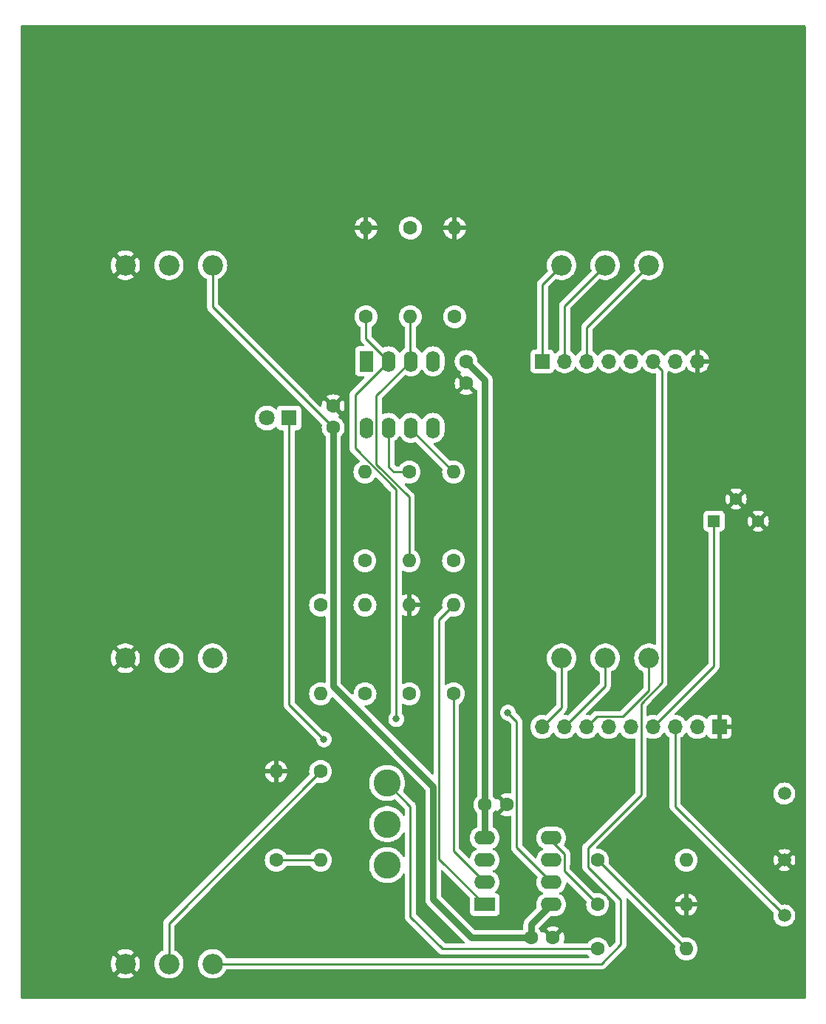
<source format=gtl>
G04 #@! TF.GenerationSoftware,KiCad,Pcbnew,7.0.1-3b83917a11~172~ubuntu22.04.1*
G04 #@! TF.CreationDate,2023-04-04T20:15:48-04:00*
G04 #@! TF.ProjectId,springReverbRev2_FrontPCB,73707269-6e67-4526-9576-657262526576,rev?*
G04 #@! TF.SameCoordinates,Original*
G04 #@! TF.FileFunction,Copper,L1,Top*
G04 #@! TF.FilePolarity,Positive*
%FSLAX46Y46*%
G04 Gerber Fmt 4.6, Leading zero omitted, Abs format (unit mm)*
G04 Created by KiCad (PCBNEW 7.0.1-3b83917a11~172~ubuntu22.04.1) date 2023-04-04 20:15:48*
%MOMM*%
%LPD*%
G01*
G04 APERTURE LIST*
G04 #@! TA.AperFunction,ComponentPad*
%ADD10C,2.340000*%
G04 #@! TD*
G04 #@! TA.AperFunction,ComponentPad*
%ADD11R,1.800000X1.800000*%
G04 #@! TD*
G04 #@! TA.AperFunction,ComponentPad*
%ADD12C,1.800000*%
G04 #@! TD*
G04 #@! TA.AperFunction,ComponentPad*
%ADD13R,1.400000X1.400000*%
G04 #@! TD*
G04 #@! TA.AperFunction,ComponentPad*
%ADD14C,1.400000*%
G04 #@! TD*
G04 #@! TA.AperFunction,ComponentPad*
%ADD15C,1.500000*%
G04 #@! TD*
G04 #@! TA.AperFunction,ComponentPad*
%ADD16C,3.100000*%
G04 #@! TD*
G04 #@! TA.AperFunction,ComponentPad*
%ADD17C,1.600000*%
G04 #@! TD*
G04 #@! TA.AperFunction,ComponentPad*
%ADD18O,1.600000X1.600000*%
G04 #@! TD*
G04 #@! TA.AperFunction,ComponentPad*
%ADD19R,1.700000X1.700000*%
G04 #@! TD*
G04 #@! TA.AperFunction,ComponentPad*
%ADD20O,1.700000X1.700000*%
G04 #@! TD*
G04 #@! TA.AperFunction,ComponentPad*
%ADD21R,1.600000X2.400000*%
G04 #@! TD*
G04 #@! TA.AperFunction,ComponentPad*
%ADD22O,1.600000X2.400000*%
G04 #@! TD*
G04 #@! TA.AperFunction,ComponentPad*
%ADD23R,2.400000X1.600000*%
G04 #@! TD*
G04 #@! TA.AperFunction,ComponentPad*
%ADD24O,2.400000X1.600000*%
G04 #@! TD*
G04 #@! TA.AperFunction,ViaPad*
%ADD25C,0.800000*%
G04 #@! TD*
G04 #@! TA.AperFunction,Conductor*
%ADD26C,0.250000*%
G04 #@! TD*
G04 #@! TA.AperFunction,Conductor*
%ADD27C,0.750000*%
G04 #@! TD*
G04 APERTURE END LIST*
D10*
G04 #@! TO.P,RV901,1,1*
G04 #@! TO.N,Board_0-GND*
X117000000Y-71750000D03*
G04 #@! TO.P,RV901,2,2*
G04 #@! TO.N,Board_0-/Front board/MIX*
X122000000Y-71750000D03*
G04 #@! TO.P,RV901,3,3*
G04 #@! TO.N,Board_0-+12V*
X127000000Y-71750000D03*
G04 #@! TD*
D11*
G04 #@! TO.P,LED1,1,K*
G04 #@! TO.N,Board_0-/Front board/VAC_AN_F*
X135775000Y-89250000D03*
D12*
G04 #@! TO.P,LED1,2,A*
G04 #@! TO.N,Board_0-Net-(LED1-A)*
X133235000Y-89250000D03*
G04 #@! TD*
D13*
G04 #@! TO.P,VR1,1,1*
G04 #@! TO.N,Board_0-/Front board/TRIM_F*
X184460000Y-101060000D03*
D14*
G04 #@! TO.P,VR1,2,2*
G04 #@! TO.N,Board_0-GND*
X187000000Y-98520000D03*
G04 #@! TO.P,VR1,3,3*
X189540000Y-101060000D03*
G04 #@! TD*
D10*
G04 #@! TO.P,RV905,1,1*
G04 #@! TO.N,Board_0-/Front board/MIXPOT_WET_F*
X167000000Y-116750000D03*
G04 #@! TO.P,RV905,2,2*
G04 #@! TO.N,Board_0-/Front board/MIXPOT_MIX_F*
X172000000Y-116750000D03*
G04 #@! TO.P,RV905,3,3*
G04 #@! TO.N,Board_0-/Front board/MIXPOT_DRY_F*
X177000000Y-116750000D03*
G04 #@! TD*
G04 #@! TO.P,RV903,1,1*
G04 #@! TO.N,Board_0-GND*
X117000000Y-151750000D03*
G04 #@! TO.P,RV903,2,2*
G04 #@! TO.N,Board_0-/Front board/FB_LEVEL*
X122000000Y-151750000D03*
G04 #@! TO.P,RV903,3,3*
G04 #@! TO.N,Board_0-/Front board/AUDIO_IN_2*
X127000000Y-151750000D03*
G04 #@! TD*
G04 #@! TO.P,RV904,1,1*
G04 #@! TO.N,Board_0-/Front board/EQ_POT_1_F*
X167000000Y-71750000D03*
G04 #@! TO.P,RV904,2,2*
G04 #@! TO.N,Board_0-/Front board/EQ_POT_2_F*
X172000000Y-71750000D03*
G04 #@! TO.P,RV904,3,3*
G04 #@! TO.N,Board_0-/Front board/EQ_POT_3_F*
X177000000Y-71750000D03*
G04 #@! TD*
D15*
G04 #@! TO.P,TP905,1,1*
G04 #@! TO.N,Board_0-GND*
X192520000Y-139880000D03*
G04 #@! TD*
G04 #@! TO.P,TP904,1,1*
G04 #@! TO.N,Board_0-+12V*
X192520000Y-132260000D03*
G04 #@! TD*
D16*
G04 #@! TO.P,SW901,1,1*
G04 #@! TO.N,Board_0-Net-(R25-Pad1)*
X147000000Y-140450000D03*
G04 #@! TO.P,SW901,2,2*
G04 #@! TO.N,Board_0-Net-(U1B-+)*
X147000000Y-135750000D03*
G04 #@! TO.P,SW901,3,3*
G04 #@! TO.N,Board_0-/Front board/FB_LEVEL*
X147000000Y-131050000D03*
G04 #@! TD*
D10*
G04 #@! TO.P,RV902,1,1*
G04 #@! TO.N,Board_0-GND*
X117000000Y-116750000D03*
G04 #@! TO.P,RV902,2,2*
G04 #@! TO.N,Board_0-/Front board/CV_LEVEL*
X122000000Y-116750000D03*
G04 #@! TO.P,RV902,3,3*
G04 #@! TO.N,Board_0-/Front board/CV_IN*
X127000000Y-116750000D03*
G04 #@! TD*
D15*
G04 #@! TO.P,TP906,1,1*
G04 #@! TO.N,Board_0--12V*
X192520000Y-146230000D03*
G04 #@! TD*
D17*
G04 #@! TO.P,C903,1*
G04 #@! TO.N,Board_0-+12V*
X163510000Y-148770000D03*
G04 #@! TO.P,C903,2*
G04 #@! TO.N,Board_0-GND*
X166010000Y-148770000D03*
G04 #@! TD*
G04 #@! TO.P,R2,1*
G04 #@! TO.N,Board_0-Net-(U1B-+)*
X171130000Y-144960000D03*
D18*
G04 #@! TO.P,R2,2*
G04 #@! TO.N,Board_0-GND*
X181290000Y-144960000D03*
G04 #@! TD*
D17*
G04 #@! TO.P,R23,1*
G04 #@! TO.N,Board_0-Net-(U2A-+)*
X154745000Y-77650000D03*
D18*
G04 #@! TO.P,R23,2*
G04 #@! TO.N,Board_0-GND*
X154745000Y-67490000D03*
G04 #@! TD*
D17*
G04 #@! TO.P,R24,1*
G04 #@! TO.N,Board_0-/Front board/VAC_CA_F*
X144585000Y-77650000D03*
D18*
G04 #@! TO.P,R24,2*
G04 #@! TO.N,Board_0-GND*
X144585000Y-67490000D03*
G04 #@! TD*
D17*
G04 #@! TO.P,R26,1*
G04 #@! TO.N,Board_0-/Front board/FB_LEVEL*
X139380000Y-129720000D03*
D18*
G04 #@! TO.P,R26,2*
G04 #@! TO.N,Board_0-Net-(R25-Pad1)*
X139380000Y-139880000D03*
G04 #@! TD*
D17*
G04 #@! TO.P,R16,1*
G04 #@! TO.N,Board_0-/Front board/CV_IN*
X154620000Y-105590000D03*
D18*
G04 #@! TO.P,R16,2*
G04 #@! TO.N,Board_0-Net-(U2B--)*
X154620000Y-95430000D03*
G04 #@! TD*
D17*
G04 #@! TO.P,R22,1*
G04 #@! TO.N,Board_0-Net-(R20-Pad2)*
X149540000Y-95430000D03*
D18*
G04 #@! TO.P,R22,2*
G04 #@! TO.N,Board_0-Net-(U2A-+)*
X149540000Y-105590000D03*
G04 #@! TD*
D19*
G04 #@! TO.P,J909,1,Pin_1*
G04 #@! TO.N,Board_0-GND*
X185090000Y-124615000D03*
D20*
G04 #@! TO.P,J909,2,Pin_2*
G04 #@! TO.N,Board_0-+12V*
X182550000Y-124615000D03*
G04 #@! TO.P,J909,3,Pin_3*
G04 #@! TO.N,Board_0--12V*
X180010000Y-124615000D03*
G04 #@! TO.P,J909,4,Pin_4*
G04 #@! TO.N,Board_0-/Front board/TRIM_F*
X177470000Y-124615000D03*
G04 #@! TO.P,J909,5,Pin_5*
G04 #@! TO.N,Board_0-/Front board/VAC_AN_F*
X174930000Y-124615000D03*
G04 #@! TO.P,J909,6,Pin_6*
G04 #@! TO.N,Board_0-/Front board/VAC_CA_F*
X172390000Y-124615000D03*
G04 #@! TO.P,J909,7,Pin_7*
G04 #@! TO.N,Board_0-/Front board/MIXPOT_DRY_F*
X169850000Y-124615000D03*
G04 #@! TO.P,J909,8,Pin_8*
G04 #@! TO.N,Board_0-/Front board/MIXPOT_MIX_F*
X167310000Y-124615000D03*
G04 #@! TO.P,J909,9,Pin_9*
G04 #@! TO.N,Board_0-/Front board/MIXPOT_WET_F*
X164770000Y-124615000D03*
G04 #@! TD*
D17*
G04 #@! TO.P,C6,1*
G04 #@! TO.N,Board_0-+12V*
X140825000Y-90350000D03*
G04 #@! TO.P,C6,2*
G04 #@! TO.N,Board_0-GND*
X140825000Y-87850000D03*
G04 #@! TD*
G04 #@! TO.P,R9,1*
G04 #@! TO.N,Board_0-Net-(R7-Pad2)*
X144470000Y-120820000D03*
D18*
G04 #@! TO.P,R9,2*
G04 #@! TO.N,Board_0-Net-(U1A-+)*
X144470000Y-110660000D03*
G04 #@! TD*
D17*
G04 #@! TO.P,R8,1*
G04 #@! TO.N,Board_0-/Front board/AUDIO_IN_1*
X139380000Y-110670000D03*
D18*
G04 #@! TO.P,R8,2*
G04 #@! TO.N,Board_0-Net-(U1A-+)*
X139380000Y-120830000D03*
G04 #@! TD*
D21*
G04 #@! TO.P,U2,1*
G04 #@! TO.N,Board_0-Net-(LED1-A)*
X144645000Y-82740000D03*
D22*
G04 #@! TO.P,U2,2,-*
G04 #@! TO.N,Board_0-/Front board/VAC_CA_F*
X147185000Y-82740000D03*
G04 #@! TO.P,U2,3,+*
G04 #@! TO.N,Board_0-Net-(U2A-+)*
X149725000Y-82740000D03*
G04 #@! TO.P,U2,4,V-*
G04 #@! TO.N,Board_0--12V*
X152265000Y-82740000D03*
G04 #@! TO.P,U2,5,+*
G04 #@! TO.N,Board_0-/Front board/CV_LEVEL*
X152265000Y-90360000D03*
G04 #@! TO.P,U2,6,-*
G04 #@! TO.N,Board_0-Net-(U2B--)*
X149725000Y-90360000D03*
G04 #@! TO.P,U2,7*
G04 #@! TO.N,Board_0-Net-(R20-Pad2)*
X147185000Y-90360000D03*
G04 #@! TO.P,U2,8,V+*
G04 #@! TO.N,Board_0-+12V*
X144645000Y-90360000D03*
G04 #@! TD*
D17*
G04 #@! TO.P,R12,1*
G04 #@! TO.N,Board_0-Net-(U1A--)*
X149540000Y-120830000D03*
D18*
G04 #@! TO.P,R12,2*
G04 #@! TO.N,Board_0-GND*
X149540000Y-110670000D03*
G04 #@! TD*
D17*
G04 #@! TO.P,C7,1*
G04 #@! TO.N,Board_0-GND*
X156065000Y-85270000D03*
G04 #@! TO.P,C7,2*
G04 #@! TO.N,Board_0--12V*
X156065000Y-82770000D03*
G04 #@! TD*
G04 #@! TO.P,C904,1*
G04 #@! TO.N,Board_0-GND*
X160724286Y-133530000D03*
G04 #@! TO.P,C904,2*
G04 #@! TO.N,Board_0--12V*
X158224286Y-133530000D03*
G04 #@! TD*
G04 #@! TO.P,R20,1*
G04 #@! TO.N,Board_0-Net-(U2B--)*
X144460000Y-105590000D03*
D18*
G04 #@! TO.P,R20,2*
G04 #@! TO.N,Board_0-Net-(R20-Pad2)*
X144460000Y-95430000D03*
G04 #@! TD*
D19*
G04 #@! TO.P,J907,1,Pin_1*
G04 #@! TO.N,Board_0-/Front board/EQ_POT_1_F*
X164795000Y-82755000D03*
D20*
G04 #@! TO.P,J907,2,Pin_2*
G04 #@! TO.N,Board_0-/Front board/EQ_POT_2_F*
X167335000Y-82755000D03*
G04 #@! TO.P,J907,3,Pin_3*
G04 #@! TO.N,Board_0-/Front board/EQ_POT_3_F*
X169875000Y-82755000D03*
G04 #@! TO.P,J907,4,Pin_4*
G04 #@! TO.N,Board_0-/Front board/CV_IN*
X172415000Y-82755000D03*
G04 #@! TO.P,J907,5,Pin_5*
G04 #@! TO.N,Board_0-/Front board/AUDIO_IN_1*
X174955000Y-82755000D03*
G04 #@! TO.P,J907,6,Pin_6*
G04 #@! TO.N,Board_0-/Front board/AUDIO_IN_2*
X177495000Y-82755000D03*
G04 #@! TO.P,J907,7,Pin_7*
G04 #@! TO.N,Board_0-/Front board/DRY_F*
X180035000Y-82755000D03*
G04 #@! TO.P,J907,8,Pin_8*
G04 #@! TO.N,Board_0-GND*
X182575000Y-82755000D03*
G04 #@! TD*
D17*
G04 #@! TO.P,R7,1*
G04 #@! TO.N,Board_0-Net-(U1B--)*
X171130000Y-139880000D03*
D18*
G04 #@! TO.P,R7,2*
G04 #@! TO.N,Board_0-Net-(R7-Pad2)*
X181290000Y-139880000D03*
G04 #@! TD*
D23*
G04 #@! TO.P,U1,1*
G04 #@! TO.N,Board_0-/Front board/DRY_F*
X158194286Y-144950000D03*
D24*
G04 #@! TO.P,U1,2,-*
G04 #@! TO.N,Board_0-Net-(U1A--)*
X158194286Y-142410000D03*
G04 #@! TO.P,U1,3,+*
G04 #@! TO.N,Board_0-Net-(U1A-+)*
X158194286Y-139870000D03*
G04 #@! TO.P,U1,4,V-*
G04 #@! TO.N,Board_0--12V*
X158194286Y-137330000D03*
G04 #@! TO.P,U1,5,+*
G04 #@! TO.N,Board_0-Net-(U1B-+)*
X165814286Y-137330000D03*
G04 #@! TO.P,U1,6,-*
G04 #@! TO.N,Board_0-Net-(U1B--)*
X165814286Y-139870000D03*
G04 #@! TO.P,U1,7*
G04 #@! TO.N,Board_0-Net-(R7-Pad2)*
X165814286Y-142410000D03*
G04 #@! TO.P,U1,8,V+*
G04 #@! TO.N,Board_0-+12V*
X165814286Y-144950000D03*
G04 #@! TD*
D17*
G04 #@! TO.P,R1,1*
G04 #@! TO.N,Board_0-/Front board/FB_LEVEL*
X171130000Y-150040000D03*
D18*
G04 #@! TO.P,R1,2*
G04 #@! TO.N,Board_0-Net-(U1B--)*
X181290000Y-150040000D03*
G04 #@! TD*
D17*
G04 #@! TO.P,R13,1*
G04 #@! TO.N,Board_0-Net-(U1A--)*
X154620000Y-120830000D03*
D18*
G04 #@! TO.P,R13,2*
G04 #@! TO.N,Board_0-/Front board/DRY_F*
X154620000Y-110670000D03*
G04 #@! TD*
D17*
G04 #@! TO.P,R21,1*
G04 #@! TO.N,Board_0-/Front board/MIX*
X149665000Y-67490000D03*
D18*
G04 #@! TO.P,R21,2*
G04 #@! TO.N,Board_0-Net-(U2A-+)*
X149665000Y-77650000D03*
G04 #@! TD*
D17*
G04 #@! TO.P,R25,1*
G04 #@! TO.N,Board_0-Net-(R25-Pad1)*
X134300000Y-139880000D03*
D18*
G04 #@! TO.P,R25,2*
G04 #@! TO.N,Board_0-GND*
X134300000Y-129720000D03*
G04 #@! TD*
D25*
G04 #@! TO.N,Board_0-/Front board/VAC_AN_F*
X139761000Y-126037000D03*
G04 #@! TO.N,Board_0-/Front board/VAC_CA_F*
X148054732Y-123713500D03*
G04 #@! TO.N,Board_0-Net-(R7-Pad2)*
X160843000Y-122989000D03*
G04 #@! TD*
D26*
G04 #@! TO.N,Board_0-+12V*
X127000000Y-71750000D02*
X127000000Y-76525000D01*
D27*
X156674000Y-148770000D02*
X163510000Y-148770000D01*
X152269000Y-131433000D02*
X152269000Y-144365000D01*
D26*
X127000000Y-76525000D02*
X140825000Y-90350000D01*
D27*
X140825000Y-90350000D02*
X140825000Y-119989000D01*
X140825000Y-119989000D02*
X152269000Y-131433000D01*
X163510000Y-147254286D02*
X165814286Y-144950000D01*
X163510000Y-148770000D02*
X163510000Y-147254286D01*
X152269000Y-144365000D02*
X156674000Y-148770000D01*
D26*
G04 #@! TO.N,Board_0--12V*
X180010000Y-133720000D02*
X180010000Y-124615000D01*
X192520000Y-146230000D02*
X180010000Y-133720000D01*
D27*
X158224286Y-84929286D02*
X158224286Y-133530000D01*
X158194286Y-137330000D02*
X158194286Y-133560000D01*
X158194286Y-133560000D02*
X158224286Y-133530000D01*
X156065000Y-82770000D02*
X158224286Y-84929286D01*
D26*
G04 #@! TO.N,Board_0-/Front board/AUDIO_IN_2*
X173797000Y-144452000D02*
X173797000Y-149532000D01*
X178495000Y-83755000D02*
X178495000Y-119561690D01*
X170005000Y-138465000D02*
X170005000Y-140660000D01*
X171579000Y-151750000D02*
X127000000Y-151750000D01*
X176105000Y-132365000D02*
X170005000Y-138465000D01*
X178495000Y-119561690D02*
X176105000Y-121951690D01*
X176105000Y-121951690D02*
X176105000Y-132365000D01*
X177495000Y-82755000D02*
X178495000Y-83755000D01*
X170005000Y-140660000D02*
X173797000Y-144452000D01*
X173797000Y-149532000D02*
X171579000Y-151750000D01*
G04 #@! TO.N,Board_0-/Front board/DRY_F*
X154620000Y-110670000D02*
X152969000Y-112321000D01*
X152969000Y-139724714D02*
X158194286Y-144950000D01*
X152969000Y-112321000D02*
X152969000Y-139724714D01*
G04 #@! TO.N,Board_0-/Front board/EQ_POT_1_F*
X164795000Y-73955000D02*
X167000000Y-71750000D01*
X164795000Y-82755000D02*
X164795000Y-73955000D01*
G04 #@! TO.N,Board_0-/Front board/EQ_POT_2_F*
X167335000Y-76415000D02*
X172000000Y-71750000D01*
X167335000Y-82755000D02*
X167335000Y-76415000D01*
G04 #@! TO.N,Board_0-/Front board/EQ_POT_3_F*
X169875000Y-78875000D02*
X177000000Y-71750000D01*
X169875000Y-82755000D02*
X169875000Y-78875000D01*
G04 #@! TO.N,Board_0-/Front board/FB_LEVEL*
X153350000Y-150040000D02*
X171130000Y-150040000D01*
X149667000Y-146357000D02*
X153350000Y-150040000D01*
X149667000Y-133717000D02*
X149667000Y-146357000D01*
X147000000Y-131050000D02*
X149667000Y-133717000D01*
X122000000Y-147100000D02*
X139380000Y-129720000D01*
X122000000Y-151750000D02*
X122000000Y-147100000D01*
G04 #@! TO.N,Board_0-/Front board/MIXPOT_DRY_F*
X173981000Y-123440000D02*
X171025000Y-123440000D01*
X171025000Y-123440000D02*
X169850000Y-124615000D01*
X177000000Y-116750000D02*
X177000000Y-120421000D01*
X177000000Y-120421000D02*
X173981000Y-123440000D01*
G04 #@! TO.N,Board_0-/Front board/MIXPOT_MIX_F*
X172000000Y-119925000D02*
X167310000Y-124615000D01*
X172000000Y-116750000D02*
X172000000Y-119925000D01*
G04 #@! TO.N,Board_0-/Front board/MIXPOT_WET_F*
X167000000Y-116750000D02*
X167000000Y-122385000D01*
X167000000Y-122385000D02*
X164770000Y-124615000D01*
G04 #@! TO.N,Board_0-/Front board/TRIM_F*
X184460000Y-117625000D02*
X177470000Y-124615000D01*
X184460000Y-101060000D02*
X184460000Y-117625000D01*
G04 #@! TO.N,Board_0-/Front board/VAC_AN_F*
X135775000Y-122051000D02*
X139761000Y-126037000D01*
X135775000Y-89250000D02*
X135775000Y-122051000D01*
G04 #@! TO.N,Board_0-/Front board/VAC_CA_F*
X147185000Y-82740000D02*
X143335000Y-86590000D01*
X144585000Y-77650000D02*
X144585000Y-80140000D01*
X143335000Y-92714009D02*
X148054732Y-97433741D01*
X144585000Y-80140000D02*
X147185000Y-82740000D01*
X148054732Y-97433741D02*
X148054732Y-123713500D01*
X143335000Y-86590000D02*
X143335000Y-92714009D01*
G04 #@! TO.N,Board_0-Net-(R20-Pad2)*
X147185000Y-94853000D02*
X147185000Y-90360000D01*
X149540000Y-95430000D02*
X147762000Y-95430000D01*
X147762000Y-95430000D02*
X147185000Y-94853000D01*
G04 #@! TO.N,Board_0-Net-(R25-Pad1)*
X139380000Y-139880000D02*
X134300000Y-139880000D01*
G04 #@! TO.N,Board_0-Net-(R7-Pad2)*
X161849286Y-138445000D02*
X161849286Y-123995286D01*
X161849286Y-123995286D02*
X160843000Y-122989000D01*
X165814286Y-142410000D02*
X161849286Y-138445000D01*
G04 #@! TO.N,Board_0-Net-(U1A--)*
X154620000Y-120830000D02*
X154620000Y-138835714D01*
X154620000Y-138835714D02*
X158194286Y-142410000D01*
G04 #@! TO.N,Board_0-Net-(U1B-+)*
X165814286Y-137612286D02*
X167339286Y-139137286D01*
X167320000Y-140355276D02*
X167320000Y-141150000D01*
X167339286Y-140335990D02*
X167320000Y-140355276D01*
X167320000Y-141150000D02*
X171130000Y-144960000D01*
X165814286Y-137330000D02*
X165814286Y-137612286D01*
X167339286Y-139137286D02*
X167339286Y-140335990D01*
G04 #@! TO.N,Board_0-Net-(U1B--)*
X171130000Y-139880000D02*
X181290000Y-150040000D01*
G04 #@! TO.N,Board_0-Net-(U2A-+)*
X149665000Y-77650000D02*
X149665000Y-82680000D01*
X149540000Y-105590000D02*
X149540000Y-98283319D01*
X149540000Y-98283319D02*
X145770000Y-94513319D01*
X149665000Y-82680000D02*
X149725000Y-82740000D01*
X145770000Y-86695000D02*
X149725000Y-82740000D01*
X145770000Y-94513319D02*
X145770000Y-86695000D01*
G04 #@! TO.N,Board_0-Net-(U2B--)*
X154620000Y-95430000D02*
X149725000Y-90535000D01*
X149725000Y-90535000D02*
X149725000Y-90360000D01*
G04 #@! TD*
G04 #@! TA.AperFunction,Conductor*
G04 #@! TO.N,Board_0-GND*
G36*
X194911500Y-44292381D02*
G01*
X194957619Y-44338500D01*
X194974500Y-44401500D01*
X194974500Y-155598500D01*
X194957619Y-155661500D01*
X194911500Y-155707619D01*
X194848500Y-155724500D01*
X105151500Y-155724500D01*
X105088500Y-155707619D01*
X105042381Y-155661500D01*
X105025500Y-155598500D01*
X105025500Y-153103199D01*
X116006011Y-153103199D01*
X116158644Y-153207263D01*
X116385241Y-153316387D01*
X116625559Y-153390514D01*
X116874254Y-153428000D01*
X117125746Y-153428000D01*
X117374440Y-153390514D01*
X117614761Y-153316386D01*
X117841349Y-153207266D01*
X117993988Y-153103198D01*
X117000001Y-152109210D01*
X116999999Y-152109210D01*
X116006011Y-153103197D01*
X116006011Y-153103199D01*
X105025500Y-153103199D01*
X105025500Y-151750000D01*
X115317295Y-151750000D01*
X115336089Y-152000795D01*
X115392053Y-152245987D01*
X115483935Y-152480098D01*
X115609684Y-152697901D01*
X115646597Y-152744189D01*
X115646599Y-152744189D01*
X116640789Y-151750001D01*
X117359210Y-151750001D01*
X118353400Y-152744190D01*
X118353401Y-152744190D01*
X118390317Y-152697899D01*
X118516064Y-152480099D01*
X118607946Y-152245987D01*
X118663910Y-152000795D01*
X118682704Y-151750000D01*
X120316793Y-151750000D01*
X120335593Y-152000871D01*
X120391572Y-152246133D01*
X120476869Y-152463465D01*
X120483483Y-152480316D01*
X120609269Y-152698184D01*
X120766122Y-152894872D01*
X120932533Y-153049278D01*
X120950541Y-153065987D01*
X121106432Y-153172270D01*
X121158397Y-153207700D01*
X121275901Y-153264287D01*
X121385054Y-153316853D01*
X121438667Y-153333390D01*
X121625451Y-153391005D01*
X121874214Y-153428500D01*
X122125784Y-153428500D01*
X122125786Y-153428500D01*
X122374549Y-153391005D01*
X122614945Y-153316853D01*
X122841604Y-153207700D01*
X123049462Y-153065984D01*
X123233878Y-152894872D01*
X123390731Y-152698184D01*
X123516517Y-152480316D01*
X123608427Y-152246134D01*
X123664407Y-152000869D01*
X123683207Y-151750000D01*
X125316793Y-151750000D01*
X125335593Y-152000871D01*
X125391572Y-152246133D01*
X125476869Y-152463465D01*
X125483483Y-152480316D01*
X125609269Y-152698184D01*
X125766122Y-152894872D01*
X125932533Y-153049278D01*
X125950541Y-153065987D01*
X126106432Y-153172270D01*
X126158397Y-153207700D01*
X126275901Y-153264287D01*
X126385054Y-153316853D01*
X126438667Y-153333390D01*
X126625451Y-153391005D01*
X126874214Y-153428500D01*
X127125784Y-153428500D01*
X127125786Y-153428500D01*
X127374549Y-153391005D01*
X127614945Y-153316853D01*
X127841604Y-153207700D01*
X128049462Y-153065984D01*
X128233878Y-152894872D01*
X128390731Y-152698184D01*
X128516517Y-152480316D01*
X128523131Y-152463465D01*
X128550222Y-152421521D01*
X128591478Y-152393394D01*
X128640420Y-152383500D01*
X171495147Y-152383500D01*
X171515935Y-152385795D01*
X171518907Y-152385701D01*
X171518909Y-152385702D01*
X171586985Y-152383562D01*
X171590945Y-152383500D01*
X171618852Y-152383500D01*
X171618856Y-152383500D01*
X171622865Y-152382993D01*
X171634699Y-152382061D01*
X171678889Y-152380673D01*
X171698338Y-152375021D01*
X171717698Y-152371012D01*
X171737797Y-152368474D01*
X171778915Y-152352193D01*
X171790117Y-152348357D01*
X171832593Y-152336018D01*
X171850039Y-152325699D01*
X171867780Y-152317009D01*
X171886617Y-152309552D01*
X171922392Y-152283558D01*
X171932303Y-152277048D01*
X171970362Y-152254542D01*
X171984691Y-152240212D01*
X171999719Y-152227377D01*
X172016107Y-152215472D01*
X172044303Y-152181386D01*
X172052272Y-152172630D01*
X174185658Y-150039244D01*
X174201979Y-150026170D01*
X174204014Y-150024002D01*
X174204018Y-150024000D01*
X174250676Y-149974312D01*
X174253367Y-149971535D01*
X174273135Y-149951769D01*
X174275611Y-149948576D01*
X174283316Y-149939553D01*
X174313586Y-149907321D01*
X174323345Y-149889567D01*
X174334198Y-149873045D01*
X174346614Y-149857040D01*
X174364174Y-149816459D01*
X174369388Y-149805815D01*
X174390695Y-149767060D01*
X174395732Y-149747439D01*
X174402138Y-149728730D01*
X174410181Y-149710144D01*
X174417096Y-149666481D01*
X174419504Y-149654853D01*
X174430500Y-149612029D01*
X174430500Y-149591776D01*
X174432051Y-149572066D01*
X174435220Y-149552057D01*
X174431059Y-149508039D01*
X174430500Y-149496181D01*
X174430500Y-144535853D01*
X174432795Y-144515063D01*
X174432446Y-144503971D01*
X174430561Y-144444000D01*
X174430500Y-144440043D01*
X174430500Y-144412149D01*
X174430500Y-144412144D01*
X174429993Y-144408138D01*
X174429062Y-144396306D01*
X174428632Y-144382619D01*
X174440901Y-144324300D01*
X174478601Y-144278142D01*
X174533297Y-144254473D01*
X174592753Y-144258589D01*
X174643664Y-144289568D01*
X177319619Y-146965524D01*
X179980847Y-149626752D01*
X180013458Y-149683235D01*
X180013459Y-149748457D01*
X179996457Y-149811910D01*
X179976502Y-150040000D01*
X179996457Y-150268087D01*
X180055715Y-150489243D01*
X180152477Y-150696750D01*
X180283804Y-150884303D01*
X180445696Y-151046195D01*
X180633249Y-151177522D01*
X180840756Y-151274284D01*
X180900014Y-151290162D01*
X181061913Y-151333543D01*
X181290000Y-151353498D01*
X181518087Y-151333543D01*
X181739243Y-151274284D01*
X181946749Y-151177523D01*
X182134300Y-151046198D01*
X182296198Y-150884300D01*
X182427523Y-150696749D01*
X182524284Y-150489243D01*
X182583543Y-150268087D01*
X182603498Y-150040000D01*
X182583543Y-149811913D01*
X182524284Y-149590757D01*
X182520134Y-149581858D01*
X182427522Y-149383249D01*
X182296195Y-149195696D01*
X182134303Y-149033804D01*
X181946750Y-148902477D01*
X181739243Y-148805715D01*
X181518087Y-148746457D01*
X181290000Y-148726502D01*
X181061910Y-148746457D01*
X180998456Y-148763459D01*
X180933234Y-148763458D01*
X180876751Y-148730847D01*
X177359904Y-145214000D01*
X180003918Y-145214000D01*
X180056186Y-145409070D01*
X180152912Y-145616498D01*
X180284189Y-145803981D01*
X180446018Y-145965810D01*
X180633501Y-146097087D01*
X180840929Y-146193813D01*
X181036000Y-146246082D01*
X181036000Y-145214000D01*
X181544000Y-145214000D01*
X181544000Y-146246082D01*
X181739070Y-146193813D01*
X181946498Y-146097087D01*
X182133981Y-145965810D01*
X182295810Y-145803981D01*
X182427087Y-145616498D01*
X182523813Y-145409070D01*
X182576082Y-145214000D01*
X181544000Y-145214000D01*
X181036000Y-145214000D01*
X180003918Y-145214000D01*
X177359904Y-145214000D01*
X176851904Y-144706000D01*
X180003917Y-144706000D01*
X181036000Y-144706000D01*
X181036000Y-143673917D01*
X181543999Y-143673917D01*
X181544000Y-143673918D01*
X181544000Y-144706000D01*
X182576082Y-144706000D01*
X182523813Y-144510929D01*
X182427087Y-144303501D01*
X182295810Y-144116018D01*
X182133981Y-143954189D01*
X181946498Y-143822912D01*
X181739070Y-143726186D01*
X181543999Y-143673917D01*
X181036000Y-143673917D01*
X180840929Y-143726186D01*
X180633501Y-143822912D01*
X180446018Y-143954189D01*
X180284189Y-144116018D01*
X180152912Y-144303501D01*
X180056186Y-144510929D01*
X180003917Y-144706000D01*
X176851904Y-144706000D01*
X172439151Y-140293246D01*
X172406539Y-140236761D01*
X172406539Y-140171541D01*
X172423543Y-140108087D01*
X172443498Y-139880000D01*
X179976502Y-139880000D01*
X179996457Y-140108087D01*
X180055715Y-140329243D01*
X180152477Y-140536750D01*
X180283804Y-140724303D01*
X180445696Y-140886195D01*
X180633249Y-141017522D01*
X180840756Y-141114284D01*
X180875595Y-141123619D01*
X181061913Y-141173543D01*
X181290000Y-141193498D01*
X181518087Y-141173543D01*
X181739243Y-141114284D01*
X181946749Y-141017523D01*
X182134300Y-140886198D01*
X182296198Y-140724300D01*
X182427523Y-140536749D01*
X182524284Y-140329243D01*
X182583543Y-140108087D01*
X182603498Y-139880000D01*
X182583543Y-139651913D01*
X182540110Y-139489819D01*
X182524284Y-139430756D01*
X182427522Y-139223249D01*
X182297386Y-139037397D01*
X182296198Y-139035700D01*
X182296197Y-139035699D01*
X182296195Y-139035696D01*
X182134303Y-138873804D01*
X181946750Y-138742477D01*
X181739243Y-138645715D01*
X181518087Y-138586457D01*
X181290000Y-138566502D01*
X181061912Y-138586457D01*
X180840756Y-138645715D01*
X180633249Y-138742477D01*
X180445696Y-138873804D01*
X180283804Y-139035696D01*
X180152477Y-139223249D01*
X180055715Y-139430756D01*
X179996457Y-139651912D01*
X179976502Y-139880000D01*
X172443498Y-139880000D01*
X172423543Y-139651913D01*
X172380110Y-139489819D01*
X172364284Y-139430756D01*
X172267522Y-139223249D01*
X172137386Y-139037397D01*
X172136198Y-139035700D01*
X172136197Y-139035699D01*
X172136195Y-139035696D01*
X171974303Y-138873804D01*
X171786750Y-138742477D01*
X171579243Y-138645715D01*
X171358087Y-138586457D01*
X171358086Y-138586456D01*
X171130000Y-138566502D01*
X171129998Y-138566502D01*
X171129996Y-138566502D01*
X171112564Y-138568027D01*
X171052351Y-138558488D01*
X171003664Y-138521799D01*
X170977901Y-138466546D01*
X170981092Y-138405666D01*
X171012489Y-138353413D01*
X176493659Y-132872244D01*
X176509980Y-132859169D01*
X176512014Y-132857001D01*
X176512018Y-132857000D01*
X176558660Y-132807329D01*
X176561351Y-132804552D01*
X176581135Y-132784770D01*
X176583621Y-132781564D01*
X176591310Y-132772561D01*
X176621586Y-132740321D01*
X176631342Y-132722571D01*
X176642195Y-132706050D01*
X176654614Y-132690041D01*
X176672175Y-132649454D01*
X176677388Y-132638813D01*
X176698695Y-132600060D01*
X176703733Y-132580434D01*
X176710137Y-132561732D01*
X176711778Y-132557941D01*
X176718181Y-132543145D01*
X176725096Y-132499481D01*
X176727504Y-132487853D01*
X176738500Y-132445029D01*
X176738500Y-132424776D01*
X176740051Y-132405066D01*
X176743220Y-132385057D01*
X176739059Y-132341039D01*
X176738500Y-132329181D01*
X176738500Y-125975262D01*
X176754949Y-125913017D01*
X176800000Y-125867023D01*
X176861892Y-125849289D01*
X176912041Y-125861436D01*
X176912551Y-125859952D01*
X176922426Y-125863342D01*
X177135365Y-125936444D01*
X177357431Y-125973500D01*
X177582566Y-125973500D01*
X177582569Y-125973500D01*
X177804635Y-125936444D01*
X178017574Y-125863342D01*
X178215576Y-125756189D01*
X178393240Y-125617906D01*
X178545722Y-125452268D01*
X178634518Y-125316354D01*
X178680031Y-125274458D01*
X178740000Y-125259272D01*
X178799969Y-125274458D01*
X178845481Y-125316354D01*
X178934278Y-125452268D01*
X178993707Y-125516825D01*
X179086762Y-125617908D01*
X179264418Y-125756185D01*
X179264420Y-125756186D01*
X179264424Y-125756189D01*
X179310471Y-125781108D01*
X179358741Y-125827424D01*
X179376500Y-125891921D01*
X179376500Y-133636147D01*
X179374204Y-133656935D01*
X179376438Y-133727986D01*
X179376500Y-133731945D01*
X179376500Y-133759857D01*
X179377007Y-133763873D01*
X179377937Y-133775696D01*
X179379326Y-133819892D01*
X179384977Y-133839341D01*
X179388986Y-133858696D01*
X179391525Y-133878794D01*
X179391525Y-133878796D01*
X179391526Y-133878797D01*
X179407054Y-133918018D01*
X179407801Y-133919903D01*
X179411644Y-133931130D01*
X179423980Y-133973590D01*
X179434294Y-133991030D01*
X179442987Y-134008774D01*
X179450448Y-134027617D01*
X179450449Y-134027619D01*
X179476431Y-134063380D01*
X179482948Y-134073301D01*
X179505458Y-134111363D01*
X179519778Y-134125683D01*
X179532618Y-134140716D01*
X179544526Y-134157105D01*
X179578598Y-134185292D01*
X179587378Y-134193282D01*
X191251672Y-145857576D01*
X191284283Y-145914059D01*
X191284284Y-145979281D01*
X191275885Y-146010626D01*
X191256693Y-146229999D01*
X191275885Y-146449375D01*
X191332879Y-146662074D01*
X191425943Y-146861653D01*
X191552253Y-147042041D01*
X191707958Y-147197746D01*
X191707961Y-147197748D01*
X191707962Y-147197749D01*
X191888346Y-147324056D01*
X192087924Y-147417120D01*
X192181707Y-147442249D01*
X192300624Y-147474114D01*
X192300625Y-147474114D01*
X192300629Y-147474115D01*
X192520000Y-147493307D01*
X192739371Y-147474115D01*
X192952076Y-147417120D01*
X193151654Y-147324056D01*
X193332038Y-147197749D01*
X193487749Y-147042038D01*
X193614056Y-146861654D01*
X193707120Y-146662076D01*
X193764115Y-146449371D01*
X193783307Y-146230000D01*
X193764115Y-146010629D01*
X193736887Y-145909016D01*
X193707120Y-145797925D01*
X193705431Y-145794303D01*
X193614056Y-145598347D01*
X193487749Y-145417962D01*
X193487748Y-145417961D01*
X193487746Y-145417958D01*
X193332041Y-145262253D01*
X193151653Y-145135943D01*
X192952074Y-145042879D01*
X192739375Y-144985885D01*
X192520000Y-144966693D01*
X192300626Y-144985885D01*
X192269281Y-144994284D01*
X192204059Y-144994283D01*
X192147576Y-144961672D01*
X188117102Y-140931198D01*
X191828012Y-140931198D01*
X191888595Y-140973620D01*
X192088094Y-141066649D01*
X192300715Y-141123619D01*
X192520000Y-141142804D01*
X192739284Y-141123619D01*
X192951904Y-141066649D01*
X193151405Y-140973619D01*
X193211986Y-140931198D01*
X193211986Y-140931197D01*
X192520000Y-140239210D01*
X192519999Y-140239210D01*
X191828012Y-140931196D01*
X191828012Y-140931198D01*
X188117102Y-140931198D01*
X187065904Y-139880000D01*
X191257195Y-139880000D01*
X191276380Y-140099284D01*
X191333350Y-140311905D01*
X191426379Y-140511403D01*
X191468801Y-140571986D01*
X192160789Y-139880000D01*
X192879210Y-139880000D01*
X193571197Y-140571986D01*
X193571198Y-140571986D01*
X193613619Y-140511405D01*
X193706649Y-140311904D01*
X193763619Y-140099284D01*
X193782804Y-139880000D01*
X193763619Y-139660715D01*
X193706649Y-139448095D01*
X193613620Y-139248597D01*
X193571198Y-139188012D01*
X193571196Y-139188012D01*
X192879210Y-139879999D01*
X192879210Y-139880000D01*
X192160789Y-139880000D01*
X192160789Y-139879999D01*
X191468801Y-139188011D01*
X191426378Y-139248598D01*
X191333351Y-139448092D01*
X191276380Y-139660715D01*
X191257195Y-139880000D01*
X187065904Y-139880000D01*
X186418167Y-139232263D01*
X186014705Y-138828801D01*
X191828011Y-138828801D01*
X192519999Y-139520789D01*
X192520000Y-139520789D01*
X193211986Y-138828801D01*
X193211986Y-138828800D01*
X193151403Y-138786379D01*
X192951905Y-138693350D01*
X192739284Y-138636380D01*
X192520000Y-138617195D01*
X192300715Y-138636380D01*
X192088092Y-138693351D01*
X191888598Y-138786378D01*
X191828011Y-138828801D01*
X186014705Y-138828801D01*
X180680405Y-133494500D01*
X180653091Y-133453623D01*
X180643500Y-133405405D01*
X180643500Y-132259999D01*
X191256693Y-132259999D01*
X191275885Y-132479375D01*
X191332879Y-132692074D01*
X191425943Y-132891653D01*
X191552253Y-133072041D01*
X191707958Y-133227746D01*
X191707961Y-133227748D01*
X191707962Y-133227749D01*
X191888346Y-133354056D01*
X192087924Y-133447120D01*
X192127017Y-133457595D01*
X192300624Y-133504114D01*
X192300625Y-133504114D01*
X192300629Y-133504115D01*
X192520000Y-133523307D01*
X192739371Y-133504115D01*
X192952076Y-133447120D01*
X193151654Y-133354056D01*
X193332038Y-133227749D01*
X193487749Y-133072038D01*
X193614056Y-132891654D01*
X193707120Y-132692076D01*
X193764115Y-132479371D01*
X193783307Y-132260000D01*
X193764115Y-132040629D01*
X193755370Y-132007994D01*
X193707120Y-131827925D01*
X193614056Y-131628347D01*
X193487746Y-131447958D01*
X193332041Y-131292253D01*
X193151653Y-131165943D01*
X192952074Y-131072879D01*
X192739375Y-131015885D01*
X192520000Y-130996693D01*
X192300624Y-131015885D01*
X192087925Y-131072879D01*
X191888347Y-131165943D01*
X191707958Y-131292253D01*
X191552253Y-131447958D01*
X191425943Y-131628347D01*
X191332879Y-131827925D01*
X191275885Y-132040624D01*
X191256693Y-132259999D01*
X180643500Y-132259999D01*
X180643500Y-125891921D01*
X180661259Y-125827424D01*
X180709528Y-125781108D01*
X180755576Y-125756189D01*
X180933240Y-125617906D01*
X181085722Y-125452268D01*
X181174518Y-125316354D01*
X181220031Y-125274458D01*
X181280000Y-125259272D01*
X181339969Y-125274458D01*
X181385481Y-125316354D01*
X181474278Y-125452268D01*
X181533707Y-125516825D01*
X181626762Y-125617908D01*
X181804421Y-125756187D01*
X181804424Y-125756189D01*
X182002426Y-125863342D01*
X182215365Y-125936444D01*
X182437431Y-125973500D01*
X182662566Y-125973500D01*
X182662569Y-125973500D01*
X182884635Y-125936444D01*
X183097574Y-125863342D01*
X183295576Y-125756189D01*
X183473240Y-125617906D01*
X183534627Y-125551222D01*
X183588096Y-125516825D01*
X183651557Y-125512914D01*
X183708849Y-125540490D01*
X183745381Y-125592529D01*
X183789554Y-125710963D01*
X183877095Y-125827904D01*
X183994037Y-125915445D01*
X184130906Y-125966494D01*
X184191411Y-125973000D01*
X184836000Y-125973000D01*
X184836000Y-124869000D01*
X185344000Y-124869000D01*
X185344000Y-125973000D01*
X185988589Y-125973000D01*
X186049093Y-125966494D01*
X186185962Y-125915445D01*
X186302904Y-125827904D01*
X186390445Y-125710962D01*
X186441494Y-125574093D01*
X186448000Y-125513589D01*
X186448000Y-124869000D01*
X185344000Y-124869000D01*
X184836000Y-124869000D01*
X184836000Y-123257000D01*
X185344000Y-123257000D01*
X185344000Y-124361000D01*
X186448000Y-124361000D01*
X186448000Y-123716411D01*
X186441494Y-123655906D01*
X186390445Y-123519037D01*
X186302904Y-123402095D01*
X186185962Y-123314554D01*
X186049093Y-123263505D01*
X185988589Y-123257000D01*
X185344000Y-123257000D01*
X184836000Y-123257000D01*
X184191411Y-123257000D01*
X184130906Y-123263505D01*
X183994037Y-123314554D01*
X183877095Y-123402095D01*
X183789554Y-123519036D01*
X183745381Y-123637470D01*
X183708849Y-123689509D01*
X183651558Y-123717085D01*
X183588096Y-123713175D01*
X183534624Y-123678774D01*
X183473240Y-123612093D01*
X183295578Y-123473812D01*
X183097573Y-123366657D01*
X182945800Y-123314554D01*
X182884635Y-123293556D01*
X182662569Y-123256500D01*
X182437431Y-123256500D01*
X182215365Y-123293556D01*
X182215362Y-123293556D01*
X182215362Y-123293557D01*
X182002426Y-123366657D01*
X181804421Y-123473812D01*
X181626762Y-123612091D01*
X181474278Y-123777731D01*
X181385483Y-123913643D01*
X181339969Y-123955541D01*
X181280000Y-123970727D01*
X181220031Y-123955541D01*
X181174517Y-123913643D01*
X181138028Y-123857793D01*
X181085722Y-123777732D01*
X180933240Y-123612094D01*
X180933239Y-123612093D01*
X180933237Y-123612091D01*
X180755578Y-123473812D01*
X180557573Y-123366657D01*
X180405800Y-123314554D01*
X180344635Y-123293556D01*
X180122569Y-123256500D01*
X180028593Y-123256500D01*
X179971390Y-123242767D01*
X179926657Y-123204561D01*
X179904144Y-123150211D01*
X179908760Y-123091564D01*
X179939498Y-123041405D01*
X182199235Y-120781668D01*
X184848659Y-118132244D01*
X184864980Y-118119169D01*
X184867014Y-118117001D01*
X184867018Y-118117000D01*
X184913660Y-118067329D01*
X184916351Y-118064552D01*
X184936135Y-118044770D01*
X184938621Y-118041564D01*
X184946310Y-118032561D01*
X184976586Y-118000321D01*
X184986342Y-117982571D01*
X184997195Y-117966050D01*
X185009614Y-117950041D01*
X185027175Y-117909454D01*
X185032388Y-117898813D01*
X185053695Y-117860060D01*
X185058733Y-117840434D01*
X185065137Y-117821732D01*
X185073181Y-117803144D01*
X185080096Y-117759482D01*
X185082504Y-117747853D01*
X185093500Y-117705029D01*
X185093500Y-117684776D01*
X185095051Y-117665066D01*
X185098220Y-117645057D01*
X185094059Y-117601039D01*
X185093500Y-117589181D01*
X185093500Y-102394058D01*
X185108202Y-102334993D01*
X185148876Y-102289711D01*
X185206031Y-102268780D01*
X185208635Y-102268500D01*
X185208638Y-102268500D01*
X185269201Y-102261989D01*
X185406204Y-102210889D01*
X185523261Y-102123261D01*
X185559166Y-102075297D01*
X188883912Y-102075297D01*
X188933691Y-102110153D01*
X189125261Y-102199484D01*
X189329431Y-102254191D01*
X189540000Y-102272613D01*
X189750568Y-102254191D01*
X189954740Y-102199483D01*
X190146304Y-102110156D01*
X190196087Y-102075297D01*
X190196087Y-102075296D01*
X189540001Y-101419210D01*
X189540000Y-101419210D01*
X188883912Y-102075296D01*
X188883912Y-102075297D01*
X185559166Y-102075297D01*
X185610889Y-102006204D01*
X185661989Y-101869201D01*
X185668500Y-101808638D01*
X185668500Y-101060000D01*
X188327386Y-101060000D01*
X188345808Y-101270568D01*
X188400515Y-101474738D01*
X188489846Y-101666308D01*
X188524701Y-101716086D01*
X188524702Y-101716086D01*
X189180789Y-101060001D01*
X189899210Y-101060001D01*
X190555296Y-101716087D01*
X190555297Y-101716087D01*
X190590156Y-101666304D01*
X190679483Y-101474740D01*
X190734191Y-101270568D01*
X190752613Y-101060000D01*
X190734191Y-100849431D01*
X190679484Y-100645261D01*
X190590153Y-100453691D01*
X190555297Y-100403912D01*
X190555296Y-100403912D01*
X189899210Y-101060000D01*
X189899210Y-101060001D01*
X189180789Y-101060001D01*
X189180790Y-101060000D01*
X189180790Y-101059999D01*
X188524703Y-100403912D01*
X188524702Y-100403912D01*
X188489845Y-100453693D01*
X188400515Y-100645262D01*
X188345808Y-100849431D01*
X188327386Y-101060000D01*
X185668500Y-101060000D01*
X185668500Y-100311362D01*
X185661989Y-100250799D01*
X185610889Y-100113796D01*
X185610888Y-100113794D01*
X185559167Y-100044703D01*
X188883912Y-100044703D01*
X189539999Y-100700790D01*
X189540000Y-100700790D01*
X190196086Y-100044702D01*
X190196086Y-100044701D01*
X190146308Y-100009846D01*
X189954738Y-99920515D01*
X189750568Y-99865808D01*
X189539999Y-99847386D01*
X189329431Y-99865808D01*
X189125262Y-99920515D01*
X188933693Y-100009845D01*
X188883912Y-100044702D01*
X188883912Y-100044703D01*
X185559167Y-100044703D01*
X185523261Y-99996738D01*
X185406205Y-99909111D01*
X185290105Y-99865808D01*
X185269201Y-99858011D01*
X185208638Y-99851500D01*
X183711362Y-99851500D01*
X183650799Y-99858011D01*
X183513794Y-99909111D01*
X183396738Y-99996738D01*
X183309111Y-100113794D01*
X183258011Y-100250799D01*
X183251500Y-100311362D01*
X183251500Y-101808638D01*
X183258011Y-101869200D01*
X183309111Y-102006205D01*
X183396738Y-102123261D01*
X183513794Y-102210888D01*
X183513795Y-102210888D01*
X183513796Y-102210889D01*
X183650799Y-102261989D01*
X183711362Y-102268500D01*
X183711365Y-102268500D01*
X183713969Y-102268780D01*
X183771124Y-102289711D01*
X183811798Y-102334993D01*
X183826500Y-102394058D01*
X183826500Y-117310406D01*
X183816909Y-117358624D01*
X183789595Y-117399501D01*
X177927922Y-123261171D01*
X177867235Y-123294832D01*
X177815452Y-123292158D01*
X177814932Y-123295275D01*
X177804639Y-123293557D01*
X177804635Y-123293556D01*
X177582569Y-123256500D01*
X177357431Y-123256500D01*
X177135365Y-123293556D01*
X177135362Y-123293556D01*
X177135362Y-123293557D01*
X176912551Y-123370048D01*
X176912041Y-123368563D01*
X176861892Y-123380711D01*
X176800000Y-123362977D01*
X176754949Y-123316983D01*
X176738500Y-123254738D01*
X176738500Y-122266284D01*
X176748091Y-122218066D01*
X176775405Y-122177189D01*
X177294435Y-121658159D01*
X178883658Y-120068934D01*
X178899979Y-120055860D01*
X178902014Y-120053692D01*
X178902018Y-120053690D01*
X178948677Y-120004001D01*
X178951368Y-120001224D01*
X178971134Y-119981460D01*
X178973605Y-119978273D01*
X178981312Y-119969249D01*
X179011586Y-119937011D01*
X179021343Y-119919260D01*
X179032199Y-119902733D01*
X179044613Y-119886731D01*
X179062172Y-119846151D01*
X179067392Y-119835499D01*
X179088694Y-119796751D01*
X179088695Y-119796750D01*
X179093732Y-119777129D01*
X179100138Y-119758420D01*
X179108181Y-119739835D01*
X179115096Y-119696166D01*
X179117496Y-119684571D01*
X179128500Y-119641720D01*
X179128500Y-119621459D01*
X179130051Y-119601748D01*
X179133219Y-119581747D01*
X179129058Y-119537735D01*
X179128500Y-119525879D01*
X179128500Y-99535297D01*
X186343912Y-99535297D01*
X186393691Y-99570153D01*
X186585261Y-99659484D01*
X186789431Y-99714191D01*
X187000000Y-99732613D01*
X187210568Y-99714191D01*
X187414740Y-99659483D01*
X187606304Y-99570156D01*
X187656087Y-99535297D01*
X187656087Y-99535296D01*
X187000001Y-98879210D01*
X187000000Y-98879210D01*
X186343912Y-99535296D01*
X186343912Y-99535297D01*
X179128500Y-99535297D01*
X179128500Y-98519999D01*
X185787386Y-98519999D01*
X185805808Y-98730568D01*
X185860515Y-98934738D01*
X185949846Y-99126308D01*
X185984701Y-99176086D01*
X185984702Y-99176086D01*
X186640789Y-98520001D01*
X187359210Y-98520001D01*
X188015296Y-99176087D01*
X188015297Y-99176087D01*
X188050156Y-99126304D01*
X188139483Y-98934740D01*
X188194191Y-98730568D01*
X188212613Y-98520000D01*
X188194191Y-98309431D01*
X188139484Y-98105261D01*
X188050153Y-97913691D01*
X188015297Y-97863912D01*
X188015296Y-97863912D01*
X187359210Y-98520000D01*
X187359210Y-98520001D01*
X186640789Y-98520001D01*
X186640790Y-98520000D01*
X186640790Y-98519999D01*
X185984703Y-97863912D01*
X185984702Y-97863912D01*
X185949845Y-97913693D01*
X185860515Y-98105262D01*
X185805808Y-98309431D01*
X185787386Y-98519999D01*
X179128500Y-98519999D01*
X179128500Y-97504703D01*
X186343912Y-97504703D01*
X186999999Y-98160790D01*
X187000000Y-98160790D01*
X187656086Y-97504702D01*
X187656086Y-97504701D01*
X187606308Y-97469846D01*
X187414738Y-97380515D01*
X187210568Y-97325808D01*
X187000000Y-97307386D01*
X186789431Y-97325808D01*
X186585262Y-97380515D01*
X186393693Y-97469845D01*
X186343912Y-97504702D01*
X186343912Y-97504703D01*
X179128500Y-97504703D01*
X179128500Y-84020556D01*
X179144949Y-83958309D01*
X179190003Y-83912315D01*
X179251896Y-83894583D01*
X179314466Y-83909741D01*
X179487426Y-84003342D01*
X179700365Y-84076444D01*
X179922431Y-84113500D01*
X180147566Y-84113500D01*
X180147569Y-84113500D01*
X180369635Y-84076444D01*
X180582574Y-84003342D01*
X180780576Y-83896189D01*
X180958240Y-83757906D01*
X181110722Y-83592268D01*
X181199818Y-83455896D01*
X181245329Y-83413999D01*
X181305299Y-83398813D01*
X181365268Y-83413999D01*
X181410782Y-83455897D01*
X181499678Y-83591962D01*
X181652096Y-83757533D01*
X181829697Y-83895766D01*
X182027631Y-84002883D01*
X182240485Y-84075955D01*
X182321000Y-84089391D01*
X182321000Y-83009000D01*
X182829000Y-83009000D01*
X182829000Y-84089391D01*
X182909514Y-84075955D01*
X183122368Y-84002883D01*
X183320302Y-83895766D01*
X183497903Y-83757533D01*
X183650321Y-83591962D01*
X183773419Y-83403548D01*
X183863822Y-83197451D01*
X183911544Y-83009000D01*
X182829000Y-83009000D01*
X182321000Y-83009000D01*
X182321000Y-81420609D01*
X182829000Y-81420609D01*
X182829000Y-82501000D01*
X183911544Y-82501000D01*
X183911544Y-82500999D01*
X183863822Y-82312548D01*
X183773419Y-82106451D01*
X183650321Y-81918037D01*
X183497903Y-81752466D01*
X183320302Y-81614233D01*
X183122368Y-81507116D01*
X182909514Y-81434044D01*
X182829000Y-81420609D01*
X182321000Y-81420609D01*
X182240485Y-81434044D01*
X182027631Y-81507116D01*
X181829697Y-81614233D01*
X181652096Y-81752466D01*
X181499678Y-81918037D01*
X181410782Y-82054102D01*
X181365268Y-82096000D01*
X181305299Y-82111186D01*
X181245329Y-82096000D01*
X181199816Y-82054101D01*
X181180182Y-82024049D01*
X181110722Y-81917732D01*
X180958240Y-81752094D01*
X180958239Y-81752093D01*
X180958237Y-81752091D01*
X180780578Y-81613812D01*
X180582573Y-81506657D01*
X180371056Y-81434044D01*
X180369635Y-81433556D01*
X180147569Y-81396500D01*
X179922431Y-81396500D01*
X179700365Y-81433556D01*
X179700362Y-81433556D01*
X179700362Y-81433557D01*
X179487426Y-81506657D01*
X179289421Y-81613812D01*
X179111762Y-81752091D01*
X178959278Y-81917731D01*
X178870483Y-82053643D01*
X178824969Y-82095541D01*
X178765000Y-82110727D01*
X178705031Y-82095541D01*
X178659517Y-82053643D01*
X178640182Y-82024049D01*
X178570722Y-81917732D01*
X178418240Y-81752094D01*
X178418239Y-81752093D01*
X178418237Y-81752091D01*
X178240578Y-81613812D01*
X178042573Y-81506657D01*
X177831056Y-81434044D01*
X177829635Y-81433556D01*
X177607569Y-81396500D01*
X177382431Y-81396500D01*
X177160365Y-81433556D01*
X177160362Y-81433556D01*
X177160362Y-81433557D01*
X176947426Y-81506657D01*
X176749421Y-81613812D01*
X176571762Y-81752091D01*
X176419278Y-81917731D01*
X176330483Y-82053643D01*
X176284969Y-82095541D01*
X176225000Y-82110727D01*
X176165031Y-82095541D01*
X176119517Y-82053643D01*
X176100182Y-82024049D01*
X176030722Y-81917732D01*
X175878240Y-81752094D01*
X175878239Y-81752093D01*
X175878237Y-81752091D01*
X175700578Y-81613812D01*
X175502573Y-81506657D01*
X175291056Y-81434044D01*
X175289635Y-81433556D01*
X175067569Y-81396500D01*
X174842431Y-81396500D01*
X174620365Y-81433556D01*
X174620362Y-81433556D01*
X174620362Y-81433557D01*
X174407426Y-81506657D01*
X174209421Y-81613812D01*
X174031762Y-81752091D01*
X173879278Y-81917731D01*
X173790483Y-82053643D01*
X173744969Y-82095541D01*
X173685000Y-82110727D01*
X173625031Y-82095541D01*
X173579517Y-82053643D01*
X173560182Y-82024049D01*
X173490722Y-81917732D01*
X173338240Y-81752094D01*
X173338239Y-81752093D01*
X173338237Y-81752091D01*
X173160578Y-81613812D01*
X172962573Y-81506657D01*
X172751056Y-81434044D01*
X172749635Y-81433556D01*
X172527569Y-81396500D01*
X172302431Y-81396500D01*
X172080365Y-81433556D01*
X172080362Y-81433556D01*
X172080362Y-81433557D01*
X171867426Y-81506657D01*
X171669421Y-81613812D01*
X171491762Y-81752091D01*
X171339278Y-81917731D01*
X171250483Y-82053643D01*
X171204969Y-82095541D01*
X171145000Y-82110727D01*
X171085031Y-82095541D01*
X171039517Y-82053643D01*
X171020182Y-82024049D01*
X170950722Y-81917732D01*
X170798240Y-81752094D01*
X170798239Y-81752093D01*
X170798237Y-81752091D01*
X170620581Y-81613814D01*
X170620577Y-81613811D01*
X170620576Y-81613811D01*
X170574528Y-81588891D01*
X170526259Y-81542576D01*
X170508500Y-81478079D01*
X170508500Y-79189594D01*
X170518091Y-79141376D01*
X170545405Y-79100499D01*
X171767817Y-77878087D01*
X176288569Y-73357333D01*
X176347332Y-73324135D01*
X176414799Y-73326027D01*
X176625451Y-73391005D01*
X176874214Y-73428500D01*
X177125784Y-73428500D01*
X177125786Y-73428500D01*
X177374549Y-73391005D01*
X177614945Y-73316853D01*
X177841604Y-73207700D01*
X178049462Y-73065984D01*
X178233878Y-72894872D01*
X178390731Y-72698184D01*
X178516517Y-72480316D01*
X178608427Y-72246134D01*
X178664407Y-72000869D01*
X178683207Y-71750000D01*
X178664407Y-71499131D01*
X178608427Y-71253866D01*
X178516517Y-71019684D01*
X178390731Y-70801816D01*
X178233878Y-70605128D01*
X178049462Y-70434016D01*
X177841604Y-70292300D01*
X177841603Y-70292299D01*
X177841601Y-70292298D01*
X177614945Y-70183146D01*
X177441134Y-70129533D01*
X177374549Y-70108995D01*
X177125786Y-70071500D01*
X176874214Y-70071500D01*
X176625451Y-70108995D01*
X176612477Y-70112996D01*
X176385054Y-70183146D01*
X176158396Y-70292300D01*
X175950541Y-70434012D01*
X175849327Y-70527924D01*
X175766122Y-70605128D01*
X175609269Y-70801816D01*
X175609267Y-70801819D01*
X175483483Y-71019683D01*
X175391572Y-71253866D01*
X175335593Y-71499128D01*
X175316793Y-71749999D01*
X175316793Y-71750000D01*
X175335593Y-72000869D01*
X175391573Y-72246134D01*
X175391574Y-72246136D01*
X175422423Y-72324740D01*
X175431122Y-72372344D01*
X175421238Y-72419715D01*
X175394227Y-72459867D01*
X169486336Y-78367757D01*
X169470016Y-78380833D01*
X169421370Y-78432635D01*
X169418620Y-78435473D01*
X169398868Y-78455226D01*
X169398864Y-78455230D01*
X169398865Y-78455230D01*
X169396379Y-78458433D01*
X169388687Y-78467439D01*
X169358413Y-78499678D01*
X169348652Y-78517434D01*
X169337801Y-78533952D01*
X169325385Y-78549959D01*
X169307824Y-78590539D01*
X169302604Y-78601195D01*
X169281304Y-78639940D01*
X169276267Y-78659559D01*
X169269864Y-78678261D01*
X169261818Y-78696855D01*
X169254901Y-78740524D01*
X169252495Y-78752144D01*
X169241500Y-78794970D01*
X169241500Y-78815224D01*
X169239949Y-78834934D01*
X169236779Y-78854942D01*
X169240941Y-78898961D01*
X169241500Y-78910819D01*
X169241500Y-81478079D01*
X169223741Y-81542576D01*
X169175471Y-81588891D01*
X169142178Y-81606908D01*
X169129418Y-81613814D01*
X168951762Y-81752091D01*
X168799278Y-81917731D01*
X168710483Y-82053643D01*
X168664969Y-82095541D01*
X168605000Y-82110727D01*
X168545031Y-82095541D01*
X168499517Y-82053643D01*
X168480182Y-82024049D01*
X168410722Y-81917732D01*
X168258240Y-81752094D01*
X168258239Y-81752093D01*
X168258237Y-81752091D01*
X168080581Y-81613814D01*
X168080577Y-81613811D01*
X168080576Y-81613811D01*
X168034528Y-81588891D01*
X167986259Y-81542576D01*
X167968500Y-81478079D01*
X167968500Y-76729594D01*
X167978091Y-76681376D01*
X168005405Y-76640499D01*
X170465404Y-74180499D01*
X171288569Y-73357333D01*
X171347332Y-73324135D01*
X171414799Y-73326027D01*
X171625451Y-73391005D01*
X171874214Y-73428500D01*
X172125784Y-73428500D01*
X172125786Y-73428500D01*
X172374549Y-73391005D01*
X172614945Y-73316853D01*
X172841604Y-73207700D01*
X173049462Y-73065984D01*
X173233878Y-72894872D01*
X173390731Y-72698184D01*
X173516517Y-72480316D01*
X173608427Y-72246134D01*
X173664407Y-72000869D01*
X173683207Y-71750000D01*
X173664407Y-71499131D01*
X173608427Y-71253866D01*
X173516517Y-71019684D01*
X173390731Y-70801816D01*
X173233878Y-70605128D01*
X173049462Y-70434016D01*
X172841604Y-70292300D01*
X172841603Y-70292299D01*
X172841601Y-70292298D01*
X172614945Y-70183146D01*
X172441134Y-70129533D01*
X172374549Y-70108995D01*
X172125786Y-70071500D01*
X171874214Y-70071500D01*
X171625451Y-70108995D01*
X171612477Y-70112996D01*
X171385054Y-70183146D01*
X171158396Y-70292300D01*
X170950541Y-70434012D01*
X170849327Y-70527924D01*
X170766122Y-70605128D01*
X170609269Y-70801816D01*
X170609267Y-70801819D01*
X170483483Y-71019683D01*
X170391572Y-71253866D01*
X170335593Y-71499128D01*
X170316793Y-71750000D01*
X170335593Y-72000871D01*
X170391573Y-72246136D01*
X170422422Y-72324739D01*
X170431122Y-72372342D01*
X170421238Y-72419714D01*
X170394227Y-72459866D01*
X166946336Y-75907757D01*
X166930016Y-75920833D01*
X166881370Y-75972635D01*
X166878620Y-75975473D01*
X166858868Y-75995226D01*
X166858864Y-75995230D01*
X166858865Y-75995230D01*
X166856379Y-75998433D01*
X166848687Y-76007439D01*
X166818413Y-76039678D01*
X166808652Y-76057434D01*
X166797801Y-76073952D01*
X166785385Y-76089959D01*
X166767824Y-76130539D01*
X166762604Y-76141195D01*
X166741304Y-76179940D01*
X166736267Y-76199559D01*
X166729864Y-76218261D01*
X166721818Y-76236855D01*
X166714901Y-76280524D01*
X166712495Y-76292144D01*
X166701500Y-76334970D01*
X166701500Y-76355224D01*
X166699949Y-76374934D01*
X166696779Y-76394942D01*
X166700941Y-76438961D01*
X166701500Y-76450819D01*
X166701500Y-81478079D01*
X166683741Y-81542576D01*
X166635471Y-81588891D01*
X166602178Y-81606908D01*
X166589418Y-81613814D01*
X166411758Y-81752094D01*
X166350754Y-81818362D01*
X166297282Y-81852762D01*
X166233820Y-81856672D01*
X166176530Y-81829096D01*
X166139998Y-81777056D01*
X166135055Y-81763804D01*
X166095889Y-81658796D01*
X166076187Y-81632477D01*
X166008261Y-81541738D01*
X165891205Y-81454111D01*
X165822702Y-81428560D01*
X165754201Y-81403011D01*
X165693638Y-81396500D01*
X165554500Y-81396500D01*
X165491500Y-81379619D01*
X165445381Y-81333500D01*
X165428500Y-81270500D01*
X165428500Y-74269594D01*
X165438091Y-74221376D01*
X165465401Y-74180502D01*
X166288570Y-73357333D01*
X166347332Y-73324136D01*
X166414801Y-73326029D01*
X166508758Y-73355010D01*
X166625451Y-73391005D01*
X166874214Y-73428500D01*
X167125784Y-73428500D01*
X167125786Y-73428500D01*
X167374549Y-73391005D01*
X167614945Y-73316853D01*
X167841604Y-73207700D01*
X168049462Y-73065984D01*
X168233878Y-72894872D01*
X168390731Y-72698184D01*
X168516517Y-72480316D01*
X168608427Y-72246134D01*
X168664407Y-72000869D01*
X168683207Y-71750000D01*
X168664407Y-71499131D01*
X168608427Y-71253866D01*
X168516517Y-71019684D01*
X168390731Y-70801816D01*
X168233878Y-70605128D01*
X168049462Y-70434016D01*
X167841604Y-70292300D01*
X167841603Y-70292299D01*
X167841601Y-70292298D01*
X167614945Y-70183146D01*
X167441134Y-70129533D01*
X167374549Y-70108995D01*
X167125786Y-70071500D01*
X166874214Y-70071500D01*
X166625451Y-70108995D01*
X166612477Y-70112996D01*
X166385054Y-70183146D01*
X166158396Y-70292300D01*
X165950541Y-70434012D01*
X165849327Y-70527924D01*
X165766122Y-70605128D01*
X165609269Y-70801816D01*
X165609267Y-70801819D01*
X165483483Y-71019683D01*
X165391572Y-71253866D01*
X165335593Y-71499128D01*
X165316793Y-71750000D01*
X165335593Y-72000871D01*
X165391573Y-72246136D01*
X165422422Y-72324739D01*
X165431122Y-72372342D01*
X165421238Y-72419714D01*
X165394227Y-72459866D01*
X164406336Y-73447757D01*
X164390017Y-73460832D01*
X164341357Y-73512650D01*
X164338602Y-73515492D01*
X164318866Y-73535227D01*
X164316380Y-73538432D01*
X164308688Y-73547437D01*
X164278414Y-73579677D01*
X164268652Y-73597434D01*
X164257801Y-73613952D01*
X164245385Y-73629959D01*
X164227824Y-73670539D01*
X164222604Y-73681195D01*
X164201304Y-73719940D01*
X164196267Y-73739559D01*
X164189864Y-73758261D01*
X164181818Y-73776855D01*
X164174901Y-73820524D01*
X164172495Y-73832144D01*
X164161500Y-73874970D01*
X164161500Y-73895224D01*
X164159949Y-73914934D01*
X164156779Y-73934942D01*
X164160941Y-73978961D01*
X164161500Y-73990819D01*
X164161500Y-81270500D01*
X164144619Y-81333500D01*
X164098500Y-81379619D01*
X164035500Y-81396500D01*
X163896362Y-81396500D01*
X163835799Y-81403011D01*
X163698794Y-81454111D01*
X163581738Y-81541738D01*
X163494111Y-81658794D01*
X163450592Y-81775474D01*
X163443011Y-81795799D01*
X163436500Y-81856362D01*
X163436500Y-83653638D01*
X163443011Y-83714201D01*
X163459173Y-83757533D01*
X163494111Y-83851205D01*
X163581738Y-83968261D01*
X163698794Y-84055888D01*
X163698795Y-84055888D01*
X163698796Y-84055889D01*
X163835799Y-84106989D01*
X163896362Y-84113500D01*
X165693638Y-84113500D01*
X165754201Y-84106989D01*
X165891204Y-84055889D01*
X166008261Y-83968261D01*
X166095889Y-83851204D01*
X166139999Y-83732941D01*
X166176530Y-83680903D01*
X166233821Y-83653327D01*
X166297282Y-83657237D01*
X166350753Y-83691636D01*
X166388780Y-83732943D01*
X166411762Y-83757908D01*
X166589421Y-83896187D01*
X166589424Y-83896189D01*
X166787426Y-84003342D01*
X167000365Y-84076444D01*
X167222431Y-84113500D01*
X167447566Y-84113500D01*
X167447569Y-84113500D01*
X167669635Y-84076444D01*
X167882574Y-84003342D01*
X168080576Y-83896189D01*
X168258240Y-83757906D01*
X168410722Y-83592268D01*
X168499518Y-83456354D01*
X168545031Y-83414458D01*
X168605000Y-83399272D01*
X168664969Y-83414458D01*
X168710481Y-83456354D01*
X168799278Y-83592268D01*
X168911525Y-83714200D01*
X168951762Y-83757908D01*
X169129421Y-83896187D01*
X169129424Y-83896189D01*
X169327426Y-84003342D01*
X169540365Y-84076444D01*
X169762431Y-84113500D01*
X169987566Y-84113500D01*
X169987569Y-84113500D01*
X170209635Y-84076444D01*
X170422574Y-84003342D01*
X170620576Y-83896189D01*
X170798240Y-83757906D01*
X170950722Y-83592268D01*
X171039518Y-83456354D01*
X171085031Y-83414458D01*
X171145000Y-83399272D01*
X171204969Y-83414458D01*
X171250481Y-83456354D01*
X171339278Y-83592268D01*
X171451525Y-83714200D01*
X171491762Y-83757908D01*
X171669421Y-83896187D01*
X171669424Y-83896189D01*
X171867426Y-84003342D01*
X172080365Y-84076444D01*
X172302431Y-84113500D01*
X172527566Y-84113500D01*
X172527569Y-84113500D01*
X172749635Y-84076444D01*
X172962574Y-84003342D01*
X173160576Y-83896189D01*
X173338240Y-83757906D01*
X173490722Y-83592268D01*
X173579518Y-83456354D01*
X173625031Y-83414458D01*
X173685000Y-83399272D01*
X173744969Y-83414458D01*
X173790481Y-83456354D01*
X173879278Y-83592268D01*
X173991525Y-83714200D01*
X174031762Y-83757908D01*
X174209421Y-83896187D01*
X174209424Y-83896189D01*
X174407426Y-84003342D01*
X174620365Y-84076444D01*
X174842431Y-84113500D01*
X175067566Y-84113500D01*
X175067569Y-84113500D01*
X175289635Y-84076444D01*
X175502574Y-84003342D01*
X175700576Y-83896189D01*
X175878240Y-83757906D01*
X176030722Y-83592268D01*
X176119518Y-83456354D01*
X176165031Y-83414458D01*
X176225000Y-83399272D01*
X176284969Y-83414458D01*
X176330481Y-83456354D01*
X176419278Y-83592268D01*
X176531525Y-83714200D01*
X176571762Y-83757908D01*
X176749421Y-83896187D01*
X176749424Y-83896189D01*
X176947426Y-84003342D01*
X177160365Y-84076444D01*
X177382431Y-84113500D01*
X177607569Y-84113500D01*
X177607572Y-84113500D01*
X177714761Y-84095613D01*
X177768949Y-84098415D01*
X177816934Y-84123745D01*
X177849817Y-84166906D01*
X177861500Y-84219894D01*
X177861500Y-115101354D01*
X177845778Y-115162303D01*
X177802536Y-115208041D01*
X177742565Y-115227156D01*
X177680831Y-115214876D01*
X177648946Y-115199521D01*
X177614942Y-115183145D01*
X177437725Y-115128482D01*
X177374549Y-115108995D01*
X177125786Y-115071500D01*
X176874214Y-115071500D01*
X176625451Y-115108995D01*
X176612477Y-115112996D01*
X176385054Y-115183146D01*
X176158396Y-115292300D01*
X175950541Y-115434012D01*
X175849327Y-115527924D01*
X175766122Y-115605128D01*
X175609269Y-115801816D01*
X175609267Y-115801819D01*
X175483483Y-116019683D01*
X175391572Y-116253866D01*
X175335593Y-116499128D01*
X175316793Y-116749999D01*
X175335593Y-117000871D01*
X175391572Y-117246133D01*
X175416798Y-117310406D01*
X175483483Y-117480316D01*
X175609269Y-117698184D01*
X175766122Y-117894872D01*
X175919171Y-118036880D01*
X175950541Y-118065987D01*
X176106432Y-118172270D01*
X176158397Y-118207700D01*
X176263375Y-118258254D01*
X176295169Y-118273566D01*
X176347187Y-118320052D01*
X176366500Y-118387088D01*
X176366500Y-120106406D01*
X176356909Y-120154624D01*
X176329595Y-120195501D01*
X173755500Y-122769595D01*
X173714623Y-122796909D01*
X173666405Y-122806500D01*
X171108853Y-122806500D01*
X171088063Y-122804204D01*
X171017001Y-122806438D01*
X171013043Y-122806500D01*
X170985142Y-122806500D01*
X170981134Y-122807006D01*
X170969313Y-122807936D01*
X170925108Y-122809325D01*
X170905651Y-122814978D01*
X170886301Y-122818986D01*
X170866202Y-122821525D01*
X170825093Y-122837802D01*
X170813865Y-122841646D01*
X170771408Y-122853981D01*
X170753964Y-122864297D01*
X170736217Y-122872990D01*
X170717384Y-122880446D01*
X170681611Y-122906437D01*
X170671693Y-122912951D01*
X170633639Y-122935457D01*
X170619312Y-122949783D01*
X170604283Y-122962618D01*
X170587894Y-122974525D01*
X170559701Y-123008604D01*
X170551713Y-123017381D01*
X170307923Y-123261171D01*
X170247236Y-123294832D01*
X170195453Y-123292158D01*
X170194933Y-123295275D01*
X170184638Y-123293557D01*
X170184635Y-123293556D01*
X169962569Y-123256500D01*
X169868593Y-123256500D01*
X169811390Y-123242767D01*
X169766657Y-123204561D01*
X169744144Y-123150211D01*
X169748760Y-123091564D01*
X169779498Y-123041405D01*
X171036280Y-121784623D01*
X172388658Y-120432244D01*
X172404979Y-120419170D01*
X172407014Y-120417002D01*
X172407018Y-120417000D01*
X172453676Y-120367312D01*
X172456367Y-120364535D01*
X172476135Y-120344769D01*
X172478611Y-120341576D01*
X172486316Y-120332553D01*
X172516586Y-120300321D01*
X172526345Y-120282567D01*
X172537198Y-120266045D01*
X172549614Y-120250040D01*
X172567174Y-120209459D01*
X172572388Y-120198815D01*
X172593695Y-120160060D01*
X172598732Y-120140439D01*
X172605138Y-120121730D01*
X172613181Y-120103145D01*
X172620096Y-120059477D01*
X172622504Y-120047853D01*
X172633500Y-120005029D01*
X172633500Y-119984776D01*
X172635051Y-119965066D01*
X172638220Y-119945057D01*
X172634059Y-119901039D01*
X172633500Y-119889181D01*
X172633500Y-118387088D01*
X172652813Y-118320052D01*
X172704831Y-118273566D01*
X172841604Y-118207700D01*
X173049462Y-118065984D01*
X173233878Y-117894872D01*
X173390731Y-117698184D01*
X173516517Y-117480316D01*
X173608427Y-117246134D01*
X173664407Y-117000869D01*
X173683207Y-116750000D01*
X173664407Y-116499131D01*
X173608427Y-116253866D01*
X173516517Y-116019684D01*
X173390731Y-115801816D01*
X173233878Y-115605128D01*
X173049462Y-115434016D01*
X172841604Y-115292300D01*
X172841603Y-115292299D01*
X172841601Y-115292298D01*
X172614945Y-115183146D01*
X172441134Y-115129533D01*
X172374549Y-115108995D01*
X172125786Y-115071500D01*
X171874214Y-115071500D01*
X171625451Y-115108995D01*
X171612477Y-115112996D01*
X171385054Y-115183146D01*
X171158396Y-115292300D01*
X170950541Y-115434012D01*
X170849327Y-115527924D01*
X170766122Y-115605128D01*
X170609269Y-115801816D01*
X170609267Y-115801819D01*
X170483483Y-116019683D01*
X170391572Y-116253866D01*
X170335593Y-116499128D01*
X170316793Y-116749999D01*
X170335593Y-117000871D01*
X170391572Y-117246133D01*
X170416798Y-117310406D01*
X170483483Y-117480316D01*
X170609269Y-117698184D01*
X170766122Y-117894872D01*
X170919171Y-118036880D01*
X170950541Y-118065987D01*
X171106432Y-118172270D01*
X171158397Y-118207700D01*
X171263375Y-118258254D01*
X171295169Y-118273566D01*
X171347187Y-118320052D01*
X171366500Y-118387088D01*
X171366500Y-119610406D01*
X171356909Y-119658624D01*
X171329595Y-119699501D01*
X167767922Y-123261171D01*
X167707235Y-123294832D01*
X167655452Y-123292158D01*
X167654932Y-123295275D01*
X167644639Y-123293557D01*
X167644635Y-123293556D01*
X167422569Y-123256500D01*
X167328593Y-123256500D01*
X167271390Y-123242767D01*
X167226657Y-123204561D01*
X167204144Y-123150211D01*
X167208760Y-123091564D01*
X167239495Y-123041407D01*
X167388662Y-122892240D01*
X167404980Y-122879169D01*
X167407014Y-122877001D01*
X167407018Y-122877000D01*
X167453677Y-122827311D01*
X167456368Y-122824534D01*
X167476134Y-122804770D01*
X167478605Y-122801583D01*
X167486312Y-122792559D01*
X167516586Y-122760321D01*
X167526343Y-122742570D01*
X167537199Y-122726043D01*
X167549613Y-122710041D01*
X167567172Y-122669461D01*
X167572392Y-122658809D01*
X167593694Y-122620061D01*
X167593695Y-122620060D01*
X167598732Y-122600439D01*
X167605138Y-122581730D01*
X167613181Y-122563144D01*
X167620096Y-122519481D01*
X167622504Y-122507853D01*
X167633500Y-122465029D01*
X167633500Y-122444776D01*
X167635051Y-122425066D01*
X167638220Y-122405057D01*
X167634059Y-122361039D01*
X167633500Y-122349181D01*
X167633500Y-118387088D01*
X167652813Y-118320052D01*
X167704831Y-118273566D01*
X167841604Y-118207700D01*
X168049462Y-118065984D01*
X168233878Y-117894872D01*
X168390731Y-117698184D01*
X168516517Y-117480316D01*
X168608427Y-117246134D01*
X168664407Y-117000869D01*
X168683207Y-116750000D01*
X168664407Y-116499131D01*
X168608427Y-116253866D01*
X168516517Y-116019684D01*
X168390731Y-115801816D01*
X168233878Y-115605128D01*
X168049462Y-115434016D01*
X167841604Y-115292300D01*
X167841603Y-115292299D01*
X167841601Y-115292298D01*
X167614945Y-115183146D01*
X167441134Y-115129533D01*
X167374549Y-115108995D01*
X167125786Y-115071500D01*
X166874214Y-115071500D01*
X166625451Y-115108995D01*
X166612477Y-115112996D01*
X166385054Y-115183146D01*
X166158396Y-115292300D01*
X165950541Y-115434012D01*
X165849327Y-115527924D01*
X165766122Y-115605128D01*
X165609269Y-115801816D01*
X165609267Y-115801819D01*
X165483483Y-116019683D01*
X165391572Y-116253866D01*
X165335593Y-116499128D01*
X165316793Y-116749999D01*
X165335593Y-117000871D01*
X165391572Y-117246133D01*
X165416798Y-117310406D01*
X165483483Y-117480316D01*
X165609269Y-117698184D01*
X165766122Y-117894872D01*
X165919171Y-118036880D01*
X165950541Y-118065987D01*
X166106432Y-118172270D01*
X166158397Y-118207700D01*
X166263375Y-118258254D01*
X166295169Y-118273566D01*
X166347187Y-118320052D01*
X166366500Y-118387088D01*
X166366500Y-122070405D01*
X166356909Y-122118623D01*
X166329597Y-122159497D01*
X165500094Y-122989000D01*
X165227922Y-123261172D01*
X165167235Y-123294832D01*
X165115452Y-123292158D01*
X165114932Y-123295275D01*
X165104639Y-123293557D01*
X165104635Y-123293556D01*
X164882569Y-123256500D01*
X164657431Y-123256500D01*
X164435365Y-123293556D01*
X164435362Y-123293556D01*
X164435362Y-123293557D01*
X164222426Y-123366657D01*
X164024421Y-123473812D01*
X163846762Y-123612091D01*
X163694278Y-123777731D01*
X163571139Y-123966209D01*
X163480702Y-124172388D01*
X163425437Y-124390627D01*
X163425436Y-124390632D01*
X163406844Y-124615000D01*
X163425436Y-124839368D01*
X163425436Y-124839371D01*
X163425437Y-124839372D01*
X163480702Y-125057611D01*
X163480703Y-125057614D01*
X163480704Y-125057616D01*
X163500000Y-125101606D01*
X163571139Y-125263790D01*
X163632777Y-125358134D01*
X163694278Y-125452268D01*
X163753707Y-125516825D01*
X163846762Y-125617908D01*
X164024421Y-125756187D01*
X164024424Y-125756189D01*
X164222426Y-125863342D01*
X164435365Y-125936444D01*
X164657431Y-125973500D01*
X164882566Y-125973500D01*
X164882569Y-125973500D01*
X165104635Y-125936444D01*
X165317574Y-125863342D01*
X165515576Y-125756189D01*
X165693240Y-125617906D01*
X165845722Y-125452268D01*
X165934518Y-125316354D01*
X165980031Y-125274458D01*
X166040000Y-125259272D01*
X166099969Y-125274458D01*
X166145481Y-125316354D01*
X166234278Y-125452268D01*
X166293707Y-125516825D01*
X166386762Y-125617908D01*
X166564421Y-125756187D01*
X166564424Y-125756189D01*
X166762426Y-125863342D01*
X166975365Y-125936444D01*
X167197431Y-125973500D01*
X167422566Y-125973500D01*
X167422569Y-125973500D01*
X167644635Y-125936444D01*
X167857574Y-125863342D01*
X168055576Y-125756189D01*
X168233240Y-125617906D01*
X168385722Y-125452268D01*
X168474518Y-125316354D01*
X168520031Y-125274458D01*
X168580000Y-125259272D01*
X168639969Y-125274458D01*
X168685481Y-125316354D01*
X168774278Y-125452268D01*
X168833707Y-125516825D01*
X168926762Y-125617908D01*
X169104421Y-125756187D01*
X169104424Y-125756189D01*
X169302426Y-125863342D01*
X169515365Y-125936444D01*
X169737431Y-125973500D01*
X169962566Y-125973500D01*
X169962569Y-125973500D01*
X170184635Y-125936444D01*
X170397574Y-125863342D01*
X170595576Y-125756189D01*
X170773240Y-125617906D01*
X170925722Y-125452268D01*
X171014518Y-125316354D01*
X171060031Y-125274458D01*
X171120000Y-125259272D01*
X171179969Y-125274458D01*
X171225481Y-125316354D01*
X171314278Y-125452268D01*
X171373707Y-125516825D01*
X171466762Y-125617908D01*
X171644421Y-125756187D01*
X171644424Y-125756189D01*
X171842426Y-125863342D01*
X172055365Y-125936444D01*
X172277431Y-125973500D01*
X172502566Y-125973500D01*
X172502569Y-125973500D01*
X172724635Y-125936444D01*
X172937574Y-125863342D01*
X173135576Y-125756189D01*
X173313240Y-125617906D01*
X173465722Y-125452268D01*
X173554518Y-125316354D01*
X173600031Y-125274458D01*
X173660000Y-125259272D01*
X173719969Y-125274458D01*
X173765481Y-125316354D01*
X173854278Y-125452268D01*
X173913707Y-125516825D01*
X174006762Y-125617908D01*
X174184421Y-125756187D01*
X174184424Y-125756189D01*
X174382426Y-125863342D01*
X174595365Y-125936444D01*
X174817431Y-125973500D01*
X175042566Y-125973500D01*
X175042569Y-125973500D01*
X175264635Y-125936444D01*
X175304588Y-125922727D01*
X175363666Y-125917217D01*
X175418716Y-125939356D01*
X175457529Y-125984235D01*
X175471500Y-126041901D01*
X175471500Y-132050406D01*
X175461909Y-132098624D01*
X175434595Y-132139501D01*
X169616336Y-137957757D01*
X169600016Y-137970833D01*
X169551370Y-138022635D01*
X169548620Y-138025473D01*
X169528868Y-138045226D01*
X169528864Y-138045230D01*
X169528865Y-138045230D01*
X169526379Y-138048433D01*
X169518687Y-138057439D01*
X169488413Y-138089678D01*
X169478652Y-138107434D01*
X169467801Y-138123952D01*
X169455385Y-138139959D01*
X169437824Y-138180539D01*
X169432604Y-138191195D01*
X169411304Y-138229940D01*
X169406267Y-138249559D01*
X169399864Y-138268261D01*
X169391818Y-138286855D01*
X169384901Y-138330524D01*
X169382495Y-138342144D01*
X169371500Y-138384970D01*
X169371500Y-138405224D01*
X169369949Y-138424934D01*
X169366779Y-138444942D01*
X169370941Y-138488961D01*
X169371500Y-138500819D01*
X169371500Y-140576147D01*
X169369204Y-140596935D01*
X169371438Y-140667986D01*
X169371500Y-140671945D01*
X169371500Y-140699857D01*
X169372007Y-140703873D01*
X169372937Y-140715696D01*
X169374326Y-140759892D01*
X169379977Y-140779341D01*
X169383986Y-140798696D01*
X169386525Y-140818794D01*
X169386525Y-140818796D01*
X169386526Y-140818797D01*
X169393101Y-140835405D01*
X169402801Y-140859903D01*
X169406644Y-140871130D01*
X169418980Y-140913590D01*
X169429294Y-140931030D01*
X169437987Y-140948774D01*
X169445448Y-140967617D01*
X169445449Y-140967619D01*
X169471431Y-141003380D01*
X169477948Y-141013301D01*
X169500458Y-141051363D01*
X169514778Y-141065683D01*
X169527618Y-141080716D01*
X169539526Y-141097105D01*
X169539527Y-141097106D01*
X169539528Y-141097107D01*
X169571576Y-141123619D01*
X169573598Y-141125292D01*
X169582378Y-141133282D01*
X173126595Y-144677500D01*
X173153909Y-144718377D01*
X173163500Y-144766595D01*
X173163500Y-149217405D01*
X173153909Y-149265623D01*
X173126595Y-149306501D01*
X172619626Y-149813468D01*
X172563142Y-149846079D01*
X172497920Y-149846079D01*
X172441435Y-149813467D01*
X172408824Y-149756983D01*
X172406539Y-149748457D01*
X172364284Y-149590757D01*
X172360134Y-149581858D01*
X172267522Y-149383249D01*
X172136195Y-149195696D01*
X171974303Y-149033804D01*
X171786750Y-148902477D01*
X171579243Y-148805715D01*
X171358087Y-148746457D01*
X171130000Y-148726502D01*
X170901912Y-148746457D01*
X170680756Y-148805715D01*
X170473249Y-148902477D01*
X170285696Y-149033804D01*
X170123804Y-149195696D01*
X170074841Y-149265623D01*
X170013818Y-149352772D01*
X169968787Y-149392263D01*
X169910607Y-149406500D01*
X167354194Y-149406500D01*
X167293589Y-149390967D01*
X167247926Y-149348199D01*
X167228464Y-149288740D01*
X167240000Y-149227249D01*
X167243812Y-149219073D01*
X167303048Y-148997999D01*
X167322995Y-148769999D01*
X167303048Y-148542000D01*
X167243813Y-148320929D01*
X167147085Y-148113497D01*
X167097100Y-148042110D01*
X167097097Y-148042110D01*
X166099094Y-149040114D01*
X166042610Y-149072726D01*
X165977388Y-149072726D01*
X165920904Y-149040114D01*
X164922900Y-148042109D01*
X164866590Y-148122531D01*
X164864751Y-148121243D01*
X164827971Y-148163179D01*
X164760272Y-148182909D01*
X164692574Y-148163175D01*
X164655621Y-148121037D01*
X164653846Y-148122281D01*
X164516197Y-147925699D01*
X164476998Y-147886500D01*
X164430402Y-147839904D01*
X164403091Y-147799030D01*
X164393500Y-147750812D01*
X164393500Y-147682900D01*
X165282109Y-147682900D01*
X166009999Y-148410790D01*
X166010000Y-148410790D01*
X166737888Y-147682899D01*
X166666497Y-147632912D01*
X166459070Y-147536186D01*
X166237999Y-147476951D01*
X166010000Y-147457004D01*
X165782000Y-147476951D01*
X165560929Y-147536186D01*
X165353499Y-147632913D01*
X165282109Y-147682900D01*
X164393500Y-147682900D01*
X164393500Y-147672434D01*
X164403091Y-147624216D01*
X164430405Y-147583339D01*
X165718338Y-146295405D01*
X165759215Y-146268091D01*
X165807433Y-146258500D01*
X166271408Y-146258500D01*
X166271413Y-146258500D01*
X166442373Y-146243543D01*
X166663529Y-146184284D01*
X166871035Y-146087523D01*
X167058586Y-145956198D01*
X167220484Y-145794300D01*
X167351809Y-145606749D01*
X167448570Y-145399243D01*
X167507829Y-145178087D01*
X167527784Y-144950000D01*
X167507829Y-144721913D01*
X167452905Y-144516935D01*
X167448570Y-144500756D01*
X167351808Y-144293249D01*
X167220481Y-144105696D01*
X167058589Y-143943804D01*
X166871034Y-143812476D01*
X166831829Y-143794195D01*
X166778811Y-143747700D01*
X166759078Y-143680000D01*
X166778811Y-143612300D01*
X166831829Y-143565805D01*
X166836449Y-143563650D01*
X166871035Y-143547523D01*
X167058586Y-143416198D01*
X167220484Y-143254300D01*
X167351809Y-143066749D01*
X167448570Y-142859243D01*
X167507829Y-142638087D01*
X167516809Y-142535439D01*
X167542366Y-142469720D01*
X167599234Y-142428022D01*
X167669600Y-142423410D01*
X167731424Y-142457328D01*
X169820847Y-144546751D01*
X169853458Y-144603234D01*
X169853459Y-144668456D01*
X169836457Y-144731910D01*
X169826227Y-144848839D01*
X169816502Y-144960000D01*
X169821149Y-145013112D01*
X169836457Y-145188087D01*
X169895715Y-145409243D01*
X169992477Y-145616750D01*
X170123804Y-145804303D01*
X170285696Y-145966195D01*
X170285699Y-145966197D01*
X170285700Y-145966198D01*
X170328553Y-145996204D01*
X170473249Y-146097522D01*
X170680756Y-146194284D01*
X170740014Y-146210162D01*
X170901913Y-146253543D01*
X171130000Y-146273498D01*
X171358087Y-146253543D01*
X171579243Y-146194284D01*
X171786749Y-146097523D01*
X171974300Y-145966198D01*
X172136198Y-145804300D01*
X172267523Y-145616749D01*
X172364284Y-145409243D01*
X172423543Y-145188087D01*
X172443498Y-144960000D01*
X172423543Y-144731913D01*
X172371009Y-144535853D01*
X172364284Y-144510756D01*
X172267522Y-144303249D01*
X172156282Y-144144383D01*
X172136198Y-144115700D01*
X172136197Y-144115699D01*
X172136195Y-144115696D01*
X171974303Y-143953804D01*
X171786750Y-143822477D01*
X171579243Y-143725715D01*
X171358087Y-143666457D01*
X171130000Y-143646502D01*
X170901910Y-143666457D01*
X170838456Y-143683459D01*
X170773234Y-143683458D01*
X170716751Y-143650847D01*
X167990405Y-140924500D01*
X167963091Y-140883623D01*
X167953500Y-140835405D01*
X167953500Y-140517529D01*
X167955051Y-140497821D01*
X167959382Y-140470472D01*
X167961790Y-140458843D01*
X167972786Y-140416019D01*
X167972786Y-140395766D01*
X167974337Y-140376056D01*
X167977506Y-140356047D01*
X167973345Y-140312029D01*
X167972786Y-140300171D01*
X167972786Y-139221140D01*
X167975081Y-139200350D01*
X167974693Y-139188012D01*
X167972847Y-139129287D01*
X167972786Y-139125330D01*
X167972786Y-139097435D01*
X167972786Y-139097430D01*
X167972279Y-139093424D01*
X167971348Y-139081591D01*
X167969960Y-139037397D01*
X167964305Y-139017933D01*
X167960299Y-138998593D01*
X167957760Y-138978489D01*
X167941481Y-138937373D01*
X167937642Y-138926158D01*
X167925305Y-138883693D01*
X167914989Y-138866250D01*
X167906293Y-138848500D01*
X167898838Y-138829669D01*
X167872840Y-138793886D01*
X167866344Y-138783996D01*
X167843828Y-138745924D01*
X167829498Y-138731594D01*
X167816664Y-138716567D01*
X167804758Y-138700179D01*
X167802841Y-138698593D01*
X167770680Y-138671986D01*
X167761902Y-138663998D01*
X167316544Y-138218640D01*
X167286034Y-138169177D01*
X167280969Y-138111283D01*
X167302425Y-138057275D01*
X167351809Y-137986749D01*
X167448570Y-137779243D01*
X167507829Y-137558087D01*
X167527784Y-137330000D01*
X167507829Y-137101913D01*
X167448570Y-136880757D01*
X167421200Y-136822062D01*
X167351808Y-136673249D01*
X167220481Y-136485696D01*
X167058589Y-136323804D01*
X166871036Y-136192477D01*
X166663529Y-136095715D01*
X166442373Y-136036457D01*
X166271413Y-136021500D01*
X165357159Y-136021500D01*
X165214692Y-136033964D01*
X165186198Y-136036457D01*
X164965042Y-136095715D01*
X164757535Y-136192477D01*
X164569982Y-136323804D01*
X164408090Y-136485696D01*
X164276763Y-136673249D01*
X164180001Y-136880756D01*
X164120743Y-137101912D01*
X164100788Y-137329999D01*
X164120743Y-137558087D01*
X164180001Y-137779243D01*
X164276763Y-137986750D01*
X164408090Y-138174303D01*
X164569982Y-138336195D01*
X164569985Y-138336197D01*
X164569986Y-138336198D01*
X164757537Y-138467523D01*
X164792645Y-138483894D01*
X164796743Y-138485805D01*
X164849760Y-138532300D01*
X164869493Y-138600000D01*
X164849760Y-138667700D01*
X164796743Y-138714195D01*
X164757536Y-138732477D01*
X164569982Y-138863804D01*
X164408090Y-139025696D01*
X164276763Y-139213249D01*
X164180002Y-139420755D01*
X164139476Y-139572000D01*
X164106864Y-139628484D01*
X164050380Y-139661095D01*
X163985158Y-139661095D01*
X163928674Y-139628483D01*
X162519691Y-138219500D01*
X162492377Y-138178623D01*
X162482786Y-138130405D01*
X162482786Y-124079139D01*
X162485081Y-124058350D01*
X162482848Y-123987300D01*
X162482786Y-123983341D01*
X162482786Y-123955435D01*
X162482786Y-123955430D01*
X162482278Y-123951417D01*
X162481347Y-123939583D01*
X162479959Y-123895396D01*
X162474306Y-123875942D01*
X162470298Y-123856584D01*
X162467760Y-123836489D01*
X162451476Y-123795363D01*
X162447645Y-123784174D01*
X162435304Y-123741693D01*
X162424990Y-123724254D01*
X162416294Y-123706502D01*
X162409566Y-123689509D01*
X162408838Y-123687669D01*
X162382857Y-123651910D01*
X162376336Y-123641984D01*
X162358659Y-123612093D01*
X162353828Y-123603923D01*
X162339499Y-123589594D01*
X162326662Y-123574563D01*
X162314759Y-123558179D01*
X162280692Y-123529997D01*
X162271912Y-123522007D01*
X161790121Y-123040216D01*
X161765490Y-123005365D01*
X161753907Y-122964296D01*
X161736542Y-122799072D01*
X161705931Y-122704862D01*
X161677527Y-122617443D01*
X161582041Y-122452057D01*
X161454252Y-122310133D01*
X161319967Y-122212569D01*
X161299752Y-122197882D01*
X161125288Y-122120206D01*
X160938487Y-122080500D01*
X160747513Y-122080500D01*
X160624271Y-122106696D01*
X160560711Y-122120206D01*
X160386246Y-122197883D01*
X160231747Y-122310133D01*
X160103958Y-122452057D01*
X160008472Y-122617443D01*
X159949458Y-122799070D01*
X159929496Y-122989000D01*
X159949458Y-123178929D01*
X160008472Y-123360556D01*
X160103958Y-123525942D01*
X160181527Y-123612091D01*
X160231747Y-123667866D01*
X160386248Y-123780118D01*
X160560712Y-123857794D01*
X160747513Y-123897500D01*
X160803406Y-123897500D01*
X160851624Y-123907091D01*
X160892501Y-123934405D01*
X161178881Y-124220785D01*
X161206195Y-124261662D01*
X161215786Y-124309880D01*
X161215786Y-132143349D01*
X161202792Y-132199077D01*
X161166490Y-132243311D01*
X161114368Y-132266928D01*
X161057175Y-132265056D01*
X160952285Y-132236951D01*
X160724286Y-132217004D01*
X160496286Y-132236951D01*
X160275215Y-132296186D01*
X160067785Y-132392913D01*
X159996395Y-132442899D01*
X160724286Y-133170789D01*
X160724286Y-133170790D01*
X160994400Y-133440904D01*
X161027012Y-133497388D01*
X161027012Y-133562610D01*
X160994400Y-133619094D01*
X159996396Y-134617097D01*
X159996396Y-134617100D01*
X160067783Y-134667085D01*
X160275215Y-134763813D01*
X160496286Y-134823048D01*
X160724286Y-134842995D01*
X160952285Y-134823048D01*
X161057175Y-134794944D01*
X161114368Y-134793072D01*
X161166490Y-134816689D01*
X161202792Y-134860923D01*
X161215786Y-134916651D01*
X161215786Y-138361147D01*
X161213490Y-138381935D01*
X161215724Y-138452986D01*
X161215786Y-138456945D01*
X161215786Y-138484857D01*
X161216293Y-138488873D01*
X161217223Y-138500696D01*
X161218612Y-138544892D01*
X161224263Y-138564341D01*
X161228272Y-138583696D01*
X161230811Y-138603794D01*
X161230811Y-138603796D01*
X161230812Y-138603797D01*
X161243712Y-138636380D01*
X161247087Y-138644903D01*
X161250930Y-138656130D01*
X161263266Y-138698590D01*
X161273580Y-138716030D01*
X161282273Y-138733774D01*
X161285719Y-138742477D01*
X161289735Y-138752619D01*
X161315717Y-138788380D01*
X161322234Y-138798301D01*
X161344744Y-138836363D01*
X161359064Y-138850683D01*
X161371904Y-138865716D01*
X161383812Y-138882105D01*
X161383813Y-138882106D01*
X161383814Y-138882107D01*
X161417884Y-138910292D01*
X161426664Y-138918282D01*
X164209565Y-141701183D01*
X164237568Y-141743758D01*
X164246417Y-141793942D01*
X164234665Y-141843527D01*
X164180002Y-141960754D01*
X164120743Y-142181912D01*
X164100788Y-142409999D01*
X164120743Y-142638087D01*
X164180001Y-142859243D01*
X164276763Y-143066750D01*
X164408090Y-143254303D01*
X164569982Y-143416195D01*
X164569985Y-143416197D01*
X164569986Y-143416198D01*
X164757537Y-143547523D01*
X164792645Y-143563894D01*
X164796743Y-143565805D01*
X164849760Y-143612300D01*
X164869493Y-143680000D01*
X164849760Y-143747700D01*
X164796743Y-143794195D01*
X164757536Y-143812477D01*
X164569982Y-143943804D01*
X164408090Y-144105696D01*
X164276763Y-144293249D01*
X164180001Y-144500756D01*
X164120743Y-144721912D01*
X164107301Y-144875550D01*
X164100788Y-144950000D01*
X164108914Y-145042879D01*
X164120743Y-145178087D01*
X164147561Y-145278172D01*
X164147561Y-145343394D01*
X164114949Y-145399878D01*
X162941449Y-146573377D01*
X162926420Y-146586215D01*
X162915565Y-146594101D01*
X162871121Y-146643461D01*
X162866589Y-146648237D01*
X162852529Y-146662298D01*
X162840010Y-146677756D01*
X162835735Y-146682760D01*
X162791297Y-146732115D01*
X162784588Y-146743735D01*
X162773395Y-146760021D01*
X162764953Y-146770446D01*
X162734800Y-146829623D01*
X162731654Y-146835416D01*
X162698435Y-146892954D01*
X162694287Y-146905718D01*
X162686728Y-146923966D01*
X162680639Y-146935917D01*
X162663445Y-147000088D01*
X162661571Y-147006411D01*
X162641045Y-147069583D01*
X162639643Y-147082923D01*
X162636043Y-147102352D01*
X162632569Y-147115317D01*
X162629092Y-147181654D01*
X162628575Y-147188221D01*
X162626500Y-147207974D01*
X162626500Y-147227841D01*
X162626327Y-147234435D01*
X162622850Y-147300778D01*
X162624949Y-147314032D01*
X162626500Y-147333741D01*
X162626500Y-147750812D01*
X162616909Y-147799030D01*
X162589595Y-147839907D01*
X162579907Y-147849595D01*
X162539030Y-147876909D01*
X162490812Y-147886500D01*
X157092147Y-147886500D01*
X157043929Y-147876909D01*
X157003052Y-147849595D01*
X153189405Y-144035947D01*
X153162091Y-143995070D01*
X153152500Y-143946852D01*
X153152500Y-141108308D01*
X153166233Y-141051105D01*
X153204439Y-141006372D01*
X153258789Y-140983859D01*
X153317436Y-140988475D01*
X153367595Y-141019213D01*
X156448881Y-144100499D01*
X156476195Y-144141376D01*
X156485786Y-144189594D01*
X156485786Y-145798638D01*
X156492297Y-145859200D01*
X156543397Y-145996205D01*
X156631024Y-146113261D01*
X156748080Y-146200888D01*
X156748081Y-146200888D01*
X156748082Y-146200889D01*
X156885085Y-146251989D01*
X156945648Y-146258500D01*
X159442924Y-146258500D01*
X159503487Y-146251989D01*
X159640490Y-146200889D01*
X159757547Y-146113261D01*
X159845175Y-145996204D01*
X159896275Y-145859201D01*
X159902786Y-145798638D01*
X159902786Y-144101362D01*
X159896275Y-144040799D01*
X159845175Y-143903796D01*
X159845174Y-143903794D01*
X159757547Y-143786738D01*
X159640491Y-143699111D01*
X159552942Y-143666457D01*
X159503487Y-143648011D01*
X159494082Y-143646999D01*
X159437259Y-143626290D01*
X159396632Y-143581488D01*
X159381561Y-143522916D01*
X159395519Y-143464069D01*
X159435288Y-143418507D01*
X159438586Y-143416198D01*
X159600484Y-143254300D01*
X159731809Y-143066749D01*
X159828570Y-142859243D01*
X159887829Y-142638087D01*
X159907784Y-142410000D01*
X159887829Y-142181913D01*
X159828570Y-141960757D01*
X159731809Y-141753251D01*
X159695350Y-141701183D01*
X159600481Y-141565696D01*
X159438589Y-141403804D01*
X159251033Y-141272475D01*
X159211827Y-141254193D01*
X159158810Y-141207697D01*
X159139078Y-141139997D01*
X159158812Y-141072297D01*
X159211828Y-141025805D01*
X159251035Y-141007523D01*
X159438586Y-140876198D01*
X159600484Y-140714300D01*
X159731809Y-140526749D01*
X159828570Y-140319243D01*
X159887829Y-140098087D01*
X159907784Y-139870000D01*
X159887829Y-139641913D01*
X159835895Y-139448095D01*
X159828570Y-139420756D01*
X159731808Y-139213249D01*
X159608674Y-139037397D01*
X159600484Y-139025700D01*
X159600483Y-139025699D01*
X159600481Y-139025696D01*
X159438589Y-138863804D01*
X159251034Y-138732476D01*
X159211829Y-138714195D01*
X159158811Y-138667700D01*
X159139078Y-138600000D01*
X159158811Y-138532300D01*
X159211829Y-138485805D01*
X159216449Y-138483650D01*
X159251035Y-138467523D01*
X159438586Y-138336198D01*
X159600484Y-138174300D01*
X159731809Y-137986749D01*
X159828570Y-137779243D01*
X159887829Y-137558087D01*
X159907784Y-137330000D01*
X159887829Y-137101913D01*
X159828570Y-136880757D01*
X159801200Y-136822062D01*
X159731808Y-136673249D01*
X159600481Y-136485696D01*
X159438589Y-136323804D01*
X159251036Y-136192477D01*
X159186400Y-136162337D01*
X159150535Y-136145613D01*
X159097519Y-136099119D01*
X159077786Y-136031419D01*
X159077786Y-134579188D01*
X159087377Y-134530970D01*
X159114688Y-134490095D01*
X159230484Y-134374300D01*
X159361809Y-134186749D01*
X159361808Y-134186749D01*
X159368132Y-134177719D01*
X159369908Y-134178962D01*
X159406857Y-134136826D01*
X159474558Y-134117090D01*
X159542260Y-134136822D01*
X159579036Y-134178756D01*
X159580876Y-134177468D01*
X159637186Y-134257887D01*
X160365076Y-133530000D01*
X160365076Y-133529999D01*
X159637186Y-132802109D01*
X159580876Y-132882531D01*
X159579037Y-132881243D01*
X159542257Y-132923179D01*
X159474558Y-132942909D01*
X159406860Y-132923175D01*
X159369907Y-132881037D01*
X159368132Y-132882281D01*
X159244726Y-132706040D01*
X159230484Y-132685700D01*
X159144688Y-132599904D01*
X159117377Y-132559030D01*
X159107786Y-132510812D01*
X159107786Y-85008741D01*
X159109337Y-84989032D01*
X159109615Y-84987269D01*
X159111436Y-84975779D01*
X159107959Y-84909435D01*
X159107786Y-84902841D01*
X159107786Y-84882979D01*
X159105710Y-84863236D01*
X159105192Y-84856653D01*
X159101716Y-84790319D01*
X159101716Y-84790315D01*
X159098241Y-84777349D01*
X159094641Y-84757915D01*
X159093240Y-84744584D01*
X159072712Y-84681407D01*
X159070838Y-84675080D01*
X159057583Y-84625611D01*
X159053648Y-84610924D01*
X159047561Y-84598978D01*
X159039994Y-84580712D01*
X159035850Y-84567955D01*
X159002630Y-84510416D01*
X158999490Y-84504632D01*
X158969335Y-84445449D01*
X158969334Y-84445447D01*
X158960889Y-84435018D01*
X158949690Y-84418723D01*
X158942990Y-84407117D01*
X158898525Y-84357733D01*
X158894269Y-84352751D01*
X158881758Y-84337301D01*
X158867703Y-84323246D01*
X158863199Y-84318500D01*
X158818720Y-84269101D01*
X158818719Y-84269100D01*
X158818718Y-84269099D01*
X158807862Y-84261212D01*
X158792828Y-84248371D01*
X157414891Y-82870434D01*
X157385583Y-82824428D01*
X157379861Y-82780946D01*
X157379458Y-82780982D01*
X157378649Y-82771740D01*
X157378467Y-82770353D01*
X157378498Y-82770000D01*
X157358543Y-82541913D01*
X157299284Y-82320757D01*
X157295456Y-82312548D01*
X157202522Y-82113249D01*
X157071195Y-81925696D01*
X156909303Y-81763804D01*
X156721750Y-81632477D01*
X156514243Y-81535715D01*
X156293087Y-81476457D01*
X156065000Y-81456502D01*
X155836912Y-81476457D01*
X155615756Y-81535715D01*
X155408249Y-81632477D01*
X155220696Y-81763804D01*
X155058804Y-81925696D01*
X154927477Y-82113249D01*
X154830715Y-82320756D01*
X154771457Y-82541912D01*
X154751502Y-82770000D01*
X154771457Y-82998087D01*
X154830715Y-83219243D01*
X154927477Y-83426750D01*
X155058804Y-83614303D01*
X155220696Y-83776195D01*
X155220699Y-83776197D01*
X155220700Y-83776198D01*
X155250050Y-83796749D01*
X155417281Y-83913846D01*
X155416037Y-83915621D01*
X155458175Y-83952574D01*
X155477909Y-84020272D01*
X155458179Y-84087971D01*
X155416243Y-84124751D01*
X155417531Y-84126590D01*
X155337109Y-84182899D01*
X156065000Y-84910789D01*
X156065000Y-84910790D01*
X157152097Y-85997888D01*
X157203805Y-85993365D01*
X157271335Y-86006288D01*
X157322027Y-86052739D01*
X157340786Y-86118886D01*
X157340786Y-132510812D01*
X157331195Y-132559030D01*
X157303883Y-132599904D01*
X157264993Y-132638795D01*
X157218088Y-132685699D01*
X157086763Y-132873249D01*
X156990001Y-133080756D01*
X156930743Y-133301912D01*
X156911373Y-133523307D01*
X156910788Y-133530000D01*
X156913641Y-133562610D01*
X156930743Y-133758087D01*
X156990001Y-133979243D01*
X157086763Y-134186750D01*
X157152425Y-134280524D01*
X157218088Y-134374300D01*
X157273883Y-134430095D01*
X157301195Y-134470969D01*
X157310786Y-134519188D01*
X157310786Y-136031419D01*
X157291053Y-136099119D01*
X157238036Y-136145613D01*
X157216209Y-136155791D01*
X157137535Y-136192477D01*
X156949982Y-136323804D01*
X156788090Y-136485696D01*
X156656763Y-136673249D01*
X156560001Y-136880756D01*
X156500743Y-137101912D01*
X156480788Y-137329999D01*
X156500743Y-137558087D01*
X156560001Y-137779243D01*
X156656763Y-137986750D01*
X156788090Y-138174303D01*
X156949982Y-138336195D01*
X156949985Y-138336197D01*
X156949986Y-138336198D01*
X157137537Y-138467523D01*
X157172645Y-138483894D01*
X157176743Y-138485805D01*
X157229760Y-138532300D01*
X157249493Y-138600000D01*
X157229760Y-138667700D01*
X157176743Y-138714195D01*
X157137536Y-138732477D01*
X156949982Y-138863804D01*
X156788090Y-139025696D01*
X156656763Y-139213249D01*
X156560002Y-139420755D01*
X156519476Y-139572000D01*
X156486864Y-139628484D01*
X156430380Y-139661095D01*
X156365158Y-139661095D01*
X156308674Y-139628483D01*
X155290405Y-138610214D01*
X155263091Y-138569337D01*
X155253500Y-138521119D01*
X155253500Y-122049393D01*
X155267737Y-121991213D01*
X155307227Y-121946181D01*
X155464300Y-121836198D01*
X155626198Y-121674300D01*
X155757523Y-121486749D01*
X155854284Y-121279243D01*
X155913543Y-121058087D01*
X155933498Y-120830000D01*
X155913543Y-120601913D01*
X155868081Y-120432249D01*
X155854284Y-120380756D01*
X155757522Y-120173249D01*
X155626195Y-119985696D01*
X155464303Y-119823804D01*
X155276750Y-119692477D01*
X155069243Y-119595715D01*
X154848087Y-119536457D01*
X154620000Y-119516502D01*
X154391912Y-119536457D01*
X154170756Y-119595715D01*
X153963249Y-119692477D01*
X153800771Y-119806247D01*
X153736741Y-119828764D01*
X153670320Y-119814797D01*
X153620781Y-119768399D01*
X153602500Y-119703034D01*
X153602500Y-112635595D01*
X153612091Y-112587377D01*
X153639404Y-112546500D01*
X153914762Y-112271142D01*
X154206751Y-111979151D01*
X154263236Y-111946540D01*
X154328457Y-111946540D01*
X154391913Y-111963543D01*
X154620000Y-111983498D01*
X154848087Y-111963543D01*
X155069243Y-111904284D01*
X155276749Y-111807523D01*
X155464300Y-111676198D01*
X155626198Y-111514300D01*
X155757523Y-111326749D01*
X155854284Y-111119243D01*
X155913543Y-110898087D01*
X155933498Y-110670000D01*
X155913543Y-110441913D01*
X155854284Y-110220757D01*
X155849620Y-110210756D01*
X155757522Y-110013249D01*
X155669817Y-109887995D01*
X155626198Y-109825700D01*
X155626197Y-109825699D01*
X155626195Y-109825696D01*
X155464303Y-109663804D01*
X155276750Y-109532477D01*
X155069243Y-109435715D01*
X154848087Y-109376457D01*
X154733786Y-109366457D01*
X154620000Y-109356502D01*
X154619999Y-109356502D01*
X154391912Y-109376457D01*
X154170756Y-109435715D01*
X153963249Y-109532477D01*
X153775696Y-109663804D01*
X153613804Y-109825696D01*
X153482477Y-110013249D01*
X153385715Y-110220756D01*
X153326457Y-110441912D01*
X153306502Y-110669999D01*
X153326457Y-110898087D01*
X153343459Y-110961540D01*
X153343459Y-111026762D01*
X153310847Y-111083246D01*
X152580336Y-111813757D01*
X152564016Y-111826833D01*
X152515370Y-111878635D01*
X152512620Y-111881473D01*
X152492868Y-111901226D01*
X152492864Y-111901230D01*
X152492865Y-111901230D01*
X152490379Y-111904433D01*
X152482687Y-111913439D01*
X152452413Y-111945678D01*
X152442652Y-111963434D01*
X152431801Y-111979952D01*
X152419385Y-111995959D01*
X152401824Y-112036539D01*
X152396604Y-112047195D01*
X152375304Y-112085940D01*
X152370267Y-112105559D01*
X152363864Y-112124261D01*
X152355818Y-112142855D01*
X152348901Y-112186524D01*
X152346495Y-112198144D01*
X152335500Y-112240970D01*
X152335500Y-112261224D01*
X152333949Y-112280934D01*
X152330779Y-112300942D01*
X152334941Y-112344961D01*
X152335500Y-112356819D01*
X152335500Y-129945852D01*
X152321767Y-130003055D01*
X152283561Y-130047788D01*
X152229211Y-130070301D01*
X152170564Y-130065685D01*
X152120405Y-130034947D01*
X144430217Y-122344759D01*
X144396299Y-122282935D01*
X144400911Y-122212569D01*
X144442609Y-122155701D01*
X144508326Y-122130144D01*
X144698087Y-122113543D01*
X144919243Y-122054284D01*
X145126749Y-121957523D01*
X145314300Y-121826198D01*
X145476198Y-121664300D01*
X145607523Y-121476749D01*
X145704284Y-121269243D01*
X145763543Y-121048087D01*
X145783498Y-120820000D01*
X145763543Y-120591913D01*
X145704284Y-120370757D01*
X145692166Y-120344770D01*
X145607522Y-120163249D01*
X145480231Y-119981460D01*
X145476198Y-119975700D01*
X145476197Y-119975699D01*
X145476195Y-119975696D01*
X145314303Y-119813804D01*
X145126750Y-119682477D01*
X144919243Y-119585715D01*
X144698087Y-119526457D01*
X144470000Y-119506502D01*
X144241912Y-119526457D01*
X144020756Y-119585715D01*
X143813249Y-119682477D01*
X143625696Y-119813804D01*
X143463804Y-119975696D01*
X143332477Y-120163249D01*
X143235715Y-120370756D01*
X143176457Y-120591912D01*
X143159856Y-120781668D01*
X143134298Y-120847391D01*
X143077430Y-120889088D01*
X143007064Y-120893700D01*
X142945240Y-120859782D01*
X141745405Y-119659947D01*
X141718091Y-119619070D01*
X141708500Y-119570852D01*
X141708500Y-110659999D01*
X143156502Y-110659999D01*
X143176457Y-110888087D01*
X143235715Y-111109243D01*
X143332477Y-111316750D01*
X143463804Y-111504303D01*
X143625696Y-111666195D01*
X143625699Y-111666197D01*
X143625700Y-111666198D01*
X143687995Y-111709817D01*
X143813249Y-111797522D01*
X144020756Y-111894284D01*
X144056319Y-111903813D01*
X144241913Y-111953543D01*
X144470000Y-111973498D01*
X144698087Y-111953543D01*
X144919243Y-111894284D01*
X145126749Y-111797523D01*
X145314300Y-111666198D01*
X145476198Y-111504300D01*
X145607523Y-111316749D01*
X145704284Y-111109243D01*
X145763543Y-110888087D01*
X145783498Y-110660000D01*
X145763543Y-110431913D01*
X145704284Y-110210757D01*
X145607523Y-110003251D01*
X145476198Y-109815700D01*
X145476197Y-109815699D01*
X145476195Y-109815696D01*
X145314303Y-109653804D01*
X145126750Y-109522477D01*
X144919243Y-109425715D01*
X144698087Y-109366457D01*
X144470000Y-109346502D01*
X144469999Y-109346502D01*
X144241912Y-109366457D01*
X144020756Y-109425715D01*
X143813249Y-109522477D01*
X143625696Y-109653804D01*
X143463804Y-109815696D01*
X143332477Y-110003249D01*
X143235715Y-110210756D01*
X143176457Y-110431912D01*
X143156502Y-110659999D01*
X141708500Y-110659999D01*
X141708500Y-105589999D01*
X143146502Y-105589999D01*
X143166457Y-105818087D01*
X143225715Y-106039243D01*
X143322477Y-106246750D01*
X143453804Y-106434303D01*
X143615696Y-106596195D01*
X143803249Y-106727522D01*
X144010756Y-106824284D01*
X144070014Y-106840162D01*
X144231913Y-106883543D01*
X144460000Y-106903498D01*
X144688087Y-106883543D01*
X144909243Y-106824284D01*
X145116749Y-106727523D01*
X145304300Y-106596198D01*
X145466198Y-106434300D01*
X145597523Y-106246749D01*
X145694284Y-106039243D01*
X145753543Y-105818087D01*
X145773498Y-105590000D01*
X145753543Y-105361913D01*
X145694284Y-105140757D01*
X145597523Y-104933251D01*
X145466198Y-104745700D01*
X145466197Y-104745699D01*
X145466195Y-104745696D01*
X145304303Y-104583804D01*
X145116750Y-104452477D01*
X144909243Y-104355715D01*
X144688087Y-104296457D01*
X144460000Y-104276502D01*
X144231912Y-104296457D01*
X144010756Y-104355715D01*
X143803249Y-104452477D01*
X143615696Y-104583804D01*
X143453804Y-104745696D01*
X143322477Y-104933249D01*
X143225715Y-105140756D01*
X143166457Y-105361912D01*
X143146502Y-105589999D01*
X141708500Y-105589999D01*
X141708500Y-91369188D01*
X141718091Y-91320970D01*
X141745402Y-91280095D01*
X141831198Y-91194300D01*
X141962523Y-91006749D01*
X142059284Y-90799243D01*
X142118543Y-90578087D01*
X142138498Y-90350000D01*
X142118543Y-90121913D01*
X142068929Y-89936751D01*
X142059284Y-89900756D01*
X141962522Y-89693249D01*
X141831195Y-89505696D01*
X141669303Y-89343804D01*
X141472719Y-89206154D01*
X141473962Y-89204378D01*
X141431824Y-89167424D01*
X141412091Y-89099724D01*
X141431824Y-89032024D01*
X141473755Y-88995250D01*
X141472468Y-88993411D01*
X141552888Y-88937099D01*
X141552888Y-88937098D01*
X140825000Y-88209211D01*
X140825000Y-88209210D01*
X140465791Y-87850001D01*
X141184210Y-87850001D01*
X141912097Y-88577888D01*
X141912099Y-88577888D01*
X141962087Y-88506498D01*
X142058813Y-88299070D01*
X142118048Y-88077999D01*
X142137995Y-87850000D01*
X142118048Y-87622000D01*
X142058813Y-87400929D01*
X141962085Y-87193497D01*
X141912100Y-87122110D01*
X141912098Y-87122110D01*
X141184210Y-87850000D01*
X141184210Y-87850001D01*
X140465791Y-87850001D01*
X139737900Y-87122109D01*
X139687913Y-87193499D01*
X139591186Y-87400929D01*
X139531951Y-87622000D01*
X139512135Y-87848501D01*
X139486576Y-87914223D01*
X139429709Y-87955920D01*
X139359343Y-87960532D01*
X139297519Y-87926614D01*
X138133805Y-86762900D01*
X140097109Y-86762900D01*
X140824999Y-87490790D01*
X140825000Y-87490790D01*
X141552888Y-86762899D01*
X141481497Y-86712912D01*
X141274070Y-86616186D01*
X141101483Y-86569942D01*
X142696779Y-86569942D01*
X142700941Y-86613961D01*
X142701500Y-86625819D01*
X142701500Y-92630156D01*
X142699204Y-92650944D01*
X142701438Y-92721995D01*
X142701500Y-92725954D01*
X142701500Y-92753866D01*
X142702007Y-92757882D01*
X142702937Y-92769705D01*
X142704326Y-92813901D01*
X142709977Y-92833350D01*
X142713986Y-92852705D01*
X142716525Y-92872803D01*
X142732801Y-92913912D01*
X142736644Y-92925139D01*
X142748980Y-92967599D01*
X142759294Y-92985039D01*
X142767987Y-93002783D01*
X142775448Y-93021626D01*
X142775449Y-93021628D01*
X142801431Y-93057389D01*
X142807948Y-93067310D01*
X142830458Y-93105372D01*
X142844778Y-93119692D01*
X142857618Y-93134725D01*
X142869526Y-93151114D01*
X142903598Y-93179301D01*
X142912378Y-93187291D01*
X143823122Y-94098035D01*
X143852428Y-94144035D01*
X143859548Y-94198111D01*
X143843146Y-94250130D01*
X143806298Y-94290343D01*
X143615696Y-94423804D01*
X143453804Y-94585696D01*
X143322477Y-94773249D01*
X143225715Y-94980756D01*
X143166457Y-95201912D01*
X143146502Y-95429999D01*
X143166457Y-95658087D01*
X143225715Y-95879243D01*
X143322477Y-96086750D01*
X143453804Y-96274303D01*
X143615696Y-96436195D01*
X143803249Y-96567522D01*
X144010756Y-96664284D01*
X144070014Y-96680162D01*
X144231913Y-96723543D01*
X144460000Y-96743498D01*
X144688087Y-96723543D01*
X144909243Y-96664284D01*
X145116749Y-96567523D01*
X145304300Y-96436198D01*
X145466198Y-96274300D01*
X145597523Y-96086749D01*
X145597524Y-96086746D01*
X145599656Y-96083702D01*
X145639869Y-96046853D01*
X145691887Y-96030451D01*
X145745963Y-96037571D01*
X145791963Y-96066876D01*
X146621628Y-96896542D01*
X147384327Y-97659241D01*
X147411641Y-97700118D01*
X147421232Y-97748336D01*
X147421232Y-123010975D01*
X147412863Y-123056129D01*
X147388868Y-123095286D01*
X147315690Y-123176557D01*
X147220204Y-123341943D01*
X147161190Y-123523570D01*
X147141228Y-123713500D01*
X147161190Y-123903429D01*
X147220204Y-124085056D01*
X147315690Y-124250442D01*
X147315692Y-124250444D01*
X147443479Y-124392366D01*
X147597980Y-124504618D01*
X147772444Y-124582294D01*
X147959245Y-124622000D01*
X148150217Y-124622000D01*
X148150219Y-124622000D01*
X148337020Y-124582294D01*
X148511484Y-124504618D01*
X148665985Y-124392366D01*
X148793772Y-124250444D01*
X148889259Y-124085056D01*
X148948274Y-123903428D01*
X148968236Y-123713500D01*
X148948274Y-123523572D01*
X148917663Y-123429362D01*
X148889259Y-123341943D01*
X148793773Y-123176557D01*
X148720596Y-123095286D01*
X148696601Y-123056129D01*
X148688232Y-123010975D01*
X148688232Y-122073013D01*
X148706513Y-122007647D01*
X148756053Y-121961249D01*
X148822475Y-121947283D01*
X148872346Y-121964822D01*
X148873260Y-121962864D01*
X149090756Y-122064284D01*
X149150014Y-122080162D01*
X149311913Y-122123543D01*
X149540000Y-122143498D01*
X149768087Y-122123543D01*
X149989243Y-122064284D01*
X150196749Y-121967523D01*
X150384300Y-121836198D01*
X150546198Y-121674300D01*
X150677523Y-121486749D01*
X150774284Y-121279243D01*
X150833543Y-121058087D01*
X150853498Y-120830000D01*
X150833543Y-120601913D01*
X150788081Y-120432249D01*
X150774284Y-120380756D01*
X150677522Y-120173249D01*
X150546195Y-119985696D01*
X150384303Y-119823804D01*
X150196750Y-119692477D01*
X149989243Y-119595715D01*
X149768087Y-119536457D01*
X149540000Y-119516502D01*
X149311912Y-119536457D01*
X149090756Y-119595715D01*
X148873260Y-119697136D01*
X148872346Y-119695177D01*
X148822475Y-119712717D01*
X148756053Y-119698751D01*
X148706513Y-119652353D01*
X148688232Y-119586987D01*
X148688232Y-111912402D01*
X148706514Y-111847035D01*
X148756054Y-111800637D01*
X148822478Y-111786672D01*
X148872632Y-111804312D01*
X148873511Y-111802429D01*
X149090929Y-111903813D01*
X149286000Y-111956082D01*
X149286000Y-110924000D01*
X149794000Y-110924000D01*
X149794000Y-111956082D01*
X149989070Y-111903813D01*
X150196498Y-111807087D01*
X150383981Y-111675810D01*
X150545810Y-111513981D01*
X150677087Y-111326498D01*
X150773813Y-111119070D01*
X150826082Y-110924000D01*
X149794000Y-110924000D01*
X149286000Y-110924000D01*
X149286000Y-109383917D01*
X149793999Y-109383917D01*
X149794000Y-109383918D01*
X149794000Y-110416000D01*
X150826082Y-110416000D01*
X150773813Y-110220929D01*
X150677087Y-110013501D01*
X150545810Y-109826018D01*
X150383981Y-109664189D01*
X150196498Y-109532912D01*
X149989070Y-109436186D01*
X149793999Y-109383917D01*
X149286000Y-109383917D01*
X149090929Y-109436186D01*
X148873511Y-109537571D01*
X148872632Y-109535687D01*
X148822478Y-109553328D01*
X148756054Y-109539363D01*
X148706514Y-109492965D01*
X148688232Y-109427598D01*
X148688232Y-106833013D01*
X148706513Y-106767647D01*
X148756053Y-106721249D01*
X148822475Y-106707283D01*
X148872346Y-106724822D01*
X148873260Y-106722864D01*
X149090756Y-106824284D01*
X149150014Y-106840162D01*
X149311913Y-106883543D01*
X149540000Y-106903498D01*
X149768087Y-106883543D01*
X149989243Y-106824284D01*
X150196749Y-106727523D01*
X150384300Y-106596198D01*
X150546198Y-106434300D01*
X150677523Y-106246749D01*
X150774284Y-106039243D01*
X150833543Y-105818087D01*
X150853498Y-105590000D01*
X150853498Y-105589999D01*
X153306502Y-105589999D01*
X153326457Y-105818087D01*
X153385715Y-106039243D01*
X153482477Y-106246750D01*
X153613804Y-106434303D01*
X153775696Y-106596195D01*
X153963249Y-106727522D01*
X154170756Y-106824284D01*
X154230014Y-106840162D01*
X154391913Y-106883543D01*
X154620000Y-106903498D01*
X154848087Y-106883543D01*
X155069243Y-106824284D01*
X155276749Y-106727523D01*
X155464300Y-106596198D01*
X155626198Y-106434300D01*
X155757523Y-106246749D01*
X155854284Y-106039243D01*
X155913543Y-105818087D01*
X155933498Y-105590000D01*
X155913543Y-105361913D01*
X155854284Y-105140757D01*
X155757523Y-104933251D01*
X155626198Y-104745700D01*
X155626197Y-104745699D01*
X155626195Y-104745696D01*
X155464303Y-104583804D01*
X155276750Y-104452477D01*
X155069243Y-104355715D01*
X154848087Y-104296457D01*
X154620000Y-104276502D01*
X154391912Y-104296457D01*
X154170756Y-104355715D01*
X153963249Y-104452477D01*
X153775696Y-104583804D01*
X153613804Y-104745696D01*
X153482477Y-104933249D01*
X153385715Y-105140756D01*
X153326457Y-105361912D01*
X153306502Y-105589999D01*
X150853498Y-105589999D01*
X150833543Y-105361913D01*
X150774284Y-105140757D01*
X150677523Y-104933251D01*
X150546198Y-104745700D01*
X150546197Y-104745699D01*
X150546195Y-104745696D01*
X150384303Y-104583804D01*
X150362158Y-104568297D01*
X150227227Y-104473818D01*
X150187737Y-104428787D01*
X150173500Y-104370607D01*
X150173500Y-98367172D01*
X150175795Y-98346383D01*
X150173562Y-98275333D01*
X150173500Y-98271374D01*
X150173500Y-98243468D01*
X150173500Y-98243463D01*
X150172992Y-98239450D01*
X150172061Y-98227616D01*
X150170673Y-98183429D01*
X150165020Y-98163975D01*
X150161012Y-98144617D01*
X150158474Y-98124522D01*
X150142195Y-98083409D01*
X150138353Y-98072188D01*
X150126018Y-98029726D01*
X150126017Y-98029725D01*
X150126017Y-98029723D01*
X150115707Y-98012290D01*
X150107008Y-97994534D01*
X150099552Y-97975702D01*
X150073565Y-97939935D01*
X150067047Y-97930012D01*
X150057395Y-97913691D01*
X150044542Y-97891957D01*
X150030212Y-97877627D01*
X150017378Y-97862600D01*
X150005472Y-97846212D01*
X150005471Y-97846211D01*
X149971394Y-97818019D01*
X149962616Y-97810031D01*
X149049127Y-96896542D01*
X149016515Y-96840058D01*
X149016515Y-96774836D01*
X149049127Y-96718351D01*
X149105611Y-96685740D01*
X149170831Y-96685740D01*
X149311913Y-96723543D01*
X149540000Y-96743498D01*
X149768087Y-96723543D01*
X149989243Y-96664284D01*
X150196749Y-96567523D01*
X150384300Y-96436198D01*
X150546198Y-96274300D01*
X150677523Y-96086749D01*
X150774284Y-95879243D01*
X150833543Y-95658087D01*
X150853498Y-95430000D01*
X150833543Y-95201913D01*
X150774284Y-94980757D01*
X150677523Y-94773251D01*
X150546198Y-94585700D01*
X150546197Y-94585699D01*
X150546195Y-94585696D01*
X150384303Y-94423804D01*
X150196750Y-94292477D01*
X149989243Y-94195715D01*
X149768087Y-94136457D01*
X149540000Y-94116502D01*
X149311912Y-94136457D01*
X149090756Y-94195715D01*
X148883249Y-94292477D01*
X148695696Y-94423804D01*
X148533804Y-94585696D01*
X148530374Y-94590595D01*
X148423818Y-94742772D01*
X148378787Y-94782263D01*
X148320607Y-94796500D01*
X148076595Y-94796500D01*
X148028377Y-94786909D01*
X147987500Y-94759595D01*
X147855405Y-94627500D01*
X147828091Y-94586623D01*
X147818500Y-94538405D01*
X147818500Y-91979393D01*
X147832737Y-91921213D01*
X147872227Y-91876181D01*
X148029300Y-91766198D01*
X148191198Y-91604300D01*
X148322523Y-91416749D01*
X148340804Y-91377543D01*
X148387300Y-91324525D01*
X148455000Y-91304792D01*
X148522700Y-91324525D01*
X148569195Y-91377543D01*
X148587476Y-91416748D01*
X148718804Y-91604303D01*
X148880696Y-91766195D01*
X149068249Y-91897522D01*
X149275756Y-91994284D01*
X149335015Y-92010162D01*
X149496913Y-92053543D01*
X149725000Y-92073498D01*
X149953087Y-92053543D01*
X150174243Y-91994284D01*
X150174247Y-91994281D01*
X150184891Y-91991430D01*
X150185096Y-91992197D01*
X150221707Y-91983520D01*
X150271892Y-91992369D01*
X150314468Y-92020372D01*
X153310847Y-95016751D01*
X153343458Y-95073234D01*
X153343459Y-95138456D01*
X153326457Y-95201910D01*
X153306502Y-95429999D01*
X153326457Y-95658087D01*
X153385715Y-95879243D01*
X153482477Y-96086750D01*
X153613804Y-96274303D01*
X153775696Y-96436195D01*
X153963249Y-96567522D01*
X154170756Y-96664284D01*
X154230014Y-96680162D01*
X154391913Y-96723543D01*
X154620000Y-96743498D01*
X154848087Y-96723543D01*
X155069243Y-96664284D01*
X155276749Y-96567523D01*
X155464300Y-96436198D01*
X155626198Y-96274300D01*
X155757523Y-96086749D01*
X155854284Y-95879243D01*
X155913543Y-95658087D01*
X155933498Y-95430000D01*
X155913543Y-95201913D01*
X155854284Y-94980757D01*
X155757523Y-94773251D01*
X155626198Y-94585700D01*
X155626197Y-94585699D01*
X155626195Y-94585696D01*
X155464303Y-94423804D01*
X155276750Y-94292477D01*
X155069243Y-94195715D01*
X154848087Y-94136457D01*
X154620000Y-94116502D01*
X154391910Y-94136457D01*
X154328457Y-94153459D01*
X154263235Y-94153458D01*
X154206752Y-94120847D01*
X152358963Y-92273058D01*
X152325045Y-92211234D01*
X152329657Y-92140868D01*
X152371355Y-92084000D01*
X152437074Y-92058443D01*
X152493087Y-92053543D01*
X152714243Y-91994284D01*
X152921749Y-91897523D01*
X153109300Y-91766198D01*
X153271198Y-91604300D01*
X153402523Y-91416749D01*
X153499284Y-91209243D01*
X153558543Y-90988087D01*
X153573500Y-90817127D01*
X153573500Y-89902873D01*
X153558543Y-89731913D01*
X153499284Y-89510757D01*
X153486168Y-89482630D01*
X153402522Y-89303249D01*
X153271195Y-89115696D01*
X153109303Y-88953804D01*
X152921750Y-88822477D01*
X152714243Y-88725715D01*
X152493087Y-88666457D01*
X152265000Y-88646502D01*
X152036912Y-88666457D01*
X151815756Y-88725715D01*
X151608249Y-88822477D01*
X151420696Y-88953804D01*
X151258804Y-89115696D01*
X151127477Y-89303250D01*
X151109195Y-89342457D01*
X151062700Y-89395474D01*
X150995000Y-89415207D01*
X150927300Y-89395474D01*
X150880805Y-89342457D01*
X150878894Y-89338359D01*
X150862523Y-89303251D01*
X150731198Y-89115700D01*
X150731197Y-89115699D01*
X150731195Y-89115696D01*
X150569303Y-88953804D01*
X150381750Y-88822477D01*
X150174243Y-88725715D01*
X149953087Y-88666457D01*
X149725000Y-88646502D01*
X149496912Y-88666457D01*
X149275756Y-88725715D01*
X149068249Y-88822477D01*
X148880696Y-88953804D01*
X148718804Y-89115696D01*
X148587477Y-89303250D01*
X148569195Y-89342457D01*
X148522700Y-89395474D01*
X148455000Y-89415207D01*
X148387300Y-89395474D01*
X148340805Y-89342457D01*
X148338894Y-89338359D01*
X148322523Y-89303251D01*
X148191198Y-89115700D01*
X148191197Y-89115699D01*
X148191195Y-89115696D01*
X148029303Y-88953804D01*
X147841750Y-88822477D01*
X147634243Y-88725715D01*
X147413087Y-88666457D01*
X147185000Y-88646502D01*
X146956912Y-88666457D01*
X146735756Y-88725715D01*
X146582750Y-88797064D01*
X146521259Y-88808599D01*
X146461800Y-88789136D01*
X146419032Y-88743474D01*
X146403500Y-88682869D01*
X146403500Y-87009594D01*
X146413091Y-86961376D01*
X146440405Y-86920499D01*
X147003804Y-86357100D01*
X155337110Y-86357100D01*
X155408497Y-86407085D01*
X155615929Y-86503813D01*
X155837000Y-86563048D01*
X156065000Y-86582995D01*
X156292999Y-86563048D01*
X156514070Y-86503813D01*
X156721498Y-86407087D01*
X156792888Y-86357099D01*
X156792888Y-86357097D01*
X156065001Y-85629210D01*
X156065000Y-85629210D01*
X155337110Y-86357098D01*
X155337110Y-86357100D01*
X147003804Y-86357100D01*
X147082477Y-86278427D01*
X148090904Y-85269999D01*
X154752004Y-85269999D01*
X154771951Y-85497999D01*
X154831186Y-85719070D01*
X154927912Y-85926497D01*
X154977900Y-85997887D01*
X155705790Y-85270000D01*
X155705790Y-85269999D01*
X154977900Y-84542109D01*
X154927913Y-84613499D01*
X154831186Y-84820929D01*
X154771951Y-85042000D01*
X154752004Y-85269999D01*
X148090904Y-85269999D01*
X149016185Y-84344717D01*
X149058758Y-84316716D01*
X149108943Y-84307867D01*
X149158526Y-84319618D01*
X149275757Y-84374284D01*
X149496913Y-84433543D01*
X149725000Y-84453498D01*
X149953087Y-84433543D01*
X150174243Y-84374284D01*
X150381749Y-84277523D01*
X150569300Y-84146198D01*
X150731198Y-83984300D01*
X150862523Y-83796749D01*
X150880804Y-83757543D01*
X150927300Y-83704525D01*
X150995000Y-83684792D01*
X151062700Y-83704525D01*
X151109195Y-83757543D01*
X151127476Y-83796748D01*
X151258804Y-83984303D01*
X151420696Y-84146195D01*
X151608249Y-84277522D01*
X151815756Y-84374284D01*
X151875014Y-84390162D01*
X152036913Y-84433543D01*
X152265000Y-84453498D01*
X152493087Y-84433543D01*
X152714243Y-84374284D01*
X152921749Y-84277523D01*
X153109300Y-84146198D01*
X153271198Y-83984300D01*
X153402523Y-83796749D01*
X153499284Y-83589243D01*
X153558543Y-83368087D01*
X153573500Y-83197127D01*
X153573500Y-82282873D01*
X153558543Y-82111913D01*
X153499284Y-81890757D01*
X153483245Y-81856362D01*
X153402522Y-81683249D01*
X153299217Y-81535715D01*
X153271198Y-81495700D01*
X153271197Y-81495699D01*
X153271195Y-81495696D01*
X153109303Y-81333804D01*
X152921750Y-81202477D01*
X152714243Y-81105715D01*
X152493087Y-81046457D01*
X152265000Y-81026502D01*
X152036912Y-81046457D01*
X151815756Y-81105715D01*
X151608249Y-81202477D01*
X151420696Y-81333804D01*
X151258804Y-81495696D01*
X151127477Y-81683250D01*
X151109195Y-81722457D01*
X151062700Y-81775474D01*
X150995000Y-81795207D01*
X150927300Y-81775474D01*
X150880805Y-81722457D01*
X150878894Y-81718359D01*
X150862523Y-81683251D01*
X150731198Y-81495700D01*
X150731197Y-81495699D01*
X150731195Y-81495696D01*
X150569303Y-81333804D01*
X150512163Y-81293794D01*
X150381749Y-81202477D01*
X150371250Y-81197581D01*
X150318233Y-81151087D01*
X150298500Y-81083387D01*
X150298500Y-78869393D01*
X150312737Y-78811213D01*
X150352227Y-78766181D01*
X150509300Y-78656198D01*
X150671198Y-78494300D01*
X150802523Y-78306749D01*
X150899284Y-78099243D01*
X150958543Y-77878087D01*
X150978498Y-77650000D01*
X150978498Y-77649999D01*
X153431502Y-77649999D01*
X153451457Y-77878087D01*
X153510715Y-78099243D01*
X153607477Y-78306750D01*
X153738804Y-78494303D01*
X153900696Y-78656195D01*
X154088249Y-78787522D01*
X154295756Y-78884284D01*
X154350532Y-78898961D01*
X154516913Y-78943543D01*
X154745000Y-78963498D01*
X154973087Y-78943543D01*
X155194243Y-78884284D01*
X155401749Y-78787523D01*
X155589300Y-78656198D01*
X155751198Y-78494300D01*
X155882523Y-78306749D01*
X155979284Y-78099243D01*
X156038543Y-77878087D01*
X156058498Y-77650000D01*
X156038543Y-77421913D01*
X155979284Y-77200757D01*
X155882523Y-76993251D01*
X155860714Y-76962105D01*
X155770047Y-76832619D01*
X155751198Y-76805700D01*
X155751197Y-76805699D01*
X155751195Y-76805696D01*
X155589303Y-76643804D01*
X155401750Y-76512477D01*
X155194243Y-76415715D01*
X154973087Y-76356457D01*
X154745000Y-76336502D01*
X154516912Y-76356457D01*
X154295756Y-76415715D01*
X154088249Y-76512477D01*
X153900696Y-76643804D01*
X153738804Y-76805696D01*
X153607477Y-76993249D01*
X153510715Y-77200756D01*
X153451457Y-77421912D01*
X153431502Y-77649999D01*
X150978498Y-77649999D01*
X150958543Y-77421913D01*
X150899284Y-77200757D01*
X150802523Y-76993251D01*
X150780714Y-76962105D01*
X150690047Y-76832619D01*
X150671198Y-76805700D01*
X150671197Y-76805699D01*
X150671195Y-76805696D01*
X150509303Y-76643804D01*
X150321750Y-76512477D01*
X150114243Y-76415715D01*
X149893087Y-76356457D01*
X149665000Y-76336502D01*
X149436912Y-76356457D01*
X149215756Y-76415715D01*
X149008249Y-76512477D01*
X148820696Y-76643804D01*
X148658804Y-76805696D01*
X148527477Y-76993249D01*
X148430715Y-77200756D01*
X148371457Y-77421912D01*
X148351502Y-77649999D01*
X148371457Y-77878087D01*
X148430715Y-78099243D01*
X148527477Y-78306750D01*
X148658804Y-78494303D01*
X148820696Y-78656195D01*
X148820699Y-78656197D01*
X148820700Y-78656198D01*
X148977772Y-78766181D01*
X149017263Y-78811213D01*
X149031500Y-78869393D01*
X149031500Y-81162619D01*
X149017263Y-81220799D01*
X148977771Y-81265832D01*
X148880696Y-81333804D01*
X148718804Y-81495696D01*
X148587477Y-81683250D01*
X148569195Y-81722457D01*
X148522700Y-81775474D01*
X148455000Y-81795207D01*
X148387300Y-81775474D01*
X148340805Y-81722457D01*
X148338894Y-81718359D01*
X148322523Y-81683251D01*
X148191198Y-81495700D01*
X148191197Y-81495699D01*
X148191195Y-81495696D01*
X148029303Y-81333804D01*
X147841750Y-81202477D01*
X147634243Y-81105715D01*
X147413087Y-81046457D01*
X147185000Y-81026502D01*
X146956912Y-81046457D01*
X146735754Y-81105716D01*
X146618528Y-81160379D01*
X146568943Y-81172131D01*
X146518759Y-81163282D01*
X146476184Y-81135279D01*
X145255405Y-79914500D01*
X145228091Y-79873623D01*
X145218500Y-79825405D01*
X145218500Y-78869393D01*
X145232737Y-78811213D01*
X145272227Y-78766181D01*
X145429300Y-78656198D01*
X145591198Y-78494300D01*
X145722523Y-78306749D01*
X145819284Y-78099243D01*
X145878543Y-77878087D01*
X145898498Y-77650000D01*
X145878543Y-77421913D01*
X145819284Y-77200757D01*
X145722523Y-76993251D01*
X145700714Y-76962105D01*
X145610047Y-76832619D01*
X145591198Y-76805700D01*
X145591197Y-76805699D01*
X145591195Y-76805696D01*
X145429303Y-76643804D01*
X145241750Y-76512477D01*
X145034243Y-76415715D01*
X144813087Y-76356457D01*
X144585000Y-76336502D01*
X144356912Y-76356457D01*
X144135756Y-76415715D01*
X143928249Y-76512477D01*
X143740696Y-76643804D01*
X143578804Y-76805696D01*
X143447477Y-76993249D01*
X143350715Y-77200756D01*
X143291457Y-77421912D01*
X143271502Y-77649999D01*
X143291457Y-77878087D01*
X143350715Y-78099243D01*
X143447477Y-78306750D01*
X143578804Y-78494303D01*
X143740696Y-78656195D01*
X143740699Y-78656197D01*
X143740700Y-78656198D01*
X143897772Y-78766181D01*
X143937263Y-78811213D01*
X143951500Y-78869393D01*
X143951500Y-80056147D01*
X143949204Y-80076935D01*
X143951438Y-80147986D01*
X143951500Y-80151945D01*
X143951500Y-80179857D01*
X143952007Y-80183873D01*
X143952937Y-80195696D01*
X143954326Y-80239892D01*
X143959977Y-80259341D01*
X143963986Y-80278696D01*
X143966525Y-80298794D01*
X143982801Y-80339903D01*
X143986644Y-80351130D01*
X143998980Y-80393590D01*
X144009294Y-80411030D01*
X144017987Y-80428774D01*
X144025448Y-80447617D01*
X144025449Y-80447619D01*
X144051431Y-80483380D01*
X144057948Y-80493301D01*
X144080458Y-80531363D01*
X144094778Y-80545683D01*
X144107618Y-80560716D01*
X144119526Y-80577105D01*
X144153598Y-80605292D01*
X144162378Y-80613282D01*
X144365501Y-80816405D01*
X144396239Y-80866564D01*
X144400855Y-80925211D01*
X144378342Y-80979561D01*
X144333609Y-81017767D01*
X144276406Y-81031500D01*
X143796362Y-81031500D01*
X143735799Y-81038011D01*
X143598794Y-81089111D01*
X143481738Y-81176738D01*
X143394111Y-81293794D01*
X143362100Y-81379619D01*
X143343011Y-81430799D01*
X143336500Y-81491362D01*
X143336500Y-83988638D01*
X143343011Y-84049201D01*
X143353172Y-84076444D01*
X143394111Y-84186205D01*
X143481738Y-84303261D01*
X143598794Y-84390888D01*
X143598795Y-84390888D01*
X143598796Y-84390889D01*
X143735799Y-84441989D01*
X143796362Y-84448500D01*
X144276405Y-84448500D01*
X144333608Y-84462233D01*
X144378341Y-84500439D01*
X144400854Y-84554789D01*
X144396238Y-84613436D01*
X144365501Y-84663593D01*
X143102597Y-85926497D01*
X142946336Y-86082758D01*
X142930015Y-86095834D01*
X142881370Y-86147635D01*
X142878620Y-86150473D01*
X142858868Y-86170226D01*
X142858864Y-86170230D01*
X142858865Y-86170230D01*
X142856379Y-86173433D01*
X142848687Y-86182439D01*
X142818413Y-86214678D01*
X142808652Y-86232434D01*
X142797801Y-86248952D01*
X142785385Y-86264959D01*
X142767824Y-86305539D01*
X142762604Y-86316195D01*
X142741304Y-86354940D01*
X142736267Y-86374559D01*
X142729864Y-86393261D01*
X142721818Y-86411855D01*
X142714901Y-86455524D01*
X142712495Y-86467144D01*
X142701500Y-86509970D01*
X142701500Y-86530224D01*
X142699949Y-86549934D01*
X142696779Y-86569942D01*
X141101483Y-86569942D01*
X141052999Y-86556951D01*
X140825000Y-86537004D01*
X140597000Y-86556951D01*
X140375929Y-86616186D01*
X140168499Y-86712913D01*
X140097109Y-86762900D01*
X138133805Y-86762900D01*
X127670405Y-76299500D01*
X127643091Y-76258623D01*
X127633500Y-76210405D01*
X127633500Y-73387088D01*
X127652813Y-73320052D01*
X127704831Y-73273566D01*
X127841604Y-73207700D01*
X128049462Y-73065984D01*
X128233878Y-72894872D01*
X128390731Y-72698184D01*
X128516517Y-72480316D01*
X128608427Y-72246134D01*
X128664407Y-72000869D01*
X128683207Y-71750000D01*
X128664407Y-71499131D01*
X128608427Y-71253866D01*
X128516517Y-71019684D01*
X128390731Y-70801816D01*
X128233878Y-70605128D01*
X128049462Y-70434016D01*
X127841604Y-70292300D01*
X127841603Y-70292299D01*
X127841601Y-70292298D01*
X127614945Y-70183146D01*
X127441134Y-70129533D01*
X127374549Y-70108995D01*
X127125786Y-70071500D01*
X126874214Y-70071500D01*
X126625451Y-70108995D01*
X126612477Y-70112996D01*
X126385054Y-70183146D01*
X126158396Y-70292300D01*
X125950541Y-70434012D01*
X125849327Y-70527924D01*
X125766122Y-70605128D01*
X125609269Y-70801816D01*
X125609267Y-70801819D01*
X125483483Y-71019683D01*
X125391572Y-71253866D01*
X125335593Y-71499128D01*
X125316793Y-71750000D01*
X125335593Y-72000871D01*
X125391572Y-72246133D01*
X125441106Y-72372342D01*
X125483483Y-72480316D01*
X125609269Y-72698184D01*
X125766122Y-72894872D01*
X125932533Y-73049278D01*
X125950541Y-73065987D01*
X126106432Y-73172270D01*
X126158397Y-73207700D01*
X126263375Y-73258254D01*
X126295169Y-73273566D01*
X126347187Y-73320052D01*
X126366500Y-73387088D01*
X126366500Y-76441147D01*
X126364204Y-76461935D01*
X126366438Y-76532986D01*
X126366500Y-76536945D01*
X126366500Y-76564857D01*
X126367007Y-76568873D01*
X126367937Y-76580696D01*
X126369326Y-76624892D01*
X126374977Y-76644341D01*
X126378986Y-76663696D01*
X126381525Y-76683794D01*
X126397801Y-76724903D01*
X126401644Y-76736130D01*
X126413980Y-76778590D01*
X126424294Y-76796030D01*
X126432987Y-76813774D01*
X126440448Y-76832617D01*
X126440449Y-76832619D01*
X126466431Y-76868380D01*
X126472948Y-76878301D01*
X126495458Y-76916363D01*
X126509778Y-76930683D01*
X126522618Y-76945716D01*
X126534526Y-76962105D01*
X126568598Y-76990292D01*
X126577378Y-76998282D01*
X139515847Y-89936751D01*
X139548458Y-89993234D01*
X139548459Y-90058456D01*
X139531457Y-90121910D01*
X139531457Y-90121912D01*
X139531457Y-90121913D01*
X139511502Y-90350000D01*
X139518780Y-90433190D01*
X139531457Y-90578087D01*
X139590715Y-90799243D01*
X139687477Y-91006750D01*
X139735932Y-91075950D01*
X139818802Y-91194300D01*
X139904597Y-91280095D01*
X139931909Y-91320970D01*
X139941500Y-91369188D01*
X139941500Y-109301588D01*
X139928506Y-109357316D01*
X139892204Y-109401550D01*
X139840081Y-109425167D01*
X139782889Y-109423295D01*
X139608087Y-109376457D01*
X139493786Y-109366457D01*
X139380000Y-109356502D01*
X139379999Y-109356502D01*
X139151912Y-109376457D01*
X138930756Y-109435715D01*
X138723249Y-109532477D01*
X138535696Y-109663804D01*
X138373804Y-109825696D01*
X138242477Y-110013249D01*
X138145715Y-110220756D01*
X138086457Y-110441912D01*
X138066502Y-110669999D01*
X138086457Y-110898087D01*
X138145715Y-111119243D01*
X138242477Y-111326750D01*
X138373804Y-111514303D01*
X138535696Y-111676195D01*
X138723249Y-111807522D01*
X138930756Y-111904284D01*
X138970126Y-111914833D01*
X139151913Y-111963543D01*
X139380000Y-111983498D01*
X139608087Y-111963543D01*
X139741809Y-111927712D01*
X139782889Y-111916705D01*
X139840081Y-111914833D01*
X139892204Y-111938450D01*
X139928506Y-111982684D01*
X139941500Y-112038412D01*
X139941500Y-119461588D01*
X139928506Y-119517316D01*
X139892204Y-119561550D01*
X139840081Y-119585167D01*
X139782889Y-119583295D01*
X139608087Y-119536457D01*
X139380000Y-119516502D01*
X139151912Y-119536457D01*
X138930756Y-119595715D01*
X138723249Y-119692477D01*
X138535696Y-119823804D01*
X138373804Y-119985696D01*
X138242477Y-120173249D01*
X138145715Y-120380756D01*
X138086457Y-120601912D01*
X138066502Y-120829999D01*
X138086457Y-121058087D01*
X138145715Y-121279243D01*
X138242477Y-121486750D01*
X138373804Y-121674303D01*
X138535696Y-121836195D01*
X138535699Y-121836197D01*
X138535700Y-121836198D01*
X138560771Y-121853753D01*
X138723249Y-121967522D01*
X138930756Y-122064284D01*
X138990014Y-122080162D01*
X139151913Y-122123543D01*
X139380000Y-122143498D01*
X139608087Y-122123543D01*
X139829243Y-122064284D01*
X140036749Y-121967523D01*
X140224300Y-121836198D01*
X140386198Y-121674300D01*
X140517523Y-121486749D01*
X140614284Y-121279243D01*
X140614284Y-121279241D01*
X140618216Y-121270810D01*
X140655707Y-121224097D01*
X140710531Y-121199973D01*
X140770300Y-121203891D01*
X140821506Y-121234964D01*
X151348595Y-131762053D01*
X151375909Y-131802930D01*
X151385500Y-131851148D01*
X151385500Y-144285545D01*
X151383949Y-144305254D01*
X151381850Y-144318507D01*
X151385327Y-144384851D01*
X151385500Y-144391445D01*
X151385500Y-144411312D01*
X151387575Y-144431065D01*
X151388092Y-144437632D01*
X151391569Y-144503969D01*
X151395043Y-144516935D01*
X151398643Y-144536363D01*
X151400045Y-144549699D01*
X151400046Y-144549702D01*
X151420574Y-144612881D01*
X151422442Y-144619189D01*
X151439637Y-144683362D01*
X151445727Y-144695314D01*
X151453290Y-144713572D01*
X151457436Y-144726331D01*
X151457437Y-144726333D01*
X151490646Y-144783853D01*
X151493793Y-144789649D01*
X151523951Y-144848836D01*
X151532391Y-144859259D01*
X151543587Y-144875550D01*
X151550295Y-144887168D01*
X151594744Y-144936535D01*
X151599026Y-144941548D01*
X151611528Y-144956986D01*
X151625589Y-144971047D01*
X151630095Y-144975795D01*
X151674566Y-145025185D01*
X151685421Y-145033071D01*
X151700453Y-145045911D01*
X153842763Y-147188221D01*
X155845948Y-149191405D01*
X155876686Y-149241564D01*
X155881302Y-149300211D01*
X155858789Y-149354561D01*
X155814056Y-149392767D01*
X155756853Y-149406500D01*
X153664594Y-149406500D01*
X153616376Y-149396909D01*
X153575499Y-149369595D01*
X150337405Y-146131500D01*
X150310091Y-146090623D01*
X150300500Y-146042405D01*
X150300500Y-133800854D01*
X150302795Y-133780064D01*
X150302471Y-133769759D01*
X150300561Y-133709001D01*
X150300500Y-133705044D01*
X150300500Y-133677149D01*
X150300500Y-133677144D01*
X150299993Y-133673138D01*
X150299062Y-133661305D01*
X150298709Y-133650058D01*
X150297674Y-133617111D01*
X150292019Y-133597647D01*
X150288013Y-133578307D01*
X150285474Y-133558203D01*
X150269195Y-133517087D01*
X150265356Y-133505872D01*
X150264845Y-133504114D01*
X150253019Y-133463407D01*
X150242703Y-133445964D01*
X150234007Y-133428214D01*
X150226552Y-133409383D01*
X150200554Y-133373600D01*
X150194058Y-133363710D01*
X150171542Y-133325638D01*
X150157212Y-133311308D01*
X150144378Y-133296281D01*
X150132472Y-133279893D01*
X150132471Y-133279892D01*
X150098394Y-133251700D01*
X150089616Y-133243712D01*
X148898108Y-132052204D01*
X148869469Y-132007994D01*
X148861407Y-131955939D01*
X148875328Y-131905146D01*
X148892491Y-131872025D01*
X148986797Y-131606674D01*
X149044092Y-131330954D01*
X149063310Y-131050000D01*
X149044092Y-130769046D01*
X148986797Y-130493326D01*
X148892491Y-130227975D01*
X148892489Y-130227969D01*
X148762933Y-129977939D01*
X148741861Y-129948087D01*
X148600533Y-129747870D01*
X148408319Y-129542059D01*
X148189870Y-129364338D01*
X147949257Y-129218018D01*
X147690960Y-129105824D01*
X147690958Y-129105823D01*
X147690955Y-129105822D01*
X147419792Y-129029845D01*
X147140808Y-128991500D01*
X147140805Y-128991500D01*
X146859195Y-128991500D01*
X146859192Y-128991500D01*
X146580207Y-129029845D01*
X146309044Y-129105822D01*
X146050744Y-129218017D01*
X145810129Y-129364338D01*
X145591679Y-129542060D01*
X145399467Y-129747869D01*
X145237066Y-129977939D01*
X145107510Y-130227969D01*
X145013203Y-130493324D01*
X144955907Y-130769049D01*
X144936690Y-131050000D01*
X144955907Y-131330950D01*
X145013203Y-131606675D01*
X145107510Y-131872030D01*
X145237066Y-132122060D01*
X145237068Y-132122063D01*
X145339325Y-132266928D01*
X145399467Y-132352130D01*
X145577862Y-132543145D01*
X145591681Y-132557941D01*
X145810130Y-132735662D01*
X146050743Y-132881982D01*
X146309040Y-132994176D01*
X146309044Y-132994177D01*
X146580207Y-133070154D01*
X146859192Y-133108500D01*
X146859195Y-133108500D01*
X147140805Y-133108500D01*
X147140808Y-133108500D01*
X147350045Y-133079740D01*
X147419793Y-133070154D01*
X147690960Y-132994176D01*
X147861414Y-132920136D01*
X147910176Y-132909713D01*
X147959166Y-132919024D01*
X148000706Y-132946610D01*
X148996595Y-133942499D01*
X149023909Y-133983376D01*
X149033500Y-134031594D01*
X149033500Y-134683066D01*
X149016041Y-134747057D01*
X148968503Y-134793314D01*
X148904059Y-134809019D01*
X148840568Y-134789819D01*
X148795627Y-134741035D01*
X148762932Y-134677937D01*
X148755272Y-134667085D01*
X148600533Y-134447870D01*
X148408319Y-134242059D01*
X148189870Y-134064338D01*
X147949257Y-133918018D01*
X147690960Y-133805824D01*
X147690958Y-133805823D01*
X147690955Y-133805822D01*
X147419792Y-133729845D01*
X147140808Y-133691500D01*
X147140805Y-133691500D01*
X146859195Y-133691500D01*
X146859192Y-133691500D01*
X146580207Y-133729845D01*
X146309044Y-133805822D01*
X146050744Y-133918017D01*
X145810129Y-134064338D01*
X145591679Y-134242060D01*
X145399467Y-134447869D01*
X145237066Y-134677939D01*
X145107510Y-134927969D01*
X145013203Y-135193324D01*
X144955907Y-135469049D01*
X144936690Y-135749999D01*
X144955907Y-136030950D01*
X145013203Y-136306675D01*
X145107510Y-136572030D01*
X145204373Y-136758965D01*
X145237068Y-136822063D01*
X145399467Y-137052130D01*
X145591681Y-137257941D01*
X145810130Y-137435662D01*
X146050743Y-137581982D01*
X146309040Y-137694176D01*
X146309044Y-137694177D01*
X146580207Y-137770154D01*
X146859192Y-137808500D01*
X146859195Y-137808500D01*
X147140805Y-137808500D01*
X147140808Y-137808500D01*
X147353666Y-137779243D01*
X147419793Y-137770154D01*
X147690960Y-137694176D01*
X147949257Y-137581982D01*
X148189870Y-137435662D01*
X148408319Y-137257941D01*
X148600533Y-137052130D01*
X148762932Y-136822063D01*
X148795626Y-136758965D01*
X148840568Y-136710181D01*
X148904059Y-136690981D01*
X148968503Y-136706686D01*
X149016041Y-136752943D01*
X149033500Y-136816934D01*
X149033500Y-139383066D01*
X149016041Y-139447057D01*
X148968503Y-139493314D01*
X148904059Y-139509019D01*
X148840568Y-139489819D01*
X148795627Y-139441035D01*
X148762932Y-139377937D01*
X148688733Y-139272821D01*
X148600533Y-139147870D01*
X148438533Y-138974410D01*
X148408320Y-138942060D01*
X148395787Y-138931864D01*
X148189870Y-138764338D01*
X147949257Y-138618018D01*
X147947362Y-138617195D01*
X147727738Y-138521799D01*
X147690960Y-138505824D01*
X147690958Y-138505823D01*
X147690955Y-138505822D01*
X147419792Y-138429845D01*
X147140808Y-138391500D01*
X147140805Y-138391500D01*
X146859195Y-138391500D01*
X146859192Y-138391500D01*
X146580207Y-138429845D01*
X146309044Y-138505822D01*
X146050744Y-138618017D01*
X145810129Y-138764338D01*
X145591679Y-138942060D01*
X145399467Y-139147869D01*
X145237066Y-139377939D01*
X145107510Y-139627969D01*
X145013203Y-139893324D01*
X144955907Y-140169049D01*
X144936690Y-140449999D01*
X144955907Y-140730950D01*
X145013203Y-141006675D01*
X145107510Y-141272030D01*
X145204373Y-141458965D01*
X145237068Y-141522063D01*
X145399467Y-141752130D01*
X145591681Y-141957941D01*
X145810130Y-142135662D01*
X146050743Y-142281982D01*
X146309040Y-142394176D01*
X146413377Y-142423410D01*
X146580207Y-142470154D01*
X146859192Y-142508500D01*
X146859195Y-142508500D01*
X147140805Y-142508500D01*
X147140808Y-142508500D01*
X147350046Y-142479740D01*
X147419793Y-142470154D01*
X147690960Y-142394176D01*
X147949257Y-142281982D01*
X148189870Y-142135662D01*
X148408319Y-141957941D01*
X148600533Y-141752130D01*
X148762932Y-141522063D01*
X148795626Y-141458965D01*
X148840568Y-141410181D01*
X148904059Y-141390981D01*
X148968503Y-141406686D01*
X149016041Y-141452943D01*
X149033500Y-141516934D01*
X149033500Y-146273147D01*
X149031204Y-146293935D01*
X149033438Y-146364986D01*
X149033500Y-146368945D01*
X149033500Y-146396857D01*
X149034007Y-146400873D01*
X149034937Y-146412696D01*
X149036326Y-146456892D01*
X149041977Y-146476341D01*
X149045986Y-146495696D01*
X149048525Y-146515794D01*
X149064801Y-146556903D01*
X149068644Y-146568130D01*
X149080980Y-146610590D01*
X149091294Y-146628030D01*
X149099987Y-146645774D01*
X149105255Y-146659078D01*
X149107449Y-146664619D01*
X149133431Y-146700380D01*
X149139948Y-146710301D01*
X149162458Y-146748363D01*
X149176778Y-146762683D01*
X149189618Y-146777716D01*
X149201526Y-146794105D01*
X149235598Y-146822292D01*
X149244378Y-146830282D01*
X152842751Y-150428655D01*
X152855835Y-150444985D01*
X152858000Y-150447018D01*
X152902965Y-150489243D01*
X152907666Y-150493657D01*
X152910509Y-150496413D01*
X152930230Y-150516134D01*
X152933418Y-150518607D01*
X152942446Y-150526317D01*
X152974679Y-150556586D01*
X152992432Y-150566346D01*
X153008955Y-150577200D01*
X153024957Y-150589612D01*
X153024960Y-150589614D01*
X153065539Y-150607174D01*
X153076188Y-150612391D01*
X153114935Y-150633693D01*
X153114937Y-150633693D01*
X153114940Y-150633695D01*
X153134574Y-150638736D01*
X153153259Y-150645134D01*
X153171855Y-150653181D01*
X153215530Y-150660098D01*
X153227125Y-150662498D01*
X153269970Y-150673500D01*
X153290224Y-150673500D01*
X153309934Y-150675051D01*
X153329942Y-150678220D01*
X153329942Y-150678219D01*
X153329943Y-150678220D01*
X153373961Y-150674058D01*
X153385819Y-150673500D01*
X169910607Y-150673500D01*
X169968787Y-150687737D01*
X170013818Y-150727227D01*
X170108297Y-150862158D01*
X170123804Y-150884303D01*
X170140906Y-150901405D01*
X170171644Y-150951564D01*
X170176260Y-151010211D01*
X170153747Y-151064561D01*
X170109014Y-151102767D01*
X170051811Y-151116500D01*
X128640420Y-151116500D01*
X128591478Y-151106606D01*
X128550222Y-151078479D01*
X128523131Y-151036535D01*
X128516517Y-151019684D01*
X128477188Y-150951564D01*
X128390731Y-150801816D01*
X128233878Y-150605128D01*
X128049462Y-150434016D01*
X127841604Y-150292300D01*
X127841603Y-150292299D01*
X127841601Y-150292298D01*
X127614945Y-150183146D01*
X127441134Y-150129533D01*
X127374549Y-150108995D01*
X127125786Y-150071500D01*
X126874214Y-150071500D01*
X126625451Y-150108995D01*
X126612752Y-150112912D01*
X126385054Y-150183146D01*
X126158396Y-150292300D01*
X125950541Y-150434012D01*
X125862035Y-150516134D01*
X125766122Y-150605128D01*
X125609269Y-150801816D01*
X125609267Y-150801819D01*
X125483483Y-151019683D01*
X125391572Y-151253866D01*
X125335593Y-151499128D01*
X125316793Y-151750000D01*
X123683207Y-151750000D01*
X123664407Y-151499131D01*
X123608427Y-151253866D01*
X123516517Y-151019684D01*
X123390731Y-150801816D01*
X123233878Y-150605128D01*
X123049462Y-150434016D01*
X122841604Y-150292300D01*
X122841603Y-150292299D01*
X122841601Y-150292298D01*
X122704831Y-150226434D01*
X122652813Y-150179948D01*
X122633500Y-150112912D01*
X122633500Y-147414594D01*
X122643091Y-147366376D01*
X122670405Y-147325499D01*
X126741604Y-143254300D01*
X130115904Y-139879999D01*
X132986502Y-139879999D01*
X133006457Y-140108087D01*
X133065715Y-140329243D01*
X133162477Y-140536750D01*
X133293804Y-140724303D01*
X133455696Y-140886195D01*
X133643249Y-141017522D01*
X133850756Y-141114284D01*
X133885595Y-141123619D01*
X134071913Y-141173543D01*
X134300000Y-141193498D01*
X134528087Y-141173543D01*
X134749243Y-141114284D01*
X134956749Y-141017523D01*
X135144300Y-140886198D01*
X135306198Y-140724300D01*
X135416181Y-140567227D01*
X135461213Y-140527737D01*
X135519393Y-140513500D01*
X138160607Y-140513500D01*
X138218787Y-140527737D01*
X138263818Y-140567227D01*
X138335751Y-140669958D01*
X138373804Y-140724303D01*
X138535696Y-140886195D01*
X138723249Y-141017522D01*
X138930756Y-141114284D01*
X138965595Y-141123619D01*
X139151913Y-141173543D01*
X139380000Y-141193498D01*
X139608087Y-141173543D01*
X139829243Y-141114284D01*
X140036749Y-141017523D01*
X140224300Y-140886198D01*
X140386198Y-140724300D01*
X140517523Y-140536749D01*
X140614284Y-140329243D01*
X140673543Y-140108087D01*
X140693498Y-139880000D01*
X140673543Y-139651913D01*
X140630110Y-139489819D01*
X140614284Y-139430756D01*
X140517522Y-139223249D01*
X140387386Y-139037397D01*
X140386198Y-139035700D01*
X140386197Y-139035699D01*
X140386195Y-139035696D01*
X140224303Y-138873804D01*
X140036750Y-138742477D01*
X139829243Y-138645715D01*
X139608087Y-138586457D01*
X139380000Y-138566502D01*
X139151912Y-138586457D01*
X138930756Y-138645715D01*
X138723249Y-138742477D01*
X138535696Y-138873804D01*
X138373804Y-139035696D01*
X138324056Y-139106744D01*
X138263818Y-139192772D01*
X138218787Y-139232263D01*
X138160607Y-139246500D01*
X135519393Y-139246500D01*
X135461213Y-139232263D01*
X135416181Y-139192772D01*
X135306198Y-139035700D01*
X135306197Y-139035699D01*
X135306195Y-139035696D01*
X135144303Y-138873804D01*
X134956750Y-138742477D01*
X134749243Y-138645715D01*
X134528087Y-138586457D01*
X134300000Y-138566502D01*
X134071912Y-138586457D01*
X133850756Y-138645715D01*
X133643249Y-138742477D01*
X133455696Y-138873804D01*
X133293804Y-139035696D01*
X133162477Y-139223249D01*
X133065715Y-139430756D01*
X133006457Y-139651912D01*
X132986502Y-139879999D01*
X130115904Y-139879999D01*
X138966753Y-131029149D01*
X139023235Y-130996539D01*
X139088457Y-130996539D01*
X139151913Y-131013543D01*
X139380000Y-131033498D01*
X139608087Y-131013543D01*
X139829243Y-130954284D01*
X140036749Y-130857523D01*
X140224300Y-130726198D01*
X140386198Y-130564300D01*
X140517523Y-130376749D01*
X140614284Y-130169243D01*
X140673543Y-129948087D01*
X140693498Y-129720000D01*
X140673543Y-129491913D01*
X140614284Y-129270757D01*
X140517523Y-129063251D01*
X140386198Y-128875700D01*
X140386197Y-128875699D01*
X140386195Y-128875696D01*
X140224303Y-128713804D01*
X140036750Y-128582477D01*
X139829243Y-128485715D01*
X139608087Y-128426457D01*
X139380000Y-128406502D01*
X139151912Y-128426457D01*
X138930756Y-128485715D01*
X138723249Y-128582477D01*
X138535696Y-128713804D01*
X138373804Y-128875696D01*
X138242477Y-129063249D01*
X138145715Y-129270756D01*
X138086457Y-129491912D01*
X138066502Y-129719999D01*
X138086457Y-129948089D01*
X138103459Y-130011542D01*
X138103459Y-130076764D01*
X138070847Y-130133247D01*
X121611336Y-146592757D01*
X121595016Y-146605833D01*
X121546370Y-146657635D01*
X121543620Y-146660473D01*
X121523868Y-146680226D01*
X121523864Y-146680230D01*
X121523865Y-146680230D01*
X121521379Y-146683433D01*
X121513687Y-146692439D01*
X121483413Y-146724678D01*
X121473652Y-146742434D01*
X121462801Y-146758952D01*
X121450385Y-146774959D01*
X121432824Y-146815539D01*
X121427604Y-146826195D01*
X121406304Y-146864940D01*
X121401267Y-146884559D01*
X121394864Y-146903261D01*
X121386818Y-146921855D01*
X121379901Y-146965524D01*
X121377495Y-146977144D01*
X121366500Y-147019970D01*
X121366500Y-147040224D01*
X121364949Y-147059934D01*
X121361779Y-147079942D01*
X121365941Y-147123961D01*
X121366500Y-147135819D01*
X121366500Y-150112912D01*
X121347187Y-150179948D01*
X121295169Y-150226434D01*
X121158396Y-150292300D01*
X120950541Y-150434012D01*
X120862035Y-150516134D01*
X120766122Y-150605128D01*
X120609269Y-150801816D01*
X120609267Y-150801819D01*
X120483483Y-151019683D01*
X120391572Y-151253866D01*
X120335593Y-151499128D01*
X120316793Y-151750000D01*
X118682704Y-151750000D01*
X118682704Y-151749999D01*
X118663910Y-151499204D01*
X118607946Y-151254012D01*
X118516064Y-151019901D01*
X118390315Y-150802098D01*
X118353401Y-150755809D01*
X118353399Y-150755809D01*
X117359210Y-151749999D01*
X117359210Y-151750001D01*
X116640789Y-151750001D01*
X116640789Y-151749999D01*
X115646598Y-150755809D01*
X115646597Y-150755809D01*
X115609684Y-150802098D01*
X115483935Y-151019901D01*
X115392053Y-151254012D01*
X115336089Y-151499204D01*
X115317295Y-151750000D01*
X105025500Y-151750000D01*
X105025500Y-150396801D01*
X116006011Y-150396801D01*
X116999999Y-151390789D01*
X117000001Y-151390789D01*
X117993987Y-150396801D01*
X117993987Y-150396799D01*
X117841353Y-150292735D01*
X117614761Y-150183613D01*
X117374440Y-150109485D01*
X117125746Y-150072000D01*
X116874254Y-150072000D01*
X116625559Y-150109485D01*
X116385241Y-150183612D01*
X116158650Y-150292734D01*
X116006011Y-150396800D01*
X116006011Y-150396801D01*
X105025500Y-150396801D01*
X105025500Y-129974000D01*
X133013918Y-129974000D01*
X133066186Y-130169070D01*
X133162912Y-130376498D01*
X133294189Y-130563981D01*
X133456018Y-130725810D01*
X133643501Y-130857087D01*
X133850929Y-130953813D01*
X134046000Y-131006082D01*
X134046000Y-129974000D01*
X134554000Y-129974000D01*
X134554000Y-131006082D01*
X134749070Y-130953813D01*
X134956498Y-130857087D01*
X135143981Y-130725810D01*
X135305810Y-130563981D01*
X135437087Y-130376498D01*
X135533813Y-130169070D01*
X135586082Y-129974000D01*
X134554000Y-129974000D01*
X134046000Y-129974000D01*
X133013918Y-129974000D01*
X105025500Y-129974000D01*
X105025500Y-129466000D01*
X133013917Y-129466000D01*
X134046000Y-129466000D01*
X134046000Y-128433917D01*
X134553999Y-128433917D01*
X134554000Y-128433918D01*
X134554000Y-129466000D01*
X135586082Y-129466000D01*
X135533813Y-129270929D01*
X135437087Y-129063501D01*
X135305810Y-128876018D01*
X135143981Y-128714189D01*
X134956498Y-128582912D01*
X134749070Y-128486186D01*
X134553999Y-128433917D01*
X134046000Y-128433917D01*
X133850929Y-128486186D01*
X133643501Y-128582912D01*
X133456018Y-128714189D01*
X133294189Y-128876018D01*
X133162912Y-129063501D01*
X133066186Y-129270929D01*
X133013917Y-129466000D01*
X105025500Y-129466000D01*
X105025500Y-118103199D01*
X116006011Y-118103199D01*
X116158644Y-118207263D01*
X116385241Y-118316387D01*
X116625559Y-118390514D01*
X116874254Y-118428000D01*
X117125746Y-118428000D01*
X117374440Y-118390514D01*
X117614761Y-118316386D01*
X117841349Y-118207266D01*
X117993988Y-118103198D01*
X117000001Y-117109210D01*
X116999999Y-117109210D01*
X116006011Y-118103197D01*
X116006011Y-118103199D01*
X105025500Y-118103199D01*
X105025500Y-116749999D01*
X115317295Y-116749999D01*
X115336089Y-117000795D01*
X115392053Y-117245987D01*
X115483935Y-117480098D01*
X115609684Y-117697901D01*
X115646597Y-117744189D01*
X115646599Y-117744189D01*
X116640789Y-116750000D01*
X117359210Y-116750000D01*
X118353400Y-117744190D01*
X118353401Y-117744190D01*
X118390317Y-117697899D01*
X118516064Y-117480099D01*
X118607946Y-117245987D01*
X118663910Y-117000795D01*
X118682704Y-116750000D01*
X118682704Y-116749999D01*
X120316793Y-116749999D01*
X120335593Y-117000871D01*
X120391572Y-117246133D01*
X120416798Y-117310406D01*
X120483483Y-117480316D01*
X120609269Y-117698184D01*
X120766122Y-117894872D01*
X120919171Y-118036880D01*
X120950541Y-118065987D01*
X121106432Y-118172270D01*
X121158397Y-118207700D01*
X121275901Y-118264287D01*
X121385054Y-118316853D01*
X121438667Y-118333390D01*
X121625451Y-118391005D01*
X121874214Y-118428500D01*
X122125784Y-118428500D01*
X122125786Y-118428500D01*
X122374549Y-118391005D01*
X122614945Y-118316853D01*
X122841604Y-118207700D01*
X123049462Y-118065984D01*
X123233878Y-117894872D01*
X123390731Y-117698184D01*
X123516517Y-117480316D01*
X123608427Y-117246134D01*
X123664407Y-117000869D01*
X123683207Y-116750000D01*
X123683207Y-116749999D01*
X125316793Y-116749999D01*
X125335593Y-117000871D01*
X125391572Y-117246133D01*
X125416798Y-117310406D01*
X125483483Y-117480316D01*
X125609269Y-117698184D01*
X125766122Y-117894872D01*
X125919171Y-118036880D01*
X125950541Y-118065987D01*
X126106432Y-118172270D01*
X126158397Y-118207700D01*
X126275901Y-118264287D01*
X126385054Y-118316853D01*
X126438667Y-118333390D01*
X126625451Y-118391005D01*
X126874214Y-118428500D01*
X127125784Y-118428500D01*
X127125786Y-118428500D01*
X127374549Y-118391005D01*
X127614945Y-118316853D01*
X127841604Y-118207700D01*
X128049462Y-118065984D01*
X128233878Y-117894872D01*
X128390731Y-117698184D01*
X128516517Y-117480316D01*
X128608427Y-117246134D01*
X128664407Y-117000869D01*
X128683207Y-116750000D01*
X128664407Y-116499131D01*
X128608427Y-116253866D01*
X128516517Y-116019684D01*
X128390731Y-115801816D01*
X128233878Y-115605128D01*
X128049462Y-115434016D01*
X127841604Y-115292300D01*
X127841603Y-115292299D01*
X127841601Y-115292298D01*
X127614945Y-115183146D01*
X127441134Y-115129533D01*
X127374549Y-115108995D01*
X127125786Y-115071500D01*
X126874214Y-115071500D01*
X126625451Y-115108995D01*
X126612477Y-115112996D01*
X126385054Y-115183146D01*
X126158396Y-115292300D01*
X125950541Y-115434012D01*
X125849327Y-115527924D01*
X125766122Y-115605128D01*
X125609269Y-115801816D01*
X125609267Y-115801819D01*
X125483483Y-116019683D01*
X125391572Y-116253866D01*
X125335593Y-116499128D01*
X125316793Y-116749999D01*
X123683207Y-116749999D01*
X123664407Y-116499131D01*
X123608427Y-116253866D01*
X123516517Y-116019684D01*
X123390731Y-115801816D01*
X123233878Y-115605128D01*
X123049462Y-115434016D01*
X122841604Y-115292300D01*
X122841603Y-115292299D01*
X122841601Y-115292298D01*
X122614945Y-115183146D01*
X122441134Y-115129533D01*
X122374549Y-115108995D01*
X122125786Y-115071500D01*
X121874214Y-115071500D01*
X121625451Y-115108995D01*
X121612477Y-115112996D01*
X121385054Y-115183146D01*
X121158396Y-115292300D01*
X120950541Y-115434012D01*
X120849327Y-115527924D01*
X120766122Y-115605128D01*
X120609269Y-115801816D01*
X120609267Y-115801819D01*
X120483483Y-116019683D01*
X120391572Y-116253866D01*
X120335593Y-116499128D01*
X120316793Y-116749999D01*
X118682704Y-116749999D01*
X118663910Y-116499204D01*
X118607946Y-116254012D01*
X118516064Y-116019901D01*
X118390315Y-115802098D01*
X118353401Y-115755809D01*
X118353399Y-115755809D01*
X117359210Y-116749998D01*
X117359210Y-116750000D01*
X116640789Y-116750000D01*
X116640789Y-116749999D01*
X115646597Y-115755809D01*
X115609684Y-115802098D01*
X115483935Y-116019901D01*
X115392053Y-116254012D01*
X115336089Y-116499204D01*
X115317295Y-116749999D01*
X105025500Y-116749999D01*
X105025500Y-115396801D01*
X116006011Y-115396801D01*
X116999999Y-116390789D01*
X117000001Y-116390789D01*
X117993987Y-115396801D01*
X117993987Y-115396799D01*
X117841353Y-115292735D01*
X117614761Y-115183613D01*
X117374440Y-115109485D01*
X117125746Y-115072000D01*
X116874254Y-115072000D01*
X116625559Y-115109485D01*
X116385241Y-115183612D01*
X116158650Y-115292734D01*
X116006011Y-115396800D01*
X116006011Y-115396801D01*
X105025500Y-115396801D01*
X105025500Y-89250000D01*
X131821673Y-89250000D01*
X131840949Y-89482626D01*
X131840949Y-89482629D01*
X131840950Y-89482630D01*
X131894285Y-89693249D01*
X131898251Y-89708907D01*
X131992016Y-89922669D01*
X132119686Y-90118083D01*
X132277780Y-90289818D01*
X132461983Y-90433190D01*
X132667273Y-90544287D01*
X132888049Y-90620080D01*
X133118288Y-90658500D01*
X133351709Y-90658500D01*
X133351712Y-90658500D01*
X133581951Y-90620080D01*
X133802727Y-90544287D01*
X134008017Y-90433190D01*
X134192220Y-90289818D01*
X134192221Y-90289816D01*
X134200459Y-90283405D01*
X134201550Y-90284806D01*
X134243451Y-90257847D01*
X134306915Y-90253934D01*
X134364208Y-90281509D01*
X134400742Y-90333550D01*
X134424111Y-90396206D01*
X134511738Y-90513261D01*
X134628794Y-90600888D01*
X134628795Y-90600888D01*
X134628796Y-90600889D01*
X134765799Y-90651989D01*
X134826362Y-90658500D01*
X135015500Y-90658500D01*
X135078500Y-90675381D01*
X135124619Y-90721500D01*
X135141500Y-90784500D01*
X135141500Y-121967147D01*
X135139204Y-121987935D01*
X135141438Y-122058986D01*
X135141500Y-122062945D01*
X135141500Y-122090857D01*
X135142007Y-122094873D01*
X135142937Y-122106696D01*
X135144326Y-122150892D01*
X135149977Y-122170341D01*
X135153986Y-122189696D01*
X135156525Y-122209794D01*
X135156525Y-122209796D01*
X135156526Y-122209797D01*
X135157623Y-122212569D01*
X135172801Y-122250903D01*
X135176644Y-122262130D01*
X135188980Y-122304590D01*
X135199294Y-122322030D01*
X135207987Y-122339774D01*
X135215448Y-122358617D01*
X135215449Y-122358619D01*
X135241431Y-122394380D01*
X135247948Y-122404301D01*
X135270458Y-122442363D01*
X135284778Y-122456683D01*
X135297618Y-122471716D01*
X135309526Y-122488105D01*
X135343598Y-122516292D01*
X135352378Y-122524282D01*
X138813877Y-125985781D01*
X138838508Y-126020631D01*
X138850092Y-126061705D01*
X138867458Y-126226929D01*
X138926472Y-126408556D01*
X139021958Y-126573942D01*
X139021960Y-126573944D01*
X139149747Y-126715866D01*
X139304248Y-126828118D01*
X139478712Y-126905794D01*
X139665513Y-126945500D01*
X139856485Y-126945500D01*
X139856487Y-126945500D01*
X140043288Y-126905794D01*
X140217752Y-126828118D01*
X140372253Y-126715866D01*
X140500040Y-126573944D01*
X140595527Y-126408556D01*
X140654542Y-126226928D01*
X140674504Y-126037000D01*
X140654542Y-125847072D01*
X140595527Y-125665444D01*
X140595527Y-125665443D01*
X140500041Y-125500057D01*
X140372252Y-125358133D01*
X140257083Y-125274458D01*
X140217752Y-125245882D01*
X140043288Y-125168206D01*
X139856487Y-125128500D01*
X139856485Y-125128500D01*
X139800595Y-125128500D01*
X139752377Y-125118909D01*
X139711500Y-125091595D01*
X136445405Y-121825500D01*
X136418091Y-121784623D01*
X136408500Y-121736405D01*
X136408500Y-90784500D01*
X136425381Y-90721500D01*
X136471500Y-90675381D01*
X136534500Y-90658500D01*
X136723638Y-90658500D01*
X136784201Y-90651989D01*
X136921204Y-90600889D01*
X137038261Y-90513261D01*
X137125889Y-90396204D01*
X137176989Y-90259201D01*
X137183500Y-90198638D01*
X137183500Y-88301362D01*
X137176989Y-88240799D01*
X137125889Y-88103796D01*
X137098201Y-88066809D01*
X137038261Y-87986738D01*
X136921205Y-87899111D01*
X136852702Y-87873561D01*
X136784201Y-87848011D01*
X136723638Y-87841500D01*
X134826362Y-87841500D01*
X134765799Y-87848011D01*
X134628794Y-87899111D01*
X134511738Y-87986738D01*
X134424109Y-88103796D01*
X134400741Y-88166449D01*
X134364210Y-88218488D01*
X134306920Y-88246063D01*
X134243460Y-88242154D01*
X134201549Y-88215193D01*
X134200459Y-88216595D01*
X134055536Y-88103796D01*
X134008017Y-88066810D01*
X133976779Y-88049905D01*
X133802726Y-87955712D01*
X133637852Y-87899111D01*
X133581951Y-87879920D01*
X133351712Y-87841500D01*
X133118288Y-87841500D01*
X132888049Y-87879920D01*
X132888046Y-87879920D01*
X132888046Y-87879921D01*
X132667273Y-87955712D01*
X132461984Y-88066809D01*
X132277779Y-88210182D01*
X132119684Y-88381919D01*
X131992016Y-88577330D01*
X131898250Y-88791094D01*
X131840950Y-89017369D01*
X131840949Y-89017374D01*
X131821673Y-89250000D01*
X105025500Y-89250000D01*
X105025500Y-73103199D01*
X116006011Y-73103199D01*
X116158644Y-73207263D01*
X116385241Y-73316387D01*
X116625559Y-73390514D01*
X116874254Y-73428000D01*
X117125746Y-73428000D01*
X117374440Y-73390514D01*
X117614761Y-73316386D01*
X117841349Y-73207266D01*
X117993988Y-73103198D01*
X117000001Y-72109210D01*
X116999999Y-72109210D01*
X116006011Y-73103197D01*
X116006011Y-73103199D01*
X105025500Y-73103199D01*
X105025500Y-71750000D01*
X115317295Y-71750000D01*
X115336089Y-72000795D01*
X115392053Y-72245987D01*
X115483935Y-72480098D01*
X115609684Y-72697901D01*
X115646597Y-72744189D01*
X115646599Y-72744189D01*
X116640789Y-71750001D01*
X117359210Y-71750001D01*
X118353400Y-72744190D01*
X118353401Y-72744190D01*
X118390317Y-72697899D01*
X118516064Y-72480099D01*
X118607946Y-72245987D01*
X118663910Y-72000795D01*
X118682704Y-71750000D01*
X120316793Y-71750000D01*
X120335593Y-72000871D01*
X120391572Y-72246133D01*
X120441106Y-72372342D01*
X120483483Y-72480316D01*
X120609269Y-72698184D01*
X120766122Y-72894872D01*
X120932533Y-73049278D01*
X120950541Y-73065987D01*
X121106432Y-73172270D01*
X121158397Y-73207700D01*
X121275900Y-73264287D01*
X121385054Y-73316853D01*
X121414803Y-73326029D01*
X121625451Y-73391005D01*
X121874214Y-73428500D01*
X122125784Y-73428500D01*
X122125786Y-73428500D01*
X122374549Y-73391005D01*
X122614945Y-73316853D01*
X122841604Y-73207700D01*
X123049462Y-73065984D01*
X123233878Y-72894872D01*
X123390731Y-72698184D01*
X123516517Y-72480316D01*
X123608427Y-72246134D01*
X123664407Y-72000869D01*
X123683207Y-71750000D01*
X123664407Y-71499131D01*
X123608427Y-71253866D01*
X123516517Y-71019684D01*
X123390731Y-70801816D01*
X123233878Y-70605128D01*
X123049462Y-70434016D01*
X122841604Y-70292300D01*
X122841603Y-70292299D01*
X122841601Y-70292298D01*
X122614945Y-70183146D01*
X122441134Y-70129533D01*
X122374549Y-70108995D01*
X122125786Y-70071500D01*
X121874214Y-70071500D01*
X121625451Y-70108995D01*
X121612477Y-70112996D01*
X121385054Y-70183146D01*
X121158396Y-70292300D01*
X120950541Y-70434012D01*
X120849327Y-70527924D01*
X120766122Y-70605128D01*
X120609269Y-70801816D01*
X120609267Y-70801819D01*
X120483483Y-71019683D01*
X120391572Y-71253866D01*
X120335593Y-71499128D01*
X120316793Y-71750000D01*
X118682704Y-71750000D01*
X118663910Y-71499204D01*
X118607946Y-71254012D01*
X118516064Y-71019901D01*
X118390315Y-70802098D01*
X118353401Y-70755809D01*
X118353399Y-70755809D01*
X117359210Y-71749999D01*
X117359210Y-71750001D01*
X116640789Y-71750001D01*
X116640789Y-71749999D01*
X115646598Y-70755809D01*
X115646597Y-70755809D01*
X115609684Y-70802098D01*
X115483935Y-71019901D01*
X115392053Y-71254012D01*
X115336089Y-71499204D01*
X115317295Y-71750000D01*
X105025500Y-71750000D01*
X105025500Y-70396801D01*
X116006011Y-70396801D01*
X116999999Y-71390789D01*
X117000001Y-71390789D01*
X117993987Y-70396801D01*
X117993987Y-70396799D01*
X117841353Y-70292735D01*
X117614761Y-70183613D01*
X117374440Y-70109485D01*
X117125746Y-70072000D01*
X116874254Y-70072000D01*
X116625559Y-70109485D01*
X116385241Y-70183612D01*
X116158650Y-70292734D01*
X116006011Y-70396800D01*
X116006011Y-70396801D01*
X105025500Y-70396801D01*
X105025500Y-67744000D01*
X143298918Y-67744000D01*
X143351186Y-67939070D01*
X143447912Y-68146498D01*
X143579189Y-68333981D01*
X143741018Y-68495810D01*
X143928501Y-68627087D01*
X144135929Y-68723813D01*
X144331000Y-68776082D01*
X144331000Y-67744000D01*
X144839000Y-67744000D01*
X144839000Y-68776082D01*
X145034070Y-68723813D01*
X145241498Y-68627087D01*
X145428981Y-68495810D01*
X145590810Y-68333981D01*
X145722087Y-68146498D01*
X145818813Y-67939070D01*
X145871082Y-67744000D01*
X144839000Y-67744000D01*
X144331000Y-67744000D01*
X143298918Y-67744000D01*
X105025500Y-67744000D01*
X105025500Y-67489999D01*
X148351502Y-67489999D01*
X148371457Y-67718087D01*
X148430715Y-67939243D01*
X148527477Y-68146750D01*
X148658804Y-68334303D01*
X148820696Y-68496195D01*
X149008249Y-68627522D01*
X149215756Y-68724284D01*
X149275014Y-68740162D01*
X149436913Y-68783543D01*
X149665000Y-68803498D01*
X149893087Y-68783543D01*
X150114243Y-68724284D01*
X150321749Y-68627523D01*
X150509300Y-68496198D01*
X150671198Y-68334300D01*
X150802523Y-68146749D01*
X150899284Y-67939243D01*
X150951600Y-67744000D01*
X153458918Y-67744000D01*
X153511186Y-67939070D01*
X153607912Y-68146498D01*
X153739189Y-68333981D01*
X153901018Y-68495810D01*
X154088501Y-68627087D01*
X154295929Y-68723813D01*
X154491000Y-68776082D01*
X154491000Y-67744000D01*
X154999000Y-67744000D01*
X154999000Y-68776082D01*
X155194070Y-68723813D01*
X155401498Y-68627087D01*
X155588981Y-68495810D01*
X155750810Y-68333981D01*
X155882087Y-68146498D01*
X155978813Y-67939070D01*
X156031082Y-67744000D01*
X154999000Y-67744000D01*
X154491000Y-67744000D01*
X153458918Y-67744000D01*
X150951600Y-67744000D01*
X150958543Y-67718087D01*
X150978498Y-67490000D01*
X150958543Y-67261913D01*
X150951600Y-67236000D01*
X153458917Y-67236000D01*
X154491000Y-67236000D01*
X154491000Y-66203917D01*
X154998999Y-66203917D01*
X154999000Y-66203918D01*
X154999000Y-67236000D01*
X156031082Y-67236000D01*
X155978813Y-67040929D01*
X155882087Y-66833501D01*
X155750810Y-66646018D01*
X155588981Y-66484189D01*
X155401498Y-66352912D01*
X155194070Y-66256186D01*
X154998999Y-66203917D01*
X154491000Y-66203917D01*
X154295929Y-66256186D01*
X154088501Y-66352912D01*
X153901018Y-66484189D01*
X153739189Y-66646018D01*
X153607912Y-66833501D01*
X153511186Y-67040929D01*
X153458917Y-67236000D01*
X150951600Y-67236000D01*
X150899284Y-67040757D01*
X150802523Y-66833251D01*
X150671198Y-66645700D01*
X150671197Y-66645699D01*
X150671195Y-66645696D01*
X150509303Y-66483804D01*
X150321750Y-66352477D01*
X150114243Y-66255715D01*
X149893087Y-66196457D01*
X149665000Y-66176502D01*
X149436912Y-66196457D01*
X149215756Y-66255715D01*
X149008249Y-66352477D01*
X148820696Y-66483804D01*
X148658804Y-66645696D01*
X148527477Y-66833249D01*
X148430715Y-67040756D01*
X148371457Y-67261912D01*
X148351502Y-67489999D01*
X105025500Y-67489999D01*
X105025500Y-67236000D01*
X143298917Y-67236000D01*
X144331000Y-67236000D01*
X144331000Y-66203917D01*
X144838999Y-66203917D01*
X144839000Y-66203918D01*
X144839000Y-67236000D01*
X145871082Y-67236000D01*
X145818813Y-67040929D01*
X145722087Y-66833501D01*
X145590810Y-66646018D01*
X145428981Y-66484189D01*
X145241498Y-66352912D01*
X145034070Y-66256186D01*
X144838999Y-66203917D01*
X144331000Y-66203917D01*
X144135929Y-66256186D01*
X143928501Y-66352912D01*
X143741018Y-66484189D01*
X143579189Y-66646018D01*
X143447912Y-66833501D01*
X143351186Y-67040929D01*
X143298917Y-67236000D01*
X105025500Y-67236000D01*
X105025500Y-44401500D01*
X105042381Y-44338500D01*
X105088500Y-44292381D01*
X105151500Y-44275500D01*
X194848500Y-44275500D01*
X194911500Y-44292381D01*
G37*
G04 #@! TD.AperFunction*
G04 #@! TD*
M02*

</source>
